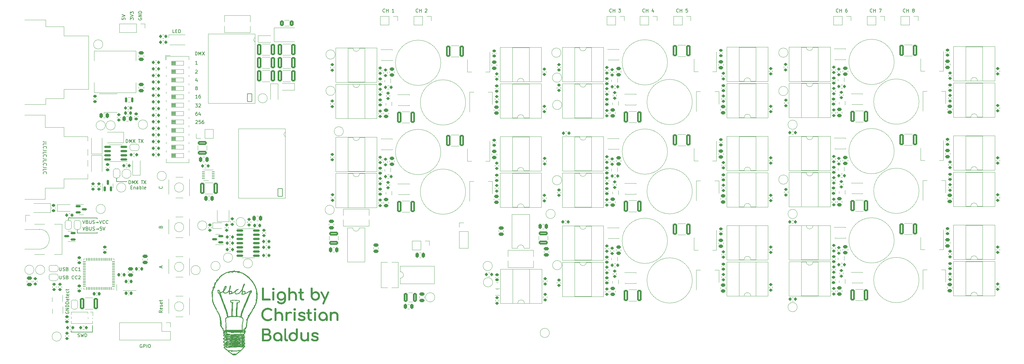
<source format=gto>
G04 #@! TF.GenerationSoftware,KiCad,Pcbnew,6.0.5*
G04 #@! TF.CreationDate,2022-06-11T02:34:19+02:00*
G04 #@! TF.ProjectId,ELController,454c436f-6e74-4726-9f6c-6c65722e6b69,rev?*
G04 #@! TF.SameCoordinates,Original*
G04 #@! TF.FileFunction,Legend,Top*
G04 #@! TF.FilePolarity,Positive*
%FSLAX46Y46*%
G04 Gerber Fmt 4.6, Leading zero omitted, Abs format (unit mm)*
G04 Created by KiCad (PCBNEW 6.0.5) date 2022-06-11 02:34:19*
%MOMM*%
%LPD*%
G01*
G04 APERTURE LIST*
G04 Aperture macros list*
%AMRoundRect*
0 Rectangle with rounded corners*
0 $1 Rounding radius*
0 $2 $3 $4 $5 $6 $7 $8 $9 X,Y pos of 4 corners*
0 Add a 4 corners polygon primitive as box body*
4,1,4,$2,$3,$4,$5,$6,$7,$8,$9,$2,$3,0*
0 Add four circle primitives for the rounded corners*
1,1,$1+$1,$2,$3*
1,1,$1+$1,$4,$5*
1,1,$1+$1,$6,$7*
1,1,$1+$1,$8,$9*
0 Add four rect primitives between the rounded corners*
20,1,$1+$1,$2,$3,$4,$5,0*
20,1,$1+$1,$4,$5,$6,$7,0*
20,1,$1+$1,$6,$7,$8,$9,0*
20,1,$1+$1,$8,$9,$2,$3,0*%
%AMFreePoly0*
4,1,22,0.500000,-0.750000,0.000000,-0.750000,0.000000,-0.745033,-0.079941,-0.743568,-0.215256,-0.701293,-0.333266,-0.622738,-0.424486,-0.514219,-0.481581,-0.384460,-0.499164,-0.250000,-0.500000,-0.250000,-0.500000,0.250000,-0.499164,0.250000,-0.499963,0.256109,-0.478152,0.396186,-0.417904,0.524511,-0.324060,0.630769,-0.204165,0.706417,-0.067858,0.745374,0.000000,0.744959,0.000000,0.750000,
0.500000,0.750000,0.500000,-0.750000,0.500000,-0.750000,$1*%
%AMFreePoly1*
4,1,20,0.000000,0.744959,0.073905,0.744508,0.209726,0.703889,0.328688,0.626782,0.421226,0.519385,0.479903,0.390333,0.500000,0.250000,0.500000,-0.250000,0.499851,-0.262216,0.476331,-0.402017,0.414519,-0.529596,0.319384,-0.634700,0.198574,-0.708877,0.061801,-0.746166,0.000000,-0.745033,0.000000,-0.750000,-0.500000,-0.750000,-0.500000,0.750000,0.000000,0.750000,0.000000,0.744959,
0.000000,0.744959,$1*%
G04 Aperture macros list end*
%ADD10C,0.100000*%
%ADD11C,0.150000*%
%ADD12C,0.120000*%
%ADD13RoundRect,0.200000X-0.275000X0.200000X-0.275000X-0.200000X0.275000X-0.200000X0.275000X0.200000X0*%
%ADD14R,2.200000X2.300000*%
%ADD15RoundRect,0.250000X-0.450000X0.262500X-0.450000X-0.262500X0.450000X-0.262500X0.450000X0.262500X0*%
%ADD16RoundRect,0.200000X0.275000X-0.200000X0.275000X0.200000X-0.275000X0.200000X-0.275000X-0.200000X0*%
%ADD17RoundRect,0.249999X-0.450001X-1.450001X0.450001X-1.450001X0.450001X1.450001X-0.450001X1.450001X0*%
%ADD18RoundRect,0.200000X0.200000X0.275000X-0.200000X0.275000X-0.200000X-0.275000X0.200000X-0.275000X0*%
%ADD19RoundRect,0.250000X-0.475000X0.250000X-0.475000X-0.250000X0.475000X-0.250000X0.475000X0.250000X0*%
%ADD20RoundRect,0.200000X-0.200000X-0.275000X0.200000X-0.275000X0.200000X0.275000X-0.200000X0.275000X0*%
%ADD21C,2.400000*%
%ADD22R,1.520000X1.780000*%
%ADD23R,1.700000X1.700000*%
%ADD24O,1.700000X1.700000*%
%ADD25R,0.400000X0.550000*%
%ADD26R,0.500000X0.550000*%
%ADD27C,2.000000*%
%ADD28R,1.200000X1.200000*%
%ADD29R,1.300000X1.400000*%
%ADD30RoundRect,0.225000X-0.250000X0.225000X-0.250000X-0.225000X0.250000X-0.225000X0.250000X0.225000X0*%
%ADD31R,1.600000X1.600000*%
%ADD32O,1.600000X1.600000*%
%ADD33RoundRect,0.225000X0.250000X-0.225000X0.250000X0.225000X-0.250000X0.225000X-0.250000X-0.225000X0*%
%ADD34R,0.990000X0.405000*%
%ADD35R,1.725000X2.235000*%
%ADD36R,0.760000X0.405000*%
%ADD37RoundRect,0.050000X0.387500X0.050000X-0.387500X0.050000X-0.387500X-0.050000X0.387500X-0.050000X0*%
%ADD38RoundRect,0.050000X0.050000X0.387500X-0.050000X0.387500X-0.050000X-0.387500X0.050000X-0.387500X0*%
%ADD39R,4.700000X4.700000*%
%ADD40RoundRect,0.250000X0.450000X-0.262500X0.450000X0.262500X-0.450000X0.262500X-0.450000X-0.262500X0*%
%ADD41C,1.700000*%
%ADD42RoundRect,0.250000X0.475000X-0.250000X0.475000X0.250000X-0.475000X0.250000X-0.475000X-0.250000X0*%
%ADD43RoundRect,0.249999X0.450001X1.450001X-0.450001X1.450001X-0.450001X-1.450001X0.450001X-1.450001X0*%
%ADD44R,1.500000X2.000000*%
%ADD45R,3.800000X2.000000*%
%ADD46FreePoly0,0.000000*%
%ADD47FreePoly1,0.000000*%
%ADD48R,2.900000X5.400000*%
%ADD49RoundRect,0.218750X-0.218750X-0.256250X0.218750X-0.256250X0.218750X0.256250X-0.218750X0.256250X0*%
%ADD50RoundRect,0.250000X0.250000X0.475000X-0.250000X0.475000X-0.250000X-0.475000X0.250000X-0.475000X0*%
%ADD51R,1.550000X2.540000*%
%ADD52RoundRect,0.077500X-0.697500X1.192500X-0.697500X-1.192500X0.697500X-1.192500X0.697500X1.192500X0*%
%ADD53RoundRect,0.250000X-0.250000X-0.475000X0.250000X-0.475000X0.250000X0.475000X-0.250000X0.475000X0*%
%ADD54RoundRect,0.250000X-0.375000X-1.075000X0.375000X-1.075000X0.375000X1.075000X-0.375000X1.075000X0*%
%ADD55FreePoly0,90.000000*%
%ADD56FreePoly1,90.000000*%
%ADD57RoundRect,0.062500X0.350000X0.062500X-0.350000X0.062500X-0.350000X-0.062500X0.350000X-0.062500X0*%
%ADD58R,1.700000X2.500000*%
%ADD59R,1.350000X0.750000*%
%ADD60R,3.200000X4.900000*%
%ADD61RoundRect,0.150000X-0.587500X-0.150000X0.587500X-0.150000X0.587500X0.150000X-0.587500X0.150000X0*%
%ADD62RoundRect,0.250000X1.075000X-0.375000X1.075000X0.375000X-1.075000X0.375000X-1.075000X-0.375000X0*%
%ADD63R,0.600000X0.450000*%
%ADD64R,0.500000X1.100000*%
%ADD65R,2.850000X2.000000*%
%ADD66R,1.200000X0.600000*%
%ADD67R,1.700000X1.300000*%
%ADD68R,1.000000X0.700000*%
%ADD69R,0.600000X0.700000*%
%ADD70C,0.800000*%
%ADD71C,6.400000*%
%ADD72RoundRect,0.225000X-0.225000X-0.250000X0.225000X-0.250000X0.225000X0.250000X-0.225000X0.250000X0*%
%ADD73RoundRect,0.225000X0.225000X0.250000X-0.225000X0.250000X-0.225000X-0.250000X0.225000X-0.250000X0*%
%ADD74R,1.000000X1.000000*%
%ADD75O,1.000000X1.000000*%
%ADD76RoundRect,0.150000X-0.825000X-0.150000X0.825000X-0.150000X0.825000X0.150000X-0.825000X0.150000X0*%
%ADD77RoundRect,0.250000X1.100000X-0.325000X1.100000X0.325000X-1.100000X0.325000X-1.100000X-0.325000X0*%
%ADD78R,0.550000X0.400000*%
%ADD79R,0.550000X0.500000*%
%ADD80O,1.500000X2.000000*%
%ADD81R,2.000000X2.500000*%
%ADD82RoundRect,0.218750X-0.256250X0.218750X-0.256250X-0.218750X0.256250X-0.218750X0.256250X0.218750X0*%
%ADD83R,1.400000X2.100000*%
%ADD84RoundRect,0.175000X-0.175000X-0.625000X0.175000X-0.625000X0.175000X0.625000X-0.175000X0.625000X0*%
%ADD85C,1.600000*%
%ADD86C,3.400000*%
%ADD87C,2.900000*%
%ADD88RoundRect,0.150000X0.587500X0.150000X-0.587500X0.150000X-0.587500X-0.150000X0.587500X-0.150000X0*%
%ADD89RoundRect,0.250000X0.312500X0.625000X-0.312500X0.625000X-0.312500X-0.625000X0.312500X-0.625000X0*%
%ADD90RoundRect,0.150000X0.840000X0.150000X-0.840000X0.150000X-0.840000X-0.150000X0.840000X-0.150000X0*%
%ADD91RoundRect,0.150000X0.150000X-0.587500X0.150000X0.587500X-0.150000X0.587500X-0.150000X-0.587500X0*%
%ADD92C,0.650000*%
%ADD93R,1.100000X0.600000*%
%ADD94R,1.100000X0.300000*%
%ADD95O,2.100000X1.000000*%
%ADD96O,1.800000X1.000000*%
%ADD97R,1.500000X0.900000*%
%ADD98FreePoly0,270.000000*%
%ADD99FreePoly1,270.000000*%
%ADD100FreePoly0,180.000000*%
%ADD101FreePoly1,180.000000*%
%ADD102RoundRect,0.250000X-1.075000X0.375000X-1.075000X-0.375000X1.075000X-0.375000X1.075000X0.375000X0*%
G04 APERTURE END LIST*
D10*
G36*
X81433683Y-106336750D02*
G01*
X81438302Y-106332713D01*
X81442592Y-106329089D01*
X81444657Y-106327419D01*
X81446727Y-106325832D01*
X81447778Y-106325066D01*
X81448847Y-106324318D01*
X81449940Y-106323587D01*
X81451062Y-106322870D01*
X81452219Y-106322168D01*
X81453416Y-106321479D01*
X81454659Y-106320802D01*
X81455953Y-106320136D01*
X81458739Y-106318636D01*
X81459527Y-106318243D01*
X81460372Y-106317860D01*
X81461287Y-106317497D01*
X81462281Y-106317163D01*
X81463366Y-106316867D01*
X81464552Y-106316618D01*
X81465851Y-106316426D01*
X81467273Y-106316300D01*
X81468829Y-106316248D01*
X81470530Y-106316280D01*
X81472387Y-106316404D01*
X81474410Y-106316631D01*
X81474686Y-106316459D01*
X81474931Y-106316312D01*
X81475351Y-106316072D01*
X81476053Y-106315699D01*
X81476414Y-106315500D01*
X81476615Y-106315383D01*
X81476837Y-106315248D01*
X81477083Y-106315092D01*
X81477360Y-106314910D01*
X81477672Y-106314698D01*
X81478025Y-106314452D01*
X81482477Y-106311213D01*
X81487429Y-106307434D01*
X81492828Y-106303152D01*
X81498625Y-106298401D01*
X81504768Y-106293216D01*
X81511208Y-106287634D01*
X81517893Y-106281689D01*
X81524773Y-106275416D01*
X81529680Y-106270835D01*
X81534291Y-106266425D01*
X81538615Y-106262177D01*
X81542660Y-106258084D01*
X81546434Y-106254138D01*
X81549944Y-106250330D01*
X81553200Y-106246653D01*
X81556208Y-106243097D01*
X81558976Y-106239656D01*
X81561513Y-106236321D01*
X81563827Y-106233085D01*
X81565925Y-106229938D01*
X81567816Y-106226872D01*
X81569507Y-106223881D01*
X81571007Y-106220955D01*
X81572323Y-106218087D01*
X81573485Y-106215242D01*
X81574521Y-106212380D01*
X81575429Y-106209484D01*
X81576211Y-106206536D01*
X81576867Y-106203521D01*
X81577397Y-106200420D01*
X81577803Y-106197216D01*
X81578085Y-106193894D01*
X81578244Y-106190434D01*
X81578279Y-106186821D01*
X81578192Y-106183036D01*
X81577982Y-106179064D01*
X81577652Y-106174887D01*
X81577201Y-106170487D01*
X81576629Y-106165848D01*
X81575938Y-106160953D01*
X81574830Y-106153072D01*
X81573946Y-106145488D01*
X81573293Y-106138198D01*
X81572877Y-106131205D01*
X81572705Y-106124507D01*
X81572784Y-106118104D01*
X81572919Y-106115013D01*
X81573120Y-106111997D01*
X81573387Y-106109054D01*
X81573720Y-106106184D01*
X81574083Y-106103384D01*
X81574481Y-106100627D01*
X81574716Y-106099253D01*
X81574987Y-106097877D01*
X81575301Y-106096495D01*
X81575668Y-106095101D01*
X81576096Y-106093692D01*
X81576594Y-106092263D01*
X81577171Y-106090811D01*
X81577836Y-106089330D01*
X81578596Y-106087817D01*
X81579461Y-106086267D01*
X81580440Y-106084675D01*
X81581541Y-106083038D01*
X81581612Y-106082942D01*
X81581693Y-106082846D01*
X81581877Y-106082658D01*
X81582090Y-106082475D01*
X81582326Y-106082294D01*
X81582583Y-106082115D01*
X81582856Y-106081938D01*
X81583433Y-106081585D01*
X81584024Y-106081228D01*
X81584316Y-106081046D01*
X81584599Y-106080861D01*
X81584870Y-106080672D01*
X81585124Y-106080477D01*
X81585357Y-106080278D01*
X81585566Y-106080071D01*
X81584911Y-106079370D01*
X81584326Y-106078706D01*
X81583802Y-106078073D01*
X81583324Y-106077469D01*
X81581650Y-106075249D01*
X81581231Y-106074721D01*
X81580788Y-106074195D01*
X81580309Y-106073668D01*
X81579782Y-106073134D01*
X81579195Y-106072590D01*
X81578536Y-106072032D01*
X81577793Y-106071454D01*
X81576955Y-106070853D01*
X81573690Y-106068491D01*
X81570492Y-106065958D01*
X81567378Y-106063259D01*
X81564364Y-106060400D01*
X81561469Y-106057384D01*
X81558707Y-106054219D01*
X81556098Y-106050909D01*
X81553657Y-106047460D01*
X81551401Y-106043877D01*
X81549347Y-106040165D01*
X81547513Y-106036330D01*
X81545914Y-106032377D01*
X81544569Y-106028311D01*
X81543493Y-106024138D01*
X81542704Y-106019863D01*
X81542219Y-106015491D01*
X81541986Y-106011054D01*
X81541945Y-106006565D01*
X81542090Y-106002006D01*
X81542417Y-105997356D01*
X81542919Y-105992597D01*
X81543591Y-105987709D01*
X81545426Y-105977473D01*
X81547876Y-105966493D01*
X81550901Y-105954617D01*
X81554456Y-105941692D01*
X81558498Y-105927564D01*
X81567335Y-105898140D01*
X81576346Y-105870471D01*
X81585550Y-105844547D01*
X81594965Y-105820356D01*
X81599758Y-105808907D01*
X81604610Y-105797887D01*
X81609524Y-105787296D01*
X81614503Y-105777130D01*
X81619548Y-105767390D01*
X81624662Y-105758073D01*
X81629848Y-105749179D01*
X81635107Y-105740706D01*
X81640469Y-105732622D01*
X81645964Y-105724911D01*
X81651593Y-105717590D01*
X81657359Y-105710679D01*
X81663263Y-105704197D01*
X81669309Y-105698161D01*
X81675498Y-105692591D01*
X81681833Y-105687505D01*
X81688316Y-105682923D01*
X81694950Y-105678862D01*
X81701735Y-105675341D01*
X81708676Y-105672380D01*
X81712205Y-105671115D01*
X81715773Y-105669996D01*
X81719381Y-105669027D01*
X81723030Y-105668209D01*
X81726719Y-105667544D01*
X81730448Y-105667036D01*
X81734219Y-105666687D01*
X81738030Y-105666498D01*
X81744632Y-105666174D01*
X81751116Y-105665578D01*
X81757479Y-105664713D01*
X81763715Y-105663581D01*
X81769822Y-105662184D01*
X81775795Y-105660527D01*
X81781631Y-105658611D01*
X81787326Y-105656439D01*
X81792876Y-105654013D01*
X81798277Y-105651337D01*
X81803525Y-105648412D01*
X81808617Y-105645242D01*
X81813549Y-105641830D01*
X81818316Y-105638177D01*
X81822915Y-105634287D01*
X81827342Y-105630162D01*
X81831594Y-105625805D01*
X81835666Y-105621218D01*
X81839554Y-105616405D01*
X81843256Y-105611368D01*
X81846766Y-105606109D01*
X81850081Y-105600631D01*
X81853197Y-105594938D01*
X81856111Y-105589030D01*
X81858818Y-105582912D01*
X81861315Y-105576586D01*
X81863597Y-105570055D01*
X81865662Y-105563320D01*
X81867504Y-105556385D01*
X81869121Y-105549253D01*
X81870508Y-105541926D01*
X81871662Y-105534407D01*
X81873192Y-105524615D01*
X81875112Y-105514731D01*
X81877397Y-105504800D01*
X81880020Y-105494866D01*
X81882953Y-105484974D01*
X81886170Y-105475168D01*
X81889644Y-105465493D01*
X81893348Y-105455994D01*
X81897256Y-105446715D01*
X81901339Y-105437700D01*
X81905572Y-105428995D01*
X81909928Y-105420644D01*
X81914379Y-105412692D01*
X81918899Y-105405182D01*
X81923461Y-105398160D01*
X81928039Y-105391671D01*
X81929267Y-105389979D01*
X81930387Y-105388384D01*
X81931403Y-105386884D01*
X81932320Y-105385476D01*
X81933144Y-105384159D01*
X81933879Y-105382930D01*
X81934530Y-105381787D01*
X81935103Y-105380728D01*
X81935603Y-105379750D01*
X81936035Y-105378851D01*
X81936403Y-105378029D01*
X81936714Y-105377282D01*
X81936971Y-105376606D01*
X81937181Y-105376001D01*
X81937348Y-105375464D01*
X81937478Y-105374992D01*
X81937674Y-105374197D01*
X81937814Y-105373533D01*
X81937863Y-105373226D01*
X81937898Y-105372924D01*
X81937919Y-105372618D01*
X81937926Y-105372298D01*
X81937919Y-105371955D01*
X81937898Y-105371579D01*
X81937863Y-105371162D01*
X81937814Y-105370695D01*
X81937674Y-105369569D01*
X81937478Y-105368130D01*
X81937141Y-105364223D01*
X81937047Y-105359092D01*
X81937149Y-105356117D01*
X81937383Y-105352897D01*
X81937771Y-105349451D01*
X81938338Y-105345799D01*
X81939106Y-105341962D01*
X81940100Y-105337959D01*
X81941342Y-105333810D01*
X81942856Y-105329536D01*
X81944666Y-105325157D01*
X81946795Y-105320692D01*
X81949267Y-105316162D01*
X81952105Y-105311587D01*
X81965073Y-105290726D01*
X81978291Y-105267190D01*
X81991575Y-105241427D01*
X82004744Y-105213884D01*
X82017615Y-105185011D01*
X82030004Y-105155254D01*
X82041730Y-105125061D01*
X82052610Y-105094880D01*
X82057684Y-105079927D01*
X82062496Y-105065134D01*
X82067024Y-105050559D01*
X82071250Y-105036261D01*
X82075154Y-105022299D01*
X82078715Y-105008732D01*
X82081913Y-104995618D01*
X82084730Y-104983017D01*
X82085989Y-104976920D01*
X82087133Y-104970964D01*
X82088166Y-104965162D01*
X82089087Y-104959527D01*
X82090600Y-104948816D01*
X82091195Y-104943767D01*
X82091684Y-104938941D01*
X82092069Y-104934351D01*
X82092351Y-104930011D01*
X82092531Y-104925935D01*
X82092610Y-104922137D01*
X82092590Y-104918630D01*
X82092473Y-104915428D01*
X82092259Y-104912545D01*
X82091950Y-104909995D01*
X82090956Y-104902643D01*
X82090192Y-104895474D01*
X82089661Y-104888495D01*
X82089362Y-104881718D01*
X82089299Y-104875151D01*
X82089474Y-104868803D01*
X82089887Y-104862684D01*
X82090184Y-104859713D01*
X82090542Y-104856802D01*
X82090944Y-104853953D01*
X82091401Y-104851152D01*
X82091939Y-104848388D01*
X82092247Y-104847014D01*
X82092584Y-104845644D01*
X82092954Y-104844276D01*
X82093361Y-104842908D01*
X82093808Y-104841539D01*
X82094297Y-104840166D01*
X82094832Y-104838787D01*
X82095416Y-104837402D01*
X82096052Y-104836008D01*
X82096744Y-104834604D01*
X82097370Y-104833447D01*
X82098086Y-104832250D01*
X82098894Y-104831024D01*
X82099791Y-104829778D01*
X82100778Y-104828523D01*
X82101853Y-104827270D01*
X82103015Y-104826028D01*
X82104265Y-104824807D01*
X82105601Y-104823619D01*
X82107022Y-104822472D01*
X82108528Y-104821379D01*
X82110117Y-104820348D01*
X82111790Y-104819390D01*
X82113545Y-104818515D01*
X82115381Y-104817734D01*
X82117298Y-104817057D01*
X82117952Y-104816307D01*
X82118360Y-104815811D01*
X82118823Y-104815224D01*
X82119340Y-104814539D01*
X82119912Y-104813745D01*
X82120540Y-104812836D01*
X82121224Y-104811803D01*
X82122929Y-104809049D01*
X82124708Y-104805928D01*
X82126538Y-104802480D01*
X82128398Y-104798748D01*
X82130266Y-104794772D01*
X82132118Y-104790594D01*
X82133934Y-104786255D01*
X82135689Y-104781797D01*
X82137369Y-104777254D01*
X82138966Y-104772658D01*
X82140469Y-104768046D01*
X82141865Y-104763456D01*
X82143141Y-104758926D01*
X82144286Y-104754494D01*
X82145285Y-104750198D01*
X82146128Y-104746075D01*
X82146473Y-104744081D01*
X82146757Y-104742134D01*
X82146987Y-104740245D01*
X82147167Y-104738428D01*
X82147304Y-104736695D01*
X82147403Y-104735059D01*
X82147470Y-104733533D01*
X82147510Y-104732129D01*
X82147532Y-104729739D01*
X82147514Y-104727992D01*
X82147501Y-104726989D01*
X82147510Y-104726798D01*
X82147520Y-104726786D01*
X82147536Y-104726832D01*
X82147211Y-104725642D01*
X82146932Y-104724439D01*
X82146511Y-104721997D01*
X82146267Y-104719520D01*
X82146197Y-104717021D01*
X82146294Y-104714513D01*
X82146554Y-104712009D01*
X82146972Y-104709523D01*
X82147542Y-104707068D01*
X82148260Y-104704656D01*
X82149119Y-104702302D01*
X82150116Y-104700019D01*
X82151244Y-104697819D01*
X82152500Y-104695716D01*
X82153877Y-104693724D01*
X82155370Y-104691855D01*
X82156975Y-104690123D01*
X82157407Y-104689709D01*
X82157849Y-104689321D01*
X82158759Y-104688615D01*
X82159701Y-104687997D01*
X82160673Y-104687457D01*
X82161671Y-104686984D01*
X82162692Y-104686569D01*
X82163732Y-104686202D01*
X82164789Y-104685874D01*
X82166936Y-104685294D01*
X82169108Y-104684750D01*
X82171277Y-104684165D01*
X82172352Y-104683832D01*
X82173417Y-104683460D01*
X82173105Y-104681399D01*
X82172648Y-104678956D01*
X82172008Y-104676110D01*
X82171226Y-104673133D01*
X82329874Y-104673133D01*
X82329879Y-104673145D01*
X82330328Y-104673145D01*
X82330821Y-104673157D01*
X82331828Y-104673253D01*
X82332884Y-104673416D01*
X82333979Y-104673644D01*
X82334252Y-104673714D01*
X82334505Y-104673785D01*
X82335127Y-104673988D01*
X82335739Y-104674215D01*
X82336343Y-104674464D01*
X82336938Y-104674736D01*
X82337525Y-104675027D01*
X82338675Y-104675666D01*
X82339795Y-104676370D01*
X82340888Y-104677130D01*
X82341955Y-104677936D01*
X82342998Y-104678777D01*
X82344020Y-104679644D01*
X82346007Y-104681412D01*
X82347935Y-104683161D01*
X82347829Y-104682951D01*
X82347742Y-104682759D01*
X82347671Y-104682580D01*
X82347611Y-104682412D01*
X82347508Y-104682099D01*
X82347457Y-104681947D01*
X82347402Y-104681794D01*
X82347338Y-104681638D01*
X82347261Y-104681475D01*
X82347168Y-104681302D01*
X82347054Y-104681117D01*
X82346916Y-104680917D01*
X82346750Y-104680699D01*
X82346551Y-104680459D01*
X82346316Y-104680195D01*
X82345574Y-104679453D01*
X82344746Y-104678736D01*
X82343841Y-104678046D01*
X82342870Y-104677388D01*
X82341843Y-104676764D01*
X82340771Y-104676178D01*
X82339665Y-104675633D01*
X82338534Y-104675133D01*
X82337389Y-104674681D01*
X82336242Y-104674279D01*
X82335101Y-104673932D01*
X82334252Y-104673714D01*
X82333874Y-104673608D01*
X82333234Y-104673457D01*
X82332584Y-104673334D01*
X82331923Y-104673240D01*
X82331253Y-104673176D01*
X82330571Y-104673144D01*
X82330328Y-104673145D01*
X82329874Y-104673133D01*
X82171226Y-104673133D01*
X82171150Y-104672844D01*
X82170037Y-104669138D01*
X82168633Y-104664973D01*
X82166902Y-104660329D01*
X82164808Y-104655189D01*
X82157829Y-104638800D01*
X82156319Y-104635042D01*
X82154936Y-104631374D01*
X82153697Y-104627775D01*
X82152619Y-104624220D01*
X82151717Y-104620689D01*
X82151008Y-104617157D01*
X82150510Y-104613603D01*
X82150238Y-104610003D01*
X82150210Y-104606336D01*
X82150442Y-104602579D01*
X82150950Y-104598709D01*
X82151751Y-104594703D01*
X82152011Y-104593682D01*
X82152312Y-104592662D01*
X82153034Y-104590626D01*
X82153906Y-104588605D01*
X82154916Y-104586611D01*
X82156054Y-104584652D01*
X82157308Y-104582739D01*
X82158668Y-104580883D01*
X82160122Y-104579094D01*
X82161660Y-104577381D01*
X82163270Y-104575755D01*
X82164942Y-104574227D01*
X82166664Y-104572806D01*
X82168425Y-104571503D01*
X82170215Y-104570328D01*
X82172022Y-104569291D01*
X82173835Y-104568403D01*
X82174687Y-104568051D01*
X82175531Y-104567753D01*
X82176367Y-104567504D01*
X82177196Y-104567296D01*
X82178019Y-104567126D01*
X82178837Y-104566986D01*
X82179649Y-104566873D01*
X82180457Y-104566779D01*
X82183661Y-104566492D01*
X82185256Y-104566322D01*
X82186053Y-104566212D01*
X82186852Y-104566076D01*
X82183110Y-104561039D01*
X82181346Y-104558497D01*
X82179674Y-104555935D01*
X82178110Y-104553347D01*
X82176670Y-104550729D01*
X82175371Y-104548077D01*
X82174228Y-104545385D01*
X82173257Y-104542650D01*
X82172474Y-104539868D01*
X82171896Y-104537032D01*
X82171537Y-104534140D01*
X82171446Y-104532672D01*
X82171415Y-104531187D01*
X82171447Y-104529686D01*
X82171545Y-104528168D01*
X82171709Y-104526632D01*
X82171943Y-104525079D01*
X82172247Y-104523506D01*
X82172625Y-104521915D01*
X82173087Y-104520267D01*
X82173602Y-104518686D01*
X82174167Y-104517168D01*
X82174779Y-104515712D01*
X82175435Y-104514316D01*
X82176132Y-104512980D01*
X82176867Y-104511700D01*
X82177639Y-104510475D01*
X82178443Y-104509305D01*
X82179277Y-104508186D01*
X82180138Y-104507117D01*
X82181024Y-104506097D01*
X82181931Y-104505123D01*
X82182857Y-104504195D01*
X82184754Y-104502466D01*
X82186691Y-104500898D01*
X82188647Y-104499475D01*
X82190599Y-104498186D01*
X82192525Y-104497015D01*
X82194400Y-104495950D01*
X82196204Y-104494976D01*
X82199506Y-104493250D01*
X82202465Y-104491723D01*
X82205232Y-104490334D01*
X82210219Y-104487844D01*
X82212452Y-104486679D01*
X82214521Y-104485524D01*
X82216431Y-104484348D01*
X82217329Y-104483742D01*
X82218190Y-104483118D01*
X82219014Y-104482474D01*
X82219803Y-104481804D01*
X82220558Y-104481105D01*
X82221278Y-104480372D01*
X82221966Y-104479603D01*
X82222622Y-104478792D01*
X82223246Y-104477936D01*
X82223840Y-104477031D01*
X82224404Y-104476072D01*
X82224939Y-104475057D01*
X82225446Y-104473980D01*
X82225927Y-104472839D01*
X82226380Y-104471628D01*
X82226809Y-104470344D01*
X82227212Y-104468983D01*
X82227592Y-104467541D01*
X82228608Y-104463598D01*
X82229696Y-104459731D01*
X82230859Y-104455942D01*
X82232100Y-104452233D01*
X82233425Y-104448605D01*
X82234837Y-104445062D01*
X82236341Y-104441605D01*
X82237940Y-104438236D01*
X82239640Y-104434957D01*
X82241443Y-104431771D01*
X82243354Y-104428678D01*
X82245377Y-104425683D01*
X82247517Y-104422785D01*
X82249777Y-104419988D01*
X82252162Y-104417294D01*
X82254676Y-104414704D01*
X82257337Y-104412246D01*
X82260154Y-104409946D01*
X82263114Y-104407811D01*
X82266205Y-104405844D01*
X82269414Y-104404050D01*
X82272730Y-104402433D01*
X82276140Y-104400998D01*
X82279632Y-104399751D01*
X82283193Y-104398694D01*
X82286811Y-104397834D01*
X82290475Y-104397173D01*
X82294172Y-104396718D01*
X82297889Y-104396473D01*
X82301614Y-104396442D01*
X82305335Y-104396630D01*
X82309040Y-104397041D01*
X82309040Y-104396841D01*
X82309498Y-104396910D01*
X82309892Y-104396966D01*
X82310228Y-104397011D01*
X82310512Y-104397046D01*
X82310751Y-104397072D01*
X82310952Y-104397090D01*
X82311121Y-104397101D01*
X82311264Y-104397106D01*
X82311388Y-104397105D01*
X82311499Y-104397100D01*
X82311605Y-104397092D01*
X82311710Y-104397082D01*
X82311948Y-104397060D01*
X82312094Y-104397049D01*
X82312266Y-104397041D01*
X82313137Y-104394159D01*
X82313786Y-104391594D01*
X82314513Y-104388249D01*
X82315272Y-104384103D01*
X82316015Y-104379134D01*
X82316697Y-104373321D01*
X82317269Y-104366641D01*
X82317548Y-104362292D01*
X82317759Y-104358140D01*
X82317906Y-104354189D01*
X82317994Y-104350442D01*
X82318027Y-104346901D01*
X82318009Y-104343570D01*
X82317947Y-104340452D01*
X82317843Y-104337550D01*
X82317702Y-104334867D01*
X82317529Y-104332406D01*
X82317329Y-104330170D01*
X82317105Y-104328163D01*
X82316863Y-104326387D01*
X82316607Y-104324845D01*
X82316342Y-104323541D01*
X82316071Y-104322478D01*
X82309415Y-104323141D01*
X82306195Y-104323416D01*
X82303014Y-104323632D01*
X82299849Y-104323776D01*
X82296674Y-104323833D01*
X82293466Y-104323787D01*
X82290200Y-104323626D01*
X82288436Y-104323469D01*
X82286606Y-104323243D01*
X82284721Y-104322945D01*
X82282793Y-104322569D01*
X82280831Y-104322111D01*
X82278846Y-104321566D01*
X82276849Y-104320929D01*
X82274851Y-104320196D01*
X82272862Y-104319362D01*
X82270893Y-104318422D01*
X82268955Y-104317372D01*
X82267058Y-104316206D01*
X82265214Y-104314921D01*
X82263432Y-104313511D01*
X82261723Y-104311971D01*
X82260099Y-104310298D01*
X82258592Y-104308541D01*
X82257225Y-104306754D01*
X82255989Y-104304943D01*
X82254878Y-104303109D01*
X82253884Y-104301258D01*
X82253002Y-104299391D01*
X82252222Y-104297512D01*
X82251539Y-104295626D01*
X82250945Y-104293734D01*
X82250434Y-104291841D01*
X82249998Y-104289951D01*
X82249629Y-104288065D01*
X82249322Y-104286189D01*
X82249068Y-104284325D01*
X82248695Y-104280647D01*
X82248454Y-104276983D01*
X82248333Y-104273245D01*
X82248320Y-104269408D01*
X82248404Y-104265449D01*
X82248574Y-104261341D01*
X82248820Y-104257060D01*
X82249493Y-104247881D01*
X82249641Y-104245799D01*
X82249760Y-104243797D01*
X82249853Y-104241874D01*
X82249920Y-104240029D01*
X82249963Y-104238261D01*
X82249984Y-104236570D01*
X82249984Y-104234954D01*
X82249965Y-104233412D01*
X82249929Y-104231944D01*
X82249876Y-104230549D01*
X82249730Y-104227973D01*
X82249539Y-104225677D01*
X82249315Y-104223655D01*
X82249072Y-104221899D01*
X82248822Y-104220401D01*
X82248578Y-104219156D01*
X82248352Y-104218155D01*
X82248005Y-104216859D01*
X82247884Y-104216456D01*
X82247194Y-104216077D01*
X82246044Y-104215622D01*
X82244150Y-104215071D01*
X82242875Y-104214779D01*
X82241357Y-104214487D01*
X82239576Y-104214201D01*
X82237512Y-104213929D01*
X82235146Y-104213680D01*
X82232458Y-104213460D01*
X82229430Y-104213277D01*
X82226041Y-104213140D01*
X82218885Y-104212885D01*
X82215486Y-104212701D01*
X82212196Y-104212463D01*
X82209010Y-104212157D01*
X82205920Y-104211770D01*
X82202921Y-104211289D01*
X82200006Y-104210701D01*
X82197167Y-104209993D01*
X82194399Y-104209151D01*
X82191694Y-104208162D01*
X82189046Y-104207014D01*
X82186449Y-104205693D01*
X82183895Y-104204186D01*
X82181379Y-104202480D01*
X82178893Y-104200562D01*
X82177680Y-104199511D01*
X82176519Y-104198392D01*
X82175410Y-104197210D01*
X82174356Y-104195975D01*
X82173357Y-104194693D01*
X82172414Y-104193371D01*
X82172170Y-104192996D01*
X82445452Y-104192996D01*
X82445542Y-104193047D01*
X82446714Y-104193049D01*
X82447923Y-104193144D01*
X82449163Y-104193325D01*
X82450425Y-104193588D01*
X82451704Y-104193928D01*
X82452992Y-104194339D01*
X82454281Y-104194817D01*
X82455565Y-104195357D01*
X82456837Y-104195953D01*
X82458090Y-104196601D01*
X82459317Y-104197295D01*
X82460509Y-104198031D01*
X82461662Y-104198803D01*
X82462766Y-104199606D01*
X82463817Y-104200436D01*
X82464805Y-104201286D01*
X82464769Y-104201250D01*
X82464738Y-104201215D01*
X82464710Y-104201181D01*
X82464685Y-104201149D01*
X82464663Y-104201118D01*
X82464644Y-104201088D01*
X82464627Y-104201059D01*
X82464613Y-104201031D01*
X82464600Y-104201004D01*
X82464589Y-104200978D01*
X82464571Y-104200926D01*
X82464543Y-104200824D01*
X82464528Y-104200771D01*
X82464509Y-104200717D01*
X82464485Y-104200659D01*
X82464471Y-104200629D01*
X82464454Y-104200597D01*
X82464434Y-104200564D01*
X82464412Y-104200530D01*
X82464387Y-104200494D01*
X82464358Y-104200457D01*
X82464326Y-104200417D01*
X82464290Y-104200376D01*
X82464250Y-104200333D01*
X82464205Y-104200287D01*
X82463515Y-104199628D01*
X82462734Y-104198965D01*
X82461868Y-104198303D01*
X82460925Y-104197649D01*
X82459909Y-104197011D01*
X82458830Y-104196396D01*
X82457692Y-104195810D01*
X82456503Y-104195260D01*
X82455270Y-104194753D01*
X82453998Y-104194296D01*
X82452696Y-104193897D01*
X82451369Y-104193561D01*
X82450025Y-104193296D01*
X82448670Y-104193109D01*
X82447310Y-104193007D01*
X82445953Y-104192996D01*
X82445452Y-104192996D01*
X82172170Y-104192996D01*
X82171531Y-104192016D01*
X82170707Y-104190636D01*
X82169944Y-104189238D01*
X82169244Y-104187828D01*
X82168608Y-104186415D01*
X82168038Y-104185006D01*
X82167534Y-104183607D01*
X82167099Y-104182226D01*
X82166733Y-104180869D01*
X82166439Y-104179546D01*
X82166203Y-104178263D01*
X82166010Y-104177025D01*
X82165858Y-104175830D01*
X82165742Y-104174679D01*
X82165662Y-104173569D01*
X82165613Y-104172500D01*
X82165592Y-104171472D01*
X82165598Y-104170482D01*
X82165627Y-104169530D01*
X82165676Y-104168616D01*
X82165743Y-104167737D01*
X82165824Y-104166894D01*
X82166019Y-104165309D01*
X82166239Y-104163853D01*
X82166503Y-104161925D01*
X82166611Y-104161142D01*
X82166704Y-104160471D01*
X82166785Y-104159902D01*
X82166821Y-104159654D01*
X82166854Y-104159429D01*
X82166885Y-104159226D01*
X82166913Y-104159043D01*
X82166939Y-104158881D01*
X82166964Y-104158737D01*
X82166986Y-104158612D01*
X82167007Y-104158503D01*
X82167027Y-104158411D01*
X82167045Y-104158333D01*
X82167054Y-104158300D01*
X82167062Y-104158270D01*
X82167079Y-104158219D01*
X82167087Y-104158199D01*
X82167095Y-104158181D01*
X82167096Y-104158178D01*
X82167237Y-104158221D01*
X82167219Y-104158194D01*
X82167202Y-104158170D01*
X82167194Y-104158160D01*
X82167186Y-104158151D01*
X82167170Y-104158137D01*
X82167162Y-104158133D01*
X82167155Y-104158130D01*
X82167147Y-104158129D01*
X82167140Y-104158129D01*
X82167132Y-104158132D01*
X82167125Y-104158137D01*
X82167117Y-104158144D01*
X82167110Y-104158154D01*
X82167102Y-104158166D01*
X82167096Y-104158178D01*
X82167043Y-104158162D01*
X82166892Y-104158124D01*
X82166749Y-104158090D01*
X82166577Y-104158045D01*
X82166342Y-104157973D01*
X82166006Y-104157855D01*
X82165534Y-104157677D01*
X82164890Y-104157421D01*
X82161512Y-104156080D01*
X82158225Y-104154711D01*
X82155030Y-104153311D01*
X82151924Y-104151879D01*
X82148908Y-104150411D01*
X82145980Y-104148906D01*
X82143139Y-104147361D01*
X82140385Y-104145775D01*
X82137717Y-104144145D01*
X82135133Y-104142469D01*
X82132634Y-104140744D01*
X82130218Y-104138969D01*
X82127884Y-104137141D01*
X82125632Y-104135259D01*
X82123461Y-104133319D01*
X82121369Y-104131319D01*
X82119366Y-104129250D01*
X82117462Y-104127106D01*
X82115658Y-104124893D01*
X82113958Y-104122615D01*
X82112364Y-104120278D01*
X82110878Y-104117888D01*
X82109502Y-104115450D01*
X82108240Y-104112969D01*
X82107094Y-104110452D01*
X82106065Y-104107902D01*
X82105157Y-104105327D01*
X82104371Y-104102730D01*
X82103711Y-104100119D01*
X82103179Y-104097497D01*
X82102777Y-104094871D01*
X82102508Y-104092245D01*
X82102356Y-104089641D01*
X82102301Y-104087074D01*
X82102340Y-104084543D01*
X82102470Y-104082047D01*
X82102687Y-104079585D01*
X82102989Y-104077156D01*
X82103833Y-104072394D01*
X82104979Y-104067754D01*
X82106401Y-104063228D01*
X82108074Y-104058808D01*
X82109975Y-104054487D01*
X82112078Y-104050257D01*
X82114359Y-104046112D01*
X82116793Y-104042042D01*
X82119356Y-104038041D01*
X82122022Y-104034101D01*
X82124767Y-104030214D01*
X82130396Y-104022572D01*
X82136172Y-104015039D01*
X82142095Y-104007589D01*
X82154010Y-103992984D01*
X82159817Y-103985852D01*
X82165402Y-103978849D01*
X82170670Y-103971988D01*
X82175530Y-103965279D01*
X82177761Y-103962002D01*
X82179830Y-103958803D01*
X82181739Y-103955685D01*
X82183487Y-103952651D01*
X82185076Y-103949706D01*
X82186506Y-103946853D01*
X82187777Y-103944097D01*
X82188890Y-103941440D01*
X82189846Y-103938886D01*
X82190644Y-103936441D01*
X82191287Y-103934106D01*
X82191773Y-103931886D01*
X82192105Y-103929785D01*
X82192282Y-103927807D01*
X82192304Y-103925955D01*
X82192173Y-103924233D01*
X82192173Y-103924033D01*
X82191934Y-103921705D01*
X82191788Y-103919428D01*
X82191730Y-103917198D01*
X82191758Y-103915009D01*
X82191867Y-103912853D01*
X82192055Y-103910726D01*
X82192316Y-103908621D01*
X82192649Y-103906532D01*
X82193048Y-103904454D01*
X82193511Y-103902380D01*
X82194033Y-103900304D01*
X82194612Y-103898221D01*
X82195924Y-103894007D01*
X82197416Y-103889690D01*
X82199092Y-103885283D01*
X82200974Y-103880840D01*
X82201994Y-103878609D01*
X82203070Y-103876377D01*
X82204201Y-103874143D01*
X82205388Y-103871911D01*
X82206633Y-103869683D01*
X82207936Y-103867461D01*
X82209299Y-103865246D01*
X82210723Y-103863041D01*
X82212208Y-103860848D01*
X82213755Y-103858669D01*
X82215366Y-103856507D01*
X82217042Y-103854362D01*
X82217224Y-103854094D01*
X82217424Y-103853724D01*
X82217861Y-103852671D01*
X82218321Y-103851190D01*
X82218772Y-103849267D01*
X82218984Y-103848136D01*
X82219183Y-103846889D01*
X82219363Y-103845526D01*
X82219522Y-103844044D01*
X82219655Y-103842441D01*
X82219758Y-103840716D01*
X82219827Y-103838868D01*
X82219858Y-103836893D01*
X82219809Y-103832659D01*
X82219677Y-103828110D01*
X82219580Y-103823254D01*
X82219634Y-103818100D01*
X82219754Y-103815413D01*
X82219956Y-103812656D01*
X82220254Y-103809827D01*
X82220662Y-103806929D01*
X82221196Y-103803963D01*
X82221870Y-103800929D01*
X82222698Y-103797829D01*
X82223695Y-103794664D01*
X82226473Y-103787171D01*
X82229653Y-103779809D01*
X82233205Y-103772565D01*
X82237101Y-103765427D01*
X82241309Y-103758385D01*
X82245799Y-103751425D01*
X82250543Y-103744537D01*
X82255510Y-103737707D01*
X82260671Y-103730926D01*
X82265994Y-103724179D01*
X82277013Y-103710747D01*
X82299697Y-103683788D01*
X82310897Y-103670133D01*
X82321731Y-103656397D01*
X82332012Y-103642605D01*
X82336885Y-103635695D01*
X82341550Y-103628781D01*
X82345983Y-103621865D01*
X82350159Y-103614950D01*
X82354056Y-103608039D01*
X82357650Y-103601136D01*
X82360918Y-103594244D01*
X82363835Y-103587365D01*
X82366379Y-103580503D01*
X82368526Y-103573661D01*
X82371794Y-103561722D01*
X82374577Y-103550540D01*
X82376873Y-103540007D01*
X82378679Y-103530016D01*
X82379992Y-103520458D01*
X82380809Y-103511225D01*
X82381128Y-103502211D01*
X82380946Y-103493307D01*
X82380260Y-103484404D01*
X82379067Y-103475397D01*
X82377365Y-103466176D01*
X82375151Y-103456634D01*
X82372421Y-103446663D01*
X82369174Y-103436156D01*
X82365406Y-103425004D01*
X82361115Y-103413100D01*
X82357700Y-103403551D01*
X82354526Y-103394030D01*
X82351603Y-103384582D01*
X82348940Y-103375254D01*
X82346544Y-103366093D01*
X82344423Y-103357146D01*
X82342588Y-103348458D01*
X82341045Y-103340076D01*
X82340387Y-103336019D01*
X82339798Y-103332056D01*
X82339286Y-103328184D01*
X82338853Y-103324397D01*
X82338507Y-103320693D01*
X82338251Y-103317067D01*
X82338090Y-103313514D01*
X82338030Y-103310031D01*
X82338023Y-103306620D01*
X82338072Y-103303262D01*
X82338143Y-103301587D01*
X82338261Y-103299908D01*
X82338435Y-103298219D01*
X82338675Y-103296513D01*
X82338993Y-103294785D01*
X82339399Y-103293028D01*
X82339904Y-103291237D01*
X82340517Y-103289406D01*
X82341250Y-103287529D01*
X82342114Y-103285600D01*
X82343117Y-103283613D01*
X82343138Y-103283576D01*
X82343149Y-103283653D01*
X82343171Y-103283721D01*
X82343186Y-103283719D01*
X82343205Y-103283694D01*
X82343353Y-103283361D01*
X82343488Y-103283053D01*
X82343679Y-103282651D01*
X82343908Y-103282209D01*
X82344273Y-103281562D01*
X82343937Y-103282154D01*
X82343908Y-103282209D01*
X82343138Y-103283576D01*
X82343094Y-103283240D01*
X82343039Y-103282895D01*
X82342952Y-103282458D01*
X82342821Y-103281928D01*
X82342636Y-103281307D01*
X82342384Y-103280595D01*
X82342230Y-103280205D01*
X82342055Y-103279792D01*
X82341653Y-103278923D01*
X82341183Y-103278014D01*
X82340650Y-103277069D01*
X82340054Y-103276095D01*
X82339398Y-103275095D01*
X82338684Y-103274075D01*
X82337913Y-103273041D01*
X82337089Y-103271997D01*
X82336213Y-103270948D01*
X82335287Y-103269899D01*
X82334313Y-103268856D01*
X82333293Y-103267824D01*
X82332229Y-103266807D01*
X82331124Y-103265811D01*
X82329979Y-103264841D01*
X82328797Y-103263902D01*
X82324078Y-103260107D01*
X82319607Y-103256159D01*
X82315388Y-103252069D01*
X82311421Y-103247846D01*
X82307708Y-103243503D01*
X82304251Y-103239051D01*
X82301050Y-103234499D01*
X82298108Y-103229859D01*
X82295427Y-103225142D01*
X82293007Y-103220359D01*
X82290850Y-103215520D01*
X82288958Y-103210636D01*
X82287332Y-103205720D01*
X82285974Y-103200780D01*
X82284885Y-103195828D01*
X82284067Y-103190876D01*
X82283760Y-103188395D01*
X82283523Y-103185902D01*
X82283364Y-103183399D01*
X82283287Y-103180890D01*
X82283299Y-103178375D01*
X82283407Y-103175858D01*
X82283616Y-103173341D01*
X82283933Y-103170826D01*
X82284363Y-103168315D01*
X82284914Y-103165810D01*
X82285590Y-103163315D01*
X82286399Y-103160830D01*
X82287346Y-103158360D01*
X82288438Y-103155905D01*
X82289680Y-103153468D01*
X82291079Y-103151051D01*
X82291625Y-103150212D01*
X82292209Y-103149406D01*
X82293481Y-103147890D01*
X82294885Y-103146494D01*
X82296409Y-103145209D01*
X82298042Y-103144025D01*
X82299772Y-103142934D01*
X82301589Y-103141926D01*
X82303481Y-103140993D01*
X82305437Y-103140126D01*
X82307446Y-103139314D01*
X82311576Y-103137825D01*
X82319974Y-103135123D01*
X82320024Y-103134420D01*
X82321252Y-103134420D01*
X82321627Y-103134298D01*
X82321992Y-103134158D01*
X82322347Y-103134000D01*
X82322694Y-103133826D01*
X82323033Y-103133638D01*
X82323365Y-103133437D01*
X82324009Y-103133002D01*
X82324633Y-103132533D01*
X82325241Y-103132042D01*
X82326434Y-103131040D01*
X82327029Y-103130553D01*
X82327631Y-103130091D01*
X82328245Y-103129666D01*
X82328558Y-103129471D01*
X82328877Y-103129289D01*
X82329201Y-103129123D01*
X82329531Y-103128973D01*
X82329869Y-103128842D01*
X82330215Y-103128729D01*
X82330569Y-103128638D01*
X82330933Y-103128569D01*
X82331306Y-103128524D01*
X82331690Y-103128505D01*
X82331699Y-103128493D01*
X82331219Y-103128527D01*
X82330689Y-103128599D01*
X82330117Y-103128708D01*
X82329511Y-103128852D01*
X82328878Y-103129029D01*
X82328225Y-103129238D01*
X82327560Y-103129476D01*
X82326891Y-103129742D01*
X82326224Y-103130034D01*
X82325567Y-103130349D01*
X82324928Y-103130687D01*
X82324314Y-103131044D01*
X82323733Y-103131420D01*
X82323192Y-103131813D01*
X82322699Y-103132220D01*
X82322260Y-103132639D01*
X82322143Y-103132748D01*
X82322035Y-103132849D01*
X82321938Y-103132945D01*
X82321849Y-103133034D01*
X82321769Y-103133117D01*
X82321698Y-103133196D01*
X82321635Y-103133269D01*
X82321578Y-103133337D01*
X82321529Y-103133402D01*
X82321486Y-103133462D01*
X82321450Y-103133518D01*
X82321418Y-103133571D01*
X82321392Y-103133621D01*
X82321371Y-103133668D01*
X82321354Y-103133713D01*
X82321340Y-103133756D01*
X82321330Y-103133797D01*
X82321322Y-103133836D01*
X82321317Y-103133874D01*
X82321313Y-103133912D01*
X82321310Y-103133986D01*
X82321309Y-103134061D01*
X82321307Y-103134139D01*
X82321304Y-103134180D01*
X82321299Y-103134223D01*
X82321291Y-103134268D01*
X82321281Y-103134316D01*
X82321268Y-103134366D01*
X82321252Y-103134420D01*
X82320024Y-103134420D01*
X82320042Y-103134177D01*
X82320052Y-103132752D01*
X82319969Y-103130886D01*
X82319752Y-103128617D01*
X82319582Y-103127343D01*
X82319364Y-103125983D01*
X82319094Y-103124541D01*
X82318766Y-103123022D01*
X82318377Y-103121431D01*
X82317920Y-103119773D01*
X82317393Y-103118053D01*
X82316788Y-103116274D01*
X82314672Y-103110131D01*
X82313733Y-103107108D01*
X82312881Y-103104112D01*
X82312123Y-103101139D01*
X82311464Y-103098185D01*
X82310913Y-103095246D01*
X82310473Y-103092318D01*
X82310152Y-103089397D01*
X82309957Y-103086478D01*
X82309892Y-103083559D01*
X82309965Y-103080634D01*
X82310181Y-103077700D01*
X82310548Y-103074753D01*
X82311070Y-103071788D01*
X82311755Y-103068802D01*
X82312169Y-103067297D01*
X82312645Y-103065783D01*
X82313182Y-103064266D01*
X82313781Y-103062749D01*
X82314443Y-103061237D01*
X82315168Y-103059735D01*
X82315957Y-103058246D01*
X82316810Y-103056776D01*
X82317728Y-103055328D01*
X82318711Y-103053908D01*
X82319761Y-103052520D01*
X82320877Y-103051167D01*
X82322060Y-103049855D01*
X82323312Y-103048589D01*
X82324631Y-103047371D01*
X82326020Y-103046208D01*
X82326999Y-103045483D01*
X82328005Y-103044831D01*
X82329037Y-103044248D01*
X82330091Y-103043726D01*
X82331167Y-103043261D01*
X82332260Y-103042846D01*
X82333370Y-103042476D01*
X82334493Y-103042143D01*
X82335626Y-103041843D01*
X82336769Y-103041569D01*
X82339070Y-103041077D01*
X82343671Y-103040146D01*
X82343803Y-103039746D01*
X82343923Y-103039381D01*
X82344072Y-103038850D01*
X82344245Y-103038111D01*
X82344439Y-103037123D01*
X82344649Y-103035844D01*
X82344869Y-103034232D01*
X82345326Y-103029116D01*
X82345525Y-103022889D01*
X82345450Y-103015577D01*
X82345087Y-103007211D01*
X82344419Y-102997819D01*
X82343431Y-102987429D01*
X82342108Y-102976070D01*
X82340435Y-102963771D01*
X82340258Y-102962466D01*
X82425344Y-102962466D01*
X82425366Y-102962466D01*
X82426000Y-102965044D01*
X82426553Y-102967623D01*
X82427602Y-102972729D01*
X82428192Y-102975235D01*
X82428525Y-102976472D01*
X82428890Y-102977697D01*
X82429294Y-102978909D01*
X82429743Y-102980105D01*
X82430242Y-102981286D01*
X82430797Y-102982450D01*
X82431994Y-102984718D01*
X82433239Y-102986908D01*
X82434523Y-102989015D01*
X82435837Y-102991035D01*
X82437171Y-102992962D01*
X82438516Y-102994791D01*
X82439862Y-102996518D01*
X82441199Y-102998137D01*
X82442519Y-102999644D01*
X82443812Y-103001033D01*
X82445068Y-103002299D01*
X82446277Y-103003439D01*
X82447431Y-103004445D01*
X82448519Y-103005315D01*
X82449532Y-103006041D01*
X82450462Y-103006621D01*
X82451045Y-103006939D01*
X82451509Y-103007188D01*
X82451890Y-103007388D01*
X82452225Y-103007559D01*
X82453838Y-103008360D01*
X82453951Y-103007052D01*
X82454086Y-103005852D01*
X82454391Y-103003539D01*
X82454543Y-103002307D01*
X82454684Y-103000945D01*
X82454805Y-102999394D01*
X82454897Y-102997595D01*
X82454949Y-102995144D01*
X82454932Y-102992800D01*
X82454852Y-102990567D01*
X82454716Y-102988445D01*
X82454529Y-102986437D01*
X82454298Y-102984544D01*
X82454028Y-102982770D01*
X82453726Y-102981116D01*
X82453397Y-102979583D01*
X82453048Y-102978175D01*
X82452684Y-102976892D01*
X82452312Y-102975738D01*
X82451938Y-102974713D01*
X82451567Y-102973821D01*
X82451206Y-102973063D01*
X82450861Y-102972440D01*
X82450694Y-102972176D01*
X82450551Y-102971936D01*
X82450429Y-102971721D01*
X82450329Y-102971530D01*
X82450248Y-102971360D01*
X82450184Y-102971212D01*
X82450136Y-102971083D01*
X82450103Y-102970973D01*
X82450101Y-102970964D01*
X82450064Y-102970986D01*
X82449981Y-102971020D01*
X82449879Y-102971049D01*
X82449756Y-102971073D01*
X82449611Y-102971091D01*
X82449442Y-102971101D01*
X82448646Y-102971110D01*
X82447856Y-102971087D01*
X82446290Y-102970949D01*
X82445405Y-102970805D01*
X82450073Y-102970805D01*
X82450082Y-102970881D01*
X82450101Y-102970964D01*
X82450128Y-102970948D01*
X82450177Y-102970909D01*
X82450212Y-102970868D01*
X82450233Y-102970828D01*
X82450244Y-102970788D01*
X82450244Y-102970751D01*
X82450237Y-102970717D01*
X82450223Y-102970688D01*
X82450205Y-102970664D01*
X82450183Y-102970647D01*
X82450159Y-102970637D01*
X82450136Y-102970637D01*
X82450114Y-102970646D01*
X82450095Y-102970666D01*
X82450080Y-102970699D01*
X82450073Y-102970745D01*
X82450073Y-102970805D01*
X82445405Y-102970805D01*
X82445036Y-102970745D01*
X82444744Y-102970697D01*
X82443214Y-102970345D01*
X82441700Y-102969903D01*
X82440197Y-102969383D01*
X82438705Y-102968797D01*
X82437221Y-102968157D01*
X82434269Y-102966758D01*
X82431324Y-102965282D01*
X82428368Y-102963820D01*
X82426880Y-102963124D01*
X82425384Y-102962466D01*
X82425366Y-102962466D01*
X82425364Y-102962460D01*
X82425344Y-102962466D01*
X82340258Y-102962466D01*
X82338980Y-102953044D01*
X82337765Y-102942716D01*
X82336797Y-102932807D01*
X82336081Y-102923341D01*
X82335621Y-102914339D01*
X82335424Y-102905826D01*
X82335495Y-102897822D01*
X82335839Y-102890351D01*
X82336092Y-102886831D01*
X82336391Y-102883443D01*
X82336776Y-102880147D01*
X82337014Y-102878521D01*
X82337289Y-102876903D01*
X82337607Y-102875288D01*
X82337971Y-102873671D01*
X82338389Y-102872048D01*
X82338864Y-102870413D01*
X82339402Y-102868761D01*
X82340008Y-102867088D01*
X82340686Y-102865389D01*
X82341444Y-102863657D01*
X82342302Y-102861846D01*
X82342786Y-102860898D01*
X82343315Y-102859930D01*
X82343897Y-102858943D01*
X82344538Y-102857944D01*
X82345245Y-102856935D01*
X82346024Y-102855922D01*
X82346884Y-102854908D01*
X82347830Y-102853899D01*
X82348870Y-102852897D01*
X82350010Y-102851908D01*
X82351257Y-102850935D01*
X82352619Y-102849984D01*
X82354101Y-102849057D01*
X82355711Y-102848161D01*
X82356561Y-102847738D01*
X82357435Y-102847351D01*
X82359249Y-102846680D01*
X82361137Y-102846142D01*
X82363081Y-102845733D01*
X82365064Y-102845446D01*
X82367071Y-102845275D01*
X82369084Y-102845215D01*
X82371088Y-102845261D01*
X82373065Y-102845406D01*
X82374999Y-102845645D01*
X82376873Y-102845973D01*
X82378670Y-102846384D01*
X82380375Y-102846871D01*
X82381970Y-102847430D01*
X82383439Y-102848055D01*
X82384765Y-102848740D01*
X82385205Y-102849006D01*
X82385611Y-102849281D01*
X82385987Y-102849564D01*
X82386333Y-102849856D01*
X82386652Y-102850155D01*
X82386945Y-102850462D01*
X82387214Y-102850775D01*
X82387462Y-102851094D01*
X82387689Y-102851418D01*
X82387898Y-102851748D01*
X82388269Y-102852419D01*
X82388589Y-102853104D01*
X82388872Y-102853798D01*
X82389391Y-102855195D01*
X82389655Y-102855889D01*
X82389942Y-102856576D01*
X82390267Y-102857249D01*
X82390448Y-102857579D01*
X82390644Y-102857905D01*
X82390857Y-102858226D01*
X82391089Y-102858540D01*
X82391341Y-102858848D01*
X82391616Y-102859149D01*
X82391150Y-102855841D01*
X82390816Y-102852594D01*
X82390603Y-102849412D01*
X82390498Y-102846300D01*
X82390489Y-102843264D01*
X82390566Y-102840307D01*
X82390716Y-102837435D01*
X82390928Y-102834653D01*
X82391488Y-102829373D01*
X82392154Y-102824508D01*
X82393424Y-102816170D01*
X82393527Y-102815498D01*
X82393613Y-102814884D01*
X82393683Y-102814325D01*
X82393739Y-102813814D01*
X82393782Y-102813348D01*
X82393813Y-102812922D01*
X82393835Y-102812531D01*
X82393848Y-102812171D01*
X82393854Y-102811836D01*
X82393855Y-102811523D01*
X82393845Y-102810941D01*
X82393830Y-102810387D01*
X82393822Y-102809825D01*
X82385830Y-102805253D01*
X82378373Y-102800187D01*
X82371437Y-102794660D01*
X82365006Y-102788702D01*
X82359067Y-102782346D01*
X82353603Y-102775624D01*
X82348599Y-102768568D01*
X82344041Y-102761208D01*
X82339913Y-102753578D01*
X82336201Y-102745708D01*
X82332889Y-102737631D01*
X82329962Y-102729377D01*
X82327406Y-102720980D01*
X82325205Y-102712471D01*
X82323344Y-102703881D01*
X82321809Y-102695242D01*
X82320510Y-102686188D01*
X82319478Y-102677063D01*
X82318697Y-102667885D01*
X82318152Y-102658671D01*
X82317828Y-102649439D01*
X82317711Y-102640205D01*
X82318035Y-102621801D01*
X82319004Y-102603597D01*
X82320499Y-102585731D01*
X82322399Y-102568340D01*
X82324584Y-102551561D01*
X82324784Y-102550902D01*
X82324784Y-102550243D01*
X82327023Y-102536712D01*
X82329080Y-102520895D01*
X82330903Y-102503448D01*
X82332437Y-102485030D01*
X82333628Y-102466298D01*
X82334424Y-102447910D01*
X82334770Y-102430525D01*
X82334612Y-102414799D01*
X82334442Y-102405467D01*
X82334507Y-102396631D01*
X82334637Y-102392389D01*
X82334839Y-102388258D01*
X82335116Y-102384235D01*
X82335472Y-102380315D01*
X82335911Y-102376495D01*
X82336438Y-102372769D01*
X82337057Y-102369135D01*
X82337771Y-102365588D01*
X82338584Y-102362123D01*
X82339502Y-102358737D01*
X82340527Y-102355425D01*
X82341665Y-102352184D01*
X82342278Y-102350581D01*
X82342926Y-102348979D01*
X82343616Y-102347382D01*
X82344352Y-102345793D01*
X82345141Y-102344215D01*
X82345988Y-102342651D01*
X82346899Y-102341103D01*
X82347879Y-102339574D01*
X82348935Y-102338069D01*
X82350072Y-102336589D01*
X82351295Y-102335137D01*
X82352611Y-102333717D01*
X82354025Y-102332331D01*
X82355543Y-102330982D01*
X82357170Y-102329674D01*
X82358912Y-102328409D01*
X82360539Y-102327371D01*
X82362241Y-102326443D01*
X82364009Y-102325622D01*
X82365836Y-102324904D01*
X82367712Y-102324289D01*
X82369630Y-102323773D01*
X82371581Y-102323355D01*
X82373556Y-102323031D01*
X82375547Y-102322799D01*
X82377545Y-102322657D01*
X82379542Y-102322603D01*
X82381530Y-102322634D01*
X82383500Y-102322747D01*
X82385443Y-102322941D01*
X82387352Y-102323213D01*
X82389217Y-102323560D01*
X82389426Y-102323430D01*
X82389784Y-102323191D01*
X82390284Y-102322826D01*
X82390916Y-102322321D01*
X82391279Y-102322011D01*
X82391672Y-102321661D01*
X82392095Y-102321267D01*
X82392544Y-102320829D01*
X82393021Y-102320344D01*
X82393523Y-102319811D01*
X82394050Y-102319227D01*
X82394601Y-102318591D01*
X82395827Y-102317071D01*
X82397099Y-102315366D01*
X82399765Y-102311419D01*
X82402559Y-102306789D01*
X82405440Y-102301518D01*
X82408369Y-102295645D01*
X82411306Y-102289211D01*
X82414212Y-102282257D01*
X82417048Y-102274823D01*
X82422427Y-102258657D01*
X82427379Y-102240946D01*
X82431829Y-102221903D01*
X82435703Y-102201746D01*
X82438928Y-102180688D01*
X82441430Y-102158945D01*
X82443136Y-102136732D01*
X82443970Y-102114265D01*
X82443970Y-102114075D01*
X82444314Y-102101922D01*
X82444937Y-102090114D01*
X82445832Y-102078680D01*
X82446994Y-102067646D01*
X82448415Y-102057041D01*
X82450088Y-102046893D01*
X82452007Y-102037229D01*
X82454163Y-102028078D01*
X82455328Y-102023700D01*
X82456553Y-102019447D01*
X82457848Y-102015320D01*
X82459227Y-102011316D01*
X82460701Y-102007434D01*
X82462281Y-102003670D01*
X82463115Y-102001833D01*
X82463980Y-102000025D01*
X82464878Y-101998246D01*
X82465810Y-101996495D01*
X82465959Y-101996240D01*
X82466124Y-101995991D01*
X82466302Y-101995748D01*
X82466493Y-101995511D01*
X82466911Y-101995051D01*
X82467370Y-101994607D01*
X82467864Y-101994178D01*
X82468384Y-101993759D01*
X82469475Y-101992939D01*
X82470583Y-101992122D01*
X82471126Y-101991707D01*
X82471652Y-101991283D01*
X82472152Y-101990846D01*
X82472620Y-101990395D01*
X82473049Y-101989924D01*
X82473246Y-101989681D01*
X82473431Y-101989432D01*
X82469436Y-101985494D01*
X82477467Y-101985494D01*
X82478082Y-101984778D01*
X82478679Y-101984056D01*
X82479844Y-101982603D01*
X82481013Y-101981158D01*
X82481614Y-101980446D01*
X82482235Y-101979745D01*
X82482882Y-101979058D01*
X82483561Y-101978388D01*
X82484279Y-101977738D01*
X82485042Y-101977111D01*
X82485856Y-101976509D01*
X82486728Y-101975936D01*
X82487664Y-101975395D01*
X82488157Y-101975137D01*
X82488670Y-101974888D01*
X82487727Y-101974646D01*
X82486761Y-101974452D01*
X82485777Y-101974298D01*
X82484780Y-101974175D01*
X82482770Y-101973991D01*
X82480776Y-101973835D01*
X82479799Y-101973746D01*
X82478842Y-101973640D01*
X82477911Y-101973507D01*
X82477011Y-101973340D01*
X82476149Y-101973130D01*
X82475329Y-101972869D01*
X82474557Y-101972549D01*
X82474191Y-101972364D01*
X82473839Y-101972161D01*
X82472152Y-101971101D01*
X82470528Y-101970041D01*
X82467461Y-101967925D01*
X82464619Y-101965822D01*
X82461980Y-101963743D01*
X82459525Y-101961697D01*
X82457232Y-101959693D01*
X82455082Y-101957742D01*
X82453053Y-101955851D01*
X82449278Y-101952293D01*
X82447491Y-101950645D01*
X82445743Y-101949096D01*
X82444015Y-101947656D01*
X82442285Y-101946335D01*
X82440534Y-101945143D01*
X82439643Y-101944597D01*
X82438740Y-101944088D01*
X82437506Y-101943449D01*
X82436211Y-101942825D01*
X82433461Y-101941623D01*
X82430535Y-101940478D01*
X82427478Y-101939386D01*
X82424335Y-101938341D01*
X82421152Y-101937340D01*
X82414843Y-101935452D01*
X82416571Y-101962278D01*
X82417419Y-101988277D01*
X82417498Y-102000920D01*
X82417338Y-102013300D01*
X82416933Y-102025399D01*
X82416276Y-102037198D01*
X82415362Y-102048678D01*
X82414185Y-102059822D01*
X82412736Y-102070610D01*
X82411012Y-102081024D01*
X82409005Y-102091045D01*
X82406709Y-102100654D01*
X82404117Y-102109834D01*
X82401224Y-102118565D01*
X82397632Y-102128112D01*
X82393842Y-102137254D01*
X82389855Y-102145980D01*
X82385670Y-102154282D01*
X82381288Y-102162151D01*
X82376707Y-102169580D01*
X82371929Y-102176558D01*
X82366952Y-102183078D01*
X82361777Y-102189131D01*
X82356404Y-102194708D01*
X82350831Y-102199800D01*
X82347970Y-102202162D01*
X82345060Y-102204399D01*
X82342099Y-102206511D01*
X82339089Y-102208496D01*
X82336029Y-102210354D01*
X82332919Y-102212083D01*
X82329759Y-102213682D01*
X82326550Y-102215151D01*
X82323290Y-102216487D01*
X82319981Y-102217690D01*
X82316603Y-102218731D01*
X82313150Y-102219579D01*
X82309635Y-102220232D01*
X82306074Y-102220687D01*
X82302480Y-102220942D01*
X82298870Y-102220994D01*
X82295256Y-102220842D01*
X82291654Y-102220482D01*
X82288078Y-102219912D01*
X82284543Y-102219130D01*
X82281064Y-102218133D01*
X82277655Y-102216919D01*
X82274330Y-102215486D01*
X82271105Y-102213831D01*
X82267995Y-102211951D01*
X82265012Y-102209845D01*
X82262178Y-102207550D01*
X82259502Y-102205109D01*
X82256980Y-102202526D01*
X82254609Y-102199807D01*
X82252387Y-102196957D01*
X82250311Y-102193978D01*
X82248377Y-102190878D01*
X82246583Y-102187659D01*
X82244927Y-102184328D01*
X82243404Y-102180887D01*
X82242013Y-102177343D01*
X82240750Y-102173700D01*
X82239612Y-102169963D01*
X82238598Y-102166136D01*
X82237702Y-102162223D01*
X82236924Y-102158231D01*
X82235682Y-102149967D01*
X82234854Y-102141293D01*
X82234450Y-102132201D01*
X82234480Y-102122681D01*
X82234956Y-102112724D01*
X82235886Y-102102322D01*
X82237280Y-102091464D01*
X82239150Y-102080142D01*
X82241505Y-102068347D01*
X82244355Y-102056070D01*
X82247711Y-102043301D01*
X82251583Y-102030032D01*
X82255980Y-102016253D01*
X82260912Y-102001955D01*
X82266391Y-101987129D01*
X82272427Y-101971767D01*
X82274350Y-101966878D01*
X82276073Y-101962240D01*
X82277605Y-101957846D01*
X82278955Y-101953688D01*
X82280134Y-101949759D01*
X82281149Y-101946053D01*
X82282012Y-101942563D01*
X82282732Y-101939282D01*
X82283318Y-101936202D01*
X82283779Y-101933318D01*
X82284126Y-101930622D01*
X82284368Y-101928106D01*
X82284515Y-101925765D01*
X82284576Y-101923592D01*
X82284560Y-101921579D01*
X82284478Y-101919719D01*
X82284353Y-101917994D01*
X82284184Y-101916381D01*
X82283972Y-101914861D01*
X82283718Y-101913421D01*
X82283422Y-101912044D01*
X82283085Y-101910715D01*
X82282709Y-101909418D01*
X82282292Y-101908136D01*
X82281837Y-101906855D01*
X82281344Y-101905559D01*
X82280247Y-101902856D01*
X82277627Y-101896574D01*
X82276901Y-101894693D01*
X82276192Y-101892620D01*
X82275515Y-101890372D01*
X82274885Y-101887963D01*
X82274320Y-101885410D01*
X82273834Y-101882727D01*
X82273443Y-101879931D01*
X82273164Y-101877037D01*
X82273011Y-101874060D01*
X82273001Y-101871016D01*
X82273150Y-101867920D01*
X82273474Y-101864789D01*
X82273987Y-101861637D01*
X82274707Y-101858480D01*
X82275648Y-101855334D01*
X82276827Y-101852215D01*
X82278201Y-101849130D01*
X82279722Y-101846067D01*
X82281395Y-101843014D01*
X82283226Y-101839957D01*
X82285221Y-101836884D01*
X82287387Y-101833781D01*
X82289729Y-101830635D01*
X82292254Y-101827433D01*
X82294967Y-101824163D01*
X82297875Y-101820810D01*
X82300983Y-101817362D01*
X82304298Y-101813805D01*
X82311572Y-101806316D01*
X82319746Y-101798236D01*
X82322987Y-101795144D01*
X82326081Y-101792314D01*
X82329040Y-101789725D01*
X82331877Y-101787355D01*
X82334603Y-101785184D01*
X82337231Y-101783191D01*
X82339771Y-101781353D01*
X82342236Y-101779652D01*
X82344638Y-101778064D01*
X82346989Y-101776570D01*
X82351586Y-101773778D01*
X82360689Y-101768388D01*
X82349646Y-101753291D01*
X82348256Y-101751194D01*
X82346861Y-101748972D01*
X82345463Y-101746600D01*
X82344061Y-101744056D01*
X82342654Y-101741315D01*
X82341243Y-101738354D01*
X82339826Y-101735150D01*
X82338404Y-101731678D01*
X82327913Y-101703551D01*
X82318754Y-101675904D01*
X82310845Y-101648786D01*
X82304103Y-101622245D01*
X82298447Y-101596329D01*
X82293793Y-101571085D01*
X82290058Y-101546562D01*
X82287162Y-101522807D01*
X82285020Y-101499869D01*
X82283552Y-101477796D01*
X82282673Y-101456635D01*
X82282301Y-101436435D01*
X82282751Y-101399109D01*
X82284241Y-101366202D01*
X82284684Y-101356925D01*
X82284938Y-101347628D01*
X82285008Y-101338380D01*
X82284902Y-101329251D01*
X82284625Y-101320309D01*
X82284184Y-101311625D01*
X82283585Y-101303268D01*
X82282835Y-101295308D01*
X82282373Y-101291475D01*
X82281824Y-101287732D01*
X82281207Y-101284105D01*
X82280541Y-101280618D01*
X82279843Y-101277298D01*
X82279133Y-101274169D01*
X82277750Y-101268587D01*
X82275648Y-101260837D01*
X82275369Y-101259759D01*
X82275226Y-101259075D01*
X82275211Y-101258889D01*
X82275238Y-101258811D01*
X82275307Y-101258844D01*
X82275422Y-101258992D01*
X82273524Y-101255988D01*
X82271848Y-101252969D01*
X82270383Y-101249932D01*
X82269117Y-101246878D01*
X82268036Y-101243805D01*
X82267130Y-101240713D01*
X82266385Y-101237601D01*
X82265791Y-101234469D01*
X82265335Y-101231314D01*
X82265004Y-101228138D01*
X82264787Y-101224938D01*
X82264672Y-101221714D01*
X82264646Y-101218465D01*
X82264698Y-101215190D01*
X82264985Y-101208562D01*
X82265510Y-101201829D01*
X82265885Y-101198431D01*
X82266337Y-101195016D01*
X82266865Y-101191588D01*
X82267471Y-101188151D01*
X82268153Y-101184707D01*
X82268914Y-101181260D01*
X82269752Y-101177814D01*
X82270669Y-101174371D01*
X82271665Y-101170936D01*
X82272740Y-101167512D01*
X82273895Y-101164102D01*
X82275129Y-101160709D01*
X82276444Y-101157337D01*
X82277840Y-101153990D01*
X82279959Y-101147860D01*
X82281514Y-101140688D01*
X82282521Y-101132553D01*
X82282996Y-101123537D01*
X82282955Y-101113719D01*
X82282414Y-101103180D01*
X82281387Y-101091999D01*
X82279892Y-101080258D01*
X82277944Y-101068036D01*
X82275558Y-101055414D01*
X82272750Y-101042472D01*
X82269536Y-101029289D01*
X82265931Y-101015947D01*
X82261952Y-101002526D01*
X82257615Y-100989106D01*
X82252933Y-100975767D01*
X82247975Y-100962561D01*
X82242819Y-100949532D01*
X82237508Y-100936747D01*
X82232080Y-100924272D01*
X82226577Y-100912174D01*
X82221039Y-100900520D01*
X82215505Y-100889376D01*
X82210017Y-100878809D01*
X82207288Y-100873755D01*
X82204566Y-100868856D01*
X82201862Y-100864127D01*
X82199191Y-100859582D01*
X82196567Y-100855234D01*
X82194003Y-100851098D01*
X82191513Y-100847188D01*
X82189112Y-100843517D01*
X82186812Y-100840099D01*
X82184627Y-100836948D01*
X82182572Y-100834079D01*
X82180659Y-100831504D01*
X82178903Y-100829239D01*
X82177318Y-100827296D01*
X82175917Y-100825690D01*
X82174714Y-100824435D01*
X82172069Y-100822018D01*
X82170247Y-100820301D01*
X82168197Y-100818216D01*
X82167111Y-100817030D01*
X82165997Y-100815743D01*
X82164865Y-100814355D01*
X82163725Y-100812861D01*
X82162587Y-100811260D01*
X82161460Y-100809549D01*
X82160354Y-100807725D01*
X82159280Y-100805785D01*
X82158263Y-100803761D01*
X82157326Y-100801683D01*
X82156468Y-100799550D01*
X82155689Y-100797360D01*
X82154987Y-100795111D01*
X82154362Y-100792800D01*
X82153814Y-100790427D01*
X82153341Y-100787989D01*
X82152944Y-100785484D01*
X82152622Y-100782911D01*
X82152374Y-100780267D01*
X82152200Y-100777550D01*
X82152099Y-100774759D01*
X82152070Y-100771892D01*
X82152113Y-100768947D01*
X82152227Y-100765921D01*
X82152354Y-100760034D01*
X82152251Y-100753732D01*
X82151927Y-100747051D01*
X82151388Y-100740025D01*
X82149694Y-100725082D01*
X82147226Y-100709184D01*
X82144040Y-100692613D01*
X82140194Y-100675651D01*
X82135744Y-100658578D01*
X82130747Y-100641677D01*
X82128044Y-100633359D01*
X82125202Y-100625153D01*
X82122242Y-100617094D01*
X82119189Y-100609221D01*
X82116063Y-100601571D01*
X82112888Y-100594180D01*
X82109688Y-100587087D01*
X82106483Y-100580328D01*
X82103298Y-100573940D01*
X82100154Y-100567960D01*
X82097075Y-100562426D01*
X82094082Y-100557376D01*
X82091200Y-100552845D01*
X82088450Y-100548872D01*
X82085856Y-100545494D01*
X82083439Y-100542747D01*
X82080648Y-100539693D01*
X82078018Y-100536522D01*
X82075538Y-100533231D01*
X82073198Y-100529821D01*
X82070985Y-100526292D01*
X82068890Y-100522644D01*
X82066900Y-100518876D01*
X82065006Y-100514988D01*
X82063194Y-100510980D01*
X82061456Y-100506851D01*
X82058152Y-100498233D01*
X82055004Y-100489130D01*
X82051925Y-100479541D01*
X82048939Y-100469518D01*
X82046138Y-100459151D01*
X82043542Y-100448499D01*
X82041168Y-100437617D01*
X82039036Y-100426564D01*
X82037163Y-100415397D01*
X82035569Y-100404175D01*
X82034272Y-100392953D01*
X82033478Y-100385809D01*
X82032633Y-100379354D01*
X82031746Y-100373564D01*
X82030829Y-100368413D01*
X82029892Y-100363877D01*
X82028946Y-100359933D01*
X82028002Y-100356555D01*
X82027071Y-100353720D01*
X82026626Y-100352501D01*
X82026204Y-100351409D01*
X82025804Y-100350435D01*
X82025422Y-100349567D01*
X82025054Y-100348795D01*
X82024697Y-100348109D01*
X82024522Y-100347795D01*
X82024349Y-100347499D01*
X82024176Y-100347219D01*
X82024005Y-100346954D01*
X82023662Y-100346464D01*
X82023318Y-100346019D01*
X82022968Y-100345608D01*
X82022610Y-100345221D01*
X82022241Y-100344847D01*
X82021856Y-100344477D01*
X82021029Y-100343706D01*
X82019997Y-100342827D01*
X82018664Y-100341805D01*
X82015182Y-100339267D01*
X82010768Y-100335952D01*
X82008269Y-100333960D01*
X82005605Y-100331721D01*
X82002799Y-100329218D01*
X81999876Y-100326435D01*
X81996857Y-100323353D01*
X81993765Y-100319955D01*
X81990624Y-100316224D01*
X81987456Y-100312142D01*
X81984284Y-100307692D01*
X81981132Y-100302856D01*
X81978955Y-100299519D01*
X81976752Y-100296435D01*
X81974522Y-100293570D01*
X81972261Y-100290888D01*
X81969965Y-100288355D01*
X81967632Y-100285936D01*
X81965259Y-100283596D01*
X81962843Y-100281298D01*
X81952687Y-100271841D01*
X81950010Y-100269234D01*
X81947271Y-100266461D01*
X81944469Y-100263485D01*
X81941599Y-100260271D01*
X81938752Y-100256811D01*
X81936029Y-100253111D01*
X81933440Y-100249160D01*
X81930996Y-100244948D01*
X81928706Y-100240464D01*
X81926580Y-100235697D01*
X81924628Y-100230637D01*
X81922859Y-100225274D01*
X81921285Y-100219597D01*
X81919915Y-100213595D01*
X81918759Y-100207258D01*
X81917826Y-100200575D01*
X81917127Y-100193535D01*
X81916672Y-100186129D01*
X81916470Y-100178346D01*
X81916532Y-100170174D01*
X81916890Y-100141814D01*
X81916584Y-100116376D01*
X81915649Y-100093571D01*
X81914124Y-100073107D01*
X81912044Y-100054695D01*
X81909447Y-100038045D01*
X81906370Y-100022866D01*
X81902850Y-100008868D01*
X81898924Y-99995761D01*
X81894629Y-99983254D01*
X81890002Y-99971058D01*
X81885079Y-99958881D01*
X81874496Y-99933429D01*
X81868910Y-99919572D01*
X81863177Y-99904574D01*
X81859827Y-99895774D01*
X81856396Y-99887228D01*
X81852919Y-99878995D01*
X81849431Y-99871131D01*
X81845965Y-99863694D01*
X81842558Y-99856742D01*
X81839243Y-99850332D01*
X81836056Y-99844523D01*
X81834549Y-99841921D01*
X81833087Y-99839499D01*
X81831682Y-99837266D01*
X81830352Y-99835236D01*
X81829109Y-99833417D01*
X81827970Y-99831821D01*
X81826948Y-99830459D01*
X81826060Y-99829342D01*
X81825237Y-99829031D01*
X81824438Y-99828708D01*
X81823663Y-99828377D01*
X81822911Y-99828036D01*
X81822184Y-99827688D01*
X81821481Y-99827334D01*
X81820802Y-99826975D01*
X81820147Y-99826612D01*
X81819517Y-99826246D01*
X81818910Y-99825879D01*
X81818328Y-99825510D01*
X81817771Y-99825143D01*
X81817237Y-99824777D01*
X81816728Y-99824414D01*
X81815784Y-99823701D01*
X81814334Y-99822528D01*
X81812969Y-99821361D01*
X81811680Y-99820193D01*
X81810454Y-99819017D01*
X81809279Y-99817825D01*
X81808144Y-99816610D01*
X81807036Y-99815364D01*
X81805946Y-99814080D01*
X81803795Y-99811403D01*
X81801663Y-99808582D01*
X81799539Y-99805616D01*
X81797414Y-99802505D01*
X81795278Y-99799246D01*
X81793120Y-99795838D01*
X81790931Y-99792279D01*
X81788700Y-99788569D01*
X81784134Y-99780696D01*
X81779467Y-99772251D01*
X81774727Y-99763278D01*
X81769936Y-99753821D01*
X81765121Y-99743925D01*
X81760306Y-99733633D01*
X81755517Y-99722988D01*
X81750777Y-99712036D01*
X81746220Y-99701744D01*
X81741173Y-99691156D01*
X81735702Y-99680366D01*
X81729876Y-99669470D01*
X81723762Y-99658562D01*
X81717428Y-99647738D01*
X81710941Y-99637092D01*
X81704371Y-99626720D01*
X81697783Y-99616717D01*
X81691246Y-99607178D01*
X81684827Y-99598197D01*
X81678595Y-99589870D01*
X81672617Y-99582292D01*
X81666960Y-99575558D01*
X81661693Y-99569763D01*
X81656882Y-99565002D01*
X81651058Y-99559565D01*
X81645442Y-99554213D01*
X81640055Y-99548969D01*
X81634913Y-99543854D01*
X81630037Y-99538891D01*
X81625445Y-99534103D01*
X81621155Y-99529511D01*
X81617187Y-99525138D01*
X81615325Y-99523043D01*
X81613545Y-99521009D01*
X81611846Y-99519028D01*
X81610227Y-99517091D01*
X81608687Y-99515192D01*
X81607225Y-99513323D01*
X81605841Y-99511476D01*
X81604533Y-99509643D01*
X81603903Y-99508732D01*
X81603291Y-99507818D01*
X81602692Y-99506880D01*
X81602102Y-99505901D01*
X81601515Y-99504862D01*
X81600927Y-99503745D01*
X81600333Y-99502531D01*
X81599729Y-99501202D01*
X81599426Y-99500489D01*
X81599126Y-99499730D01*
X81598830Y-99498910D01*
X81598542Y-99498012D01*
X81598264Y-99497024D01*
X81597998Y-99495928D01*
X81597746Y-99494711D01*
X81597512Y-99493357D01*
X81597405Y-99492621D01*
X81597315Y-99491842D01*
X81597248Y-99491017D01*
X81597212Y-99490143D01*
X81597213Y-99489217D01*
X81597230Y-99488734D01*
X81597259Y-99488236D01*
X81597300Y-99487725D01*
X81597356Y-99487198D01*
X81597426Y-99486656D01*
X81597512Y-99486098D01*
X81598097Y-99483466D01*
X81598367Y-99482245D01*
X81598460Y-99481803D01*
X81598510Y-99481529D01*
X81598493Y-99481679D01*
X81598491Y-99481792D01*
X81598500Y-99481870D01*
X81598509Y-99481895D01*
X81598520Y-99481911D01*
X81598532Y-99481918D01*
X81598546Y-99481917D01*
X81598561Y-99481906D01*
X81598577Y-99481886D01*
X81598610Y-99481819D01*
X81598642Y-99481717D01*
X81598671Y-99481578D01*
X81598695Y-99481403D01*
X81598710Y-99481192D01*
X81598715Y-99480944D01*
X81598706Y-99480661D01*
X81598682Y-99480341D01*
X81598639Y-99479985D01*
X81598576Y-99479593D01*
X81598305Y-99478013D01*
X81597934Y-99476183D01*
X81597467Y-99474124D01*
X81596905Y-99471857D01*
X81596252Y-99469404D01*
X81595511Y-99466786D01*
X81594683Y-99464025D01*
X81593772Y-99461140D01*
X81591711Y-99455054D01*
X81589358Y-99448583D01*
X81586740Y-99441793D01*
X81583887Y-99434744D01*
X81580826Y-99427501D01*
X81577585Y-99420125D01*
X81574194Y-99412680D01*
X81570679Y-99405229D01*
X81567059Y-99397830D01*
X81563359Y-99390544D01*
X81559615Y-99383434D01*
X81555866Y-99376565D01*
X81552151Y-99370002D01*
X81548506Y-99363808D01*
X81544970Y-99358048D01*
X81541581Y-99352787D01*
X81540045Y-99350485D01*
X81538573Y-99348337D01*
X81537171Y-99346353D01*
X81535848Y-99344538D01*
X81534612Y-99342902D01*
X81533471Y-99341453D01*
X81532433Y-99340197D01*
X81531506Y-99339145D01*
X81530099Y-99338485D01*
X81530394Y-99338497D01*
X81530537Y-99338504D01*
X81530672Y-99338514D01*
X81530798Y-99338526D01*
X81530912Y-99338540D01*
X81530964Y-99338548D01*
X81531013Y-99338557D01*
X81531057Y-99338567D01*
X81531096Y-99338578D01*
X81531093Y-99338575D01*
X81531090Y-99338571D01*
X81531086Y-99338566D01*
X81531068Y-99338539D01*
X81531058Y-99338523D01*
X81531048Y-99338508D01*
X81531039Y-99338495D01*
X81531031Y-99338485D01*
X81530958Y-99338408D01*
X81530889Y-99338339D01*
X81530823Y-99338277D01*
X81530761Y-99338223D01*
X81530703Y-99338177D01*
X81530648Y-99338136D01*
X81530596Y-99338103D01*
X81530547Y-99338075D01*
X81530501Y-99338054D01*
X81530458Y-99338037D01*
X81530418Y-99338027D01*
X81530381Y-99338021D01*
X81530346Y-99338019D01*
X81530314Y-99338022D01*
X81530284Y-99338029D01*
X81530257Y-99338039D01*
X81530231Y-99338053D01*
X81530208Y-99338070D01*
X81530186Y-99338089D01*
X81530167Y-99338111D01*
X81530149Y-99338135D01*
X81530133Y-99338161D01*
X81530118Y-99338188D01*
X81530104Y-99338217D01*
X81530081Y-99338276D01*
X81530062Y-99338335D01*
X81530033Y-99338446D01*
X81526927Y-99338156D01*
X81525369Y-99337951D01*
X81523809Y-99337692D01*
X81522250Y-99337367D01*
X81520692Y-99336968D01*
X81519137Y-99336482D01*
X81517586Y-99335900D01*
X81516041Y-99335211D01*
X81514502Y-99334404D01*
X81512972Y-99333469D01*
X81511451Y-99332395D01*
X81509941Y-99331172D01*
X81509191Y-99330501D01*
X81508443Y-99329788D01*
X81507700Y-99329033D01*
X81506960Y-99328234D01*
X81506223Y-99327390D01*
X81505491Y-99326499D01*
X81504495Y-99325159D01*
X81503584Y-99323735D01*
X81502757Y-99322237D01*
X81502016Y-99320675D01*
X81501361Y-99319060D01*
X81500792Y-99317402D01*
X81500308Y-99315712D01*
X81499912Y-99314000D01*
X81499602Y-99312277D01*
X81499379Y-99310554D01*
X81499244Y-99308840D01*
X81499196Y-99307147D01*
X81499236Y-99305485D01*
X81499365Y-99303865D01*
X81499582Y-99302297D01*
X81499888Y-99300791D01*
X81500095Y-99299966D01*
X81500317Y-99299166D01*
X81500555Y-99298388D01*
X81500808Y-99297632D01*
X81501075Y-99296897D01*
X81501355Y-99296181D01*
X81501648Y-99295485D01*
X81501954Y-99294807D01*
X81502271Y-99294145D01*
X81502599Y-99293500D01*
X81502937Y-99292869D01*
X81503285Y-99292253D01*
X81503642Y-99291649D01*
X81504008Y-99291058D01*
X81504761Y-99289907D01*
X81504643Y-99288596D01*
X81504463Y-99287065D01*
X81504218Y-99285327D01*
X81503904Y-99283392D01*
X81503515Y-99281270D01*
X81503046Y-99278974D01*
X81502495Y-99276513D01*
X81501855Y-99273899D01*
X81500273Y-99268051D01*
X81498406Y-99261752D01*
X81496274Y-99255067D01*
X81493900Y-99248062D01*
X81491306Y-99240802D01*
X81488515Y-99233352D01*
X81485549Y-99225778D01*
X81482430Y-99218145D01*
X81479179Y-99210505D01*
X81475813Y-99202905D01*
X81472359Y-99195401D01*
X81468845Y-99188047D01*
X81465299Y-99180899D01*
X81461748Y-99174013D01*
X81458220Y-99167444D01*
X81454743Y-99161248D01*
X81453002Y-99158301D01*
X81451230Y-99155462D01*
X81449451Y-99152743D01*
X81447688Y-99150159D01*
X81445964Y-99147722D01*
X81444301Y-99145447D01*
X81442722Y-99143346D01*
X81441251Y-99141434D01*
X81436895Y-99135943D01*
X81436303Y-99135178D01*
X81435956Y-99134682D01*
X81435881Y-99134539D01*
X81435876Y-99134469D01*
X81435943Y-99134473D01*
X81436086Y-99134554D01*
X81434841Y-99133719D01*
X81433717Y-99132925D01*
X81432702Y-99132169D01*
X81431787Y-99131445D01*
X81430962Y-99130749D01*
X81430216Y-99130077D01*
X81429538Y-99129425D01*
X81428919Y-99128789D01*
X81428349Y-99128164D01*
X81427816Y-99127546D01*
X81427311Y-99126931D01*
X81426824Y-99126315D01*
X81424844Y-99123750D01*
X81423768Y-99122377D01*
X81422686Y-99120953D01*
X81421594Y-99119475D01*
X81420487Y-99117941D01*
X81418209Y-99114689D01*
X81415815Y-99111172D01*
X81410653Y-99103312D01*
X81405038Y-99094400D01*
X81398988Y-99084499D01*
X81392522Y-99073674D01*
X81378499Y-99049509D01*
X81363330Y-99022494D01*
X81347414Y-98993251D01*
X81331147Y-98962402D01*
X81323186Y-98947288D01*
X81315214Y-98932604D01*
X81307289Y-98918435D01*
X81299469Y-98904868D01*
X81291810Y-98891990D01*
X81284370Y-98879886D01*
X81277206Y-98868643D01*
X81270376Y-98858347D01*
X81267101Y-98853578D01*
X81263933Y-98849077D01*
X81260888Y-98844862D01*
X81257982Y-98840951D01*
X81255233Y-98837365D01*
X81252658Y-98834121D01*
X81250271Y-98831238D01*
X81248092Y-98828735D01*
X81247321Y-98827884D01*
X81246641Y-98827143D01*
X81246041Y-98826502D01*
X81245508Y-98825947D01*
X81245031Y-98825468D01*
X81244598Y-98825052D01*
X81244197Y-98824687D01*
X81243816Y-98824361D01*
X81244383Y-98824606D01*
X81245081Y-98824843D01*
X81245922Y-98825061D01*
X81246400Y-98825161D01*
X81246919Y-98825253D01*
X81247480Y-98825336D01*
X81248085Y-98825409D01*
X81248736Y-98825471D01*
X81249433Y-98825522D01*
X81250179Y-98825559D01*
X81250976Y-98825581D01*
X81251824Y-98825589D01*
X81252726Y-98825580D01*
X81252099Y-98825584D01*
X81251482Y-98825558D01*
X81250876Y-98825506D01*
X81250277Y-98825431D01*
X81249686Y-98825336D01*
X81249101Y-98825225D01*
X81247944Y-98824962D01*
X81245652Y-98824370D01*
X81244498Y-98824088D01*
X81243915Y-98823962D01*
X81243326Y-98823849D01*
X81241142Y-98823415D01*
X81238996Y-98822890D01*
X81236892Y-98822275D01*
X81234830Y-98821574D01*
X81232813Y-98820789D01*
X81230842Y-98819922D01*
X81228920Y-98818975D01*
X81227048Y-98817950D01*
X81225228Y-98816851D01*
X81223462Y-98815679D01*
X81221752Y-98814437D01*
X81220099Y-98813127D01*
X81218506Y-98811752D01*
X81216974Y-98810313D01*
X81215506Y-98808814D01*
X81214102Y-98807256D01*
X81212765Y-98805642D01*
X81211496Y-98803974D01*
X81210299Y-98802255D01*
X81209173Y-98800487D01*
X81208122Y-98798672D01*
X81207146Y-98796812D01*
X81206249Y-98794911D01*
X81205431Y-98792970D01*
X81204695Y-98790992D01*
X81204043Y-98788978D01*
X81203475Y-98786932D01*
X81202995Y-98784856D01*
X81202603Y-98782752D01*
X81202303Y-98780622D01*
X81202095Y-98778470D01*
X81201981Y-98776296D01*
X81201984Y-98777253D01*
X81201907Y-98777796D01*
X81201837Y-98777921D01*
X81201745Y-98777954D01*
X81201631Y-98777897D01*
X81201496Y-98777756D01*
X81201156Y-98777232D01*
X81200722Y-98776412D01*
X81199562Y-98774002D01*
X81197988Y-98770762D01*
X81195976Y-98766930D01*
X81194798Y-98764865D01*
X81193501Y-98762742D01*
X81192081Y-98760588D01*
X81190536Y-98758435D01*
X81187144Y-98754058D01*
X81183430Y-98749533D01*
X81179427Y-98744908D01*
X81175168Y-98740229D01*
X81170686Y-98735543D01*
X81166016Y-98730899D01*
X81161190Y-98726343D01*
X81156243Y-98721922D01*
X81149769Y-98716067D01*
X81143447Y-98709874D01*
X81137304Y-98703373D01*
X81131363Y-98696593D01*
X81125651Y-98689563D01*
X81120192Y-98682312D01*
X81115011Y-98674871D01*
X81110133Y-98667268D01*
X81105583Y-98659533D01*
X81101387Y-98651694D01*
X81097569Y-98643782D01*
X81094155Y-98635826D01*
X81091169Y-98627855D01*
X81088982Y-98620985D01*
X81297863Y-98620985D01*
X81299630Y-98621689D01*
X81300279Y-98621968D01*
X81299748Y-98621736D01*
X81299630Y-98621689D01*
X81299595Y-98621674D01*
X81298824Y-98621359D01*
X81297863Y-98620985D01*
X81088982Y-98620985D01*
X81088636Y-98619898D01*
X81086582Y-98611985D01*
X81085032Y-98604145D01*
X81083867Y-98597881D01*
X81082436Y-98591522D01*
X81080754Y-98585092D01*
X81078837Y-98578617D01*
X81076700Y-98572122D01*
X81074359Y-98565633D01*
X81071828Y-98559174D01*
X81069124Y-98552771D01*
X81066261Y-98546450D01*
X81063255Y-98540235D01*
X81060122Y-98534152D01*
X81056877Y-98528226D01*
X81053535Y-98522482D01*
X81050111Y-98516945D01*
X81046621Y-98511642D01*
X81043081Y-98506596D01*
X81041295Y-98504179D01*
X81039503Y-98501837D01*
X81037709Y-98499573D01*
X81035918Y-98497391D01*
X81034134Y-98495292D01*
X81032363Y-98493279D01*
X81030609Y-98491356D01*
X81028878Y-98489525D01*
X81027173Y-98487789D01*
X81025500Y-98486150D01*
X81023864Y-98484612D01*
X81022269Y-98483176D01*
X81020721Y-98481847D01*
X81019224Y-98480626D01*
X81017783Y-98479517D01*
X81016402Y-98478522D01*
X81015749Y-98478075D01*
X81015128Y-98477666D01*
X81014541Y-98477292D01*
X81013987Y-98476951D01*
X81013466Y-98476643D01*
X81012978Y-98476364D01*
X81012521Y-98476114D01*
X81012097Y-98475890D01*
X81011705Y-98475691D01*
X81011345Y-98475516D01*
X81010719Y-98475227D01*
X81009837Y-98474853D01*
X81009579Y-98474739D01*
X81009495Y-98474694D01*
X81009441Y-98474656D01*
X81009415Y-98474621D01*
X81009414Y-98474605D01*
X81009419Y-98474589D01*
X81009427Y-98474582D01*
X81011019Y-98474027D01*
X81009514Y-98474526D01*
X81009452Y-98474558D01*
X81009427Y-98474582D01*
X81008892Y-98474769D01*
X81006805Y-98475408D01*
X81004758Y-98475950D01*
X81002747Y-98476397D01*
X81000772Y-98476753D01*
X80998832Y-98477020D01*
X80996925Y-98477203D01*
X80995050Y-98477305D01*
X80993205Y-98477328D01*
X80991388Y-98477277D01*
X80989600Y-98477154D01*
X80987837Y-98476963D01*
X80984383Y-98476391D01*
X80981017Y-98475587D01*
X80977726Y-98474578D01*
X80974499Y-98473390D01*
X80971325Y-98472051D01*
X80968192Y-98470586D01*
X80965090Y-98469023D01*
X80962006Y-98467389D01*
X80955849Y-98464012D01*
X80952758Y-98462273D01*
X80949658Y-98460452D01*
X80943435Y-98456575D01*
X80937197Y-98452404D01*
X80930958Y-98447959D01*
X80924733Y-98443264D01*
X80918535Y-98438340D01*
X80912379Y-98433209D01*
X80906281Y-98427894D01*
X80900257Y-98422423D01*
X80894334Y-98416820D01*
X80888542Y-98411102D01*
X80882910Y-98405285D01*
X80877466Y-98399386D01*
X80872240Y-98393422D01*
X80867261Y-98387410D01*
X80862557Y-98381367D01*
X80858124Y-98375338D01*
X80853975Y-98369324D01*
X80852026Y-98366306D01*
X80850169Y-98363271D01*
X80848412Y-98360213D01*
X80846763Y-98357125D01*
X80845228Y-98354001D01*
X80843815Y-98350833D01*
X80842530Y-98347615D01*
X80841382Y-98344341D01*
X80840378Y-98341003D01*
X80839524Y-98337595D01*
X80838828Y-98334110D01*
X80838297Y-98330542D01*
X80837547Y-98322924D01*
X80836985Y-98314275D01*
X80836603Y-98304813D01*
X80836570Y-98303270D01*
X81094068Y-98303270D01*
X81094070Y-98303271D01*
X81094095Y-98303362D01*
X81094127Y-98303457D01*
X81094164Y-98303546D01*
X81094205Y-98303632D01*
X81094252Y-98303713D01*
X81094302Y-98303791D01*
X81094356Y-98303865D01*
X81094415Y-98303936D01*
X81094477Y-98304003D01*
X81094543Y-98304068D01*
X81094684Y-98304188D01*
X81094837Y-98304298D01*
X81095000Y-98304400D01*
X81095171Y-98304494D01*
X81095350Y-98304583D01*
X81095723Y-98304750D01*
X81096105Y-98304911D01*
X81096485Y-98305080D01*
X81096344Y-98304957D01*
X81096227Y-98304846D01*
X81096130Y-98304745D01*
X81096048Y-98304652D01*
X81095978Y-98304565D01*
X81095916Y-98304482D01*
X81095799Y-98304322D01*
X81095737Y-98304240D01*
X81095667Y-98304155D01*
X81095586Y-98304064D01*
X81095489Y-98303966D01*
X81095372Y-98303858D01*
X81095232Y-98303739D01*
X81095065Y-98303607D01*
X81094866Y-98303460D01*
X81094847Y-98303446D01*
X81094826Y-98303433D01*
X81094805Y-98303422D01*
X81094783Y-98303411D01*
X81094735Y-98303393D01*
X81094685Y-98303378D01*
X81094633Y-98303366D01*
X81094578Y-98303356D01*
X81094523Y-98303349D01*
X81094467Y-98303342D01*
X81094356Y-98303330D01*
X81094249Y-98303317D01*
X81094199Y-98303309D01*
X81094152Y-98303299D01*
X81094108Y-98303286D01*
X81094070Y-98303271D01*
X81094068Y-98303264D01*
X81094068Y-98303270D01*
X80836570Y-98303270D01*
X80836570Y-98303264D01*
X80836560Y-98302769D01*
X81072958Y-98302769D01*
X81072962Y-98302784D01*
X81072970Y-98302816D01*
X81072973Y-98302833D01*
X81072985Y-98302904D01*
X81072991Y-98302939D01*
X81072995Y-98302957D01*
X81072999Y-98302974D01*
X81073004Y-98302991D01*
X81073016Y-98303023D01*
X81073023Y-98303038D01*
X81073497Y-98302778D01*
X81073974Y-98302560D01*
X81074455Y-98302378D01*
X81074940Y-98302227D01*
X81075430Y-98302101D01*
X81075924Y-98301996D01*
X81076929Y-98301825D01*
X81077957Y-98301670D01*
X81079010Y-98301488D01*
X81079546Y-98301373D01*
X81080091Y-98301235D01*
X81080642Y-98301070D01*
X81081202Y-98300870D01*
X81081095Y-98300877D01*
X81080987Y-98300877D01*
X81080879Y-98300873D01*
X81080771Y-98300864D01*
X81080553Y-98300833D01*
X81080335Y-98300787D01*
X81080116Y-98300730D01*
X81079897Y-98300666D01*
X81079462Y-98300527D01*
X81079033Y-98300396D01*
X81078822Y-98300341D01*
X81078615Y-98300299D01*
X81078411Y-98300271D01*
X81078311Y-98300264D01*
X81078211Y-98300262D01*
X81078113Y-98300265D01*
X81078016Y-98300274D01*
X81077921Y-98300289D01*
X81077827Y-98300311D01*
X81077831Y-98300284D01*
X81077499Y-98300375D01*
X81077184Y-98300467D01*
X81076885Y-98300558D01*
X81076603Y-98300648D01*
X81076335Y-98300738D01*
X81076083Y-98300828D01*
X81075845Y-98300917D01*
X81075620Y-98301006D01*
X81075409Y-98301093D01*
X81075211Y-98301180D01*
X81075024Y-98301267D01*
X81074850Y-98301352D01*
X81074686Y-98301436D01*
X81074533Y-98301520D01*
X81074389Y-98301602D01*
X81074256Y-98301683D01*
X81074131Y-98301763D01*
X81074014Y-98301841D01*
X81073906Y-98301919D01*
X81073804Y-98301994D01*
X81073621Y-98302141D01*
X81073460Y-98302282D01*
X81073318Y-98302415D01*
X81073190Y-98302541D01*
X81072958Y-98302769D01*
X80836560Y-98302769D01*
X80836391Y-98294757D01*
X80836344Y-98284326D01*
X80836451Y-98273741D01*
X80836706Y-98263220D01*
X80837099Y-98252983D01*
X80836786Y-98251746D01*
X80835764Y-98248819D01*
X80833960Y-98244386D01*
X80831301Y-98238631D01*
X80829627Y-98235314D01*
X80827711Y-98231736D01*
X80825545Y-98227920D01*
X80823118Y-98223888D01*
X80820422Y-98219663D01*
X80817447Y-98215268D01*
X80814184Y-98210727D01*
X80810624Y-98206062D01*
X80802704Y-98196343D01*
X80793809Y-98186089D01*
X80783966Y-98175337D01*
X80773204Y-98164125D01*
X80761551Y-98152489D01*
X80749034Y-98140467D01*
X80735683Y-98128095D01*
X80721525Y-98115411D01*
X80694949Y-98091628D01*
X80668344Y-98067127D01*
X80642352Y-98042519D01*
X80617612Y-98018417D01*
X80594767Y-97995433D01*
X80574458Y-97974181D01*
X80557324Y-97955272D01*
X80551721Y-97948724D01*
X80763229Y-97948724D01*
X80764629Y-97948700D01*
X80765213Y-97948704D01*
X80766018Y-97948713D01*
X80767014Y-97948756D01*
X80767769Y-97948814D01*
X80768623Y-97948918D01*
X80768758Y-97948938D01*
X80768723Y-97948919D01*
X80768455Y-97948810D01*
X80767238Y-97948745D01*
X80765951Y-97948708D01*
X80765213Y-97948704D01*
X80764762Y-97948698D01*
X80764629Y-97948700D01*
X80764615Y-97948700D01*
X80763229Y-97948724D01*
X80551721Y-97948724D01*
X80550149Y-97946887D01*
X80544009Y-97939318D01*
X80538693Y-97932998D01*
X80530506Y-97923910D01*
X80519674Y-97912305D01*
X80506419Y-97898434D01*
X80473541Y-97864892D01*
X80433668Y-97825287D01*
X80388265Y-97781111D01*
X80338480Y-97733373D01*
X80285624Y-97683349D01*
X80231007Y-97632317D01*
X80177321Y-97581946D01*
X80127751Y-97534374D01*
X80083325Y-97490626D01*
X80063361Y-97470506D01*
X80045068Y-97451727D01*
X80036591Y-97442883D01*
X80028582Y-97434422D01*
X80021051Y-97426354D01*
X80014005Y-97418690D01*
X80007455Y-97411439D01*
X80001409Y-97404611D01*
X79995876Y-97398217D01*
X79990864Y-97392268D01*
X79988557Y-97389466D01*
X79986381Y-97386775D01*
X79984332Y-97384183D01*
X79982406Y-97381676D01*
X79980597Y-97379241D01*
X79978902Y-97376865D01*
X79977315Y-97374534D01*
X79975834Y-97372237D01*
X79975821Y-97372216D01*
X80264092Y-97372216D01*
X80265109Y-97372208D01*
X80266115Y-97372232D01*
X80267110Y-97372286D01*
X80268094Y-97372369D01*
X80270028Y-97372618D01*
X80271043Y-97372809D01*
X80271165Y-97372898D01*
X80271559Y-97373115D01*
X80271901Y-97373248D01*
X80272173Y-97373308D01*
X80272359Y-97373304D01*
X80272415Y-97373283D01*
X80272444Y-97373249D01*
X80272443Y-97373206D01*
X80272410Y-97373153D01*
X80272296Y-97373067D01*
X80271912Y-97372973D01*
X80271043Y-97372809D01*
X80270734Y-97372586D01*
X80270708Y-97372563D01*
X80269896Y-97372433D01*
X80268810Y-97372316D01*
X80267492Y-97372234D01*
X80265925Y-97372197D01*
X80264092Y-97372216D01*
X79975821Y-97372216D01*
X79975126Y-97371097D01*
X79974435Y-97369951D01*
X79973760Y-97368775D01*
X79973100Y-97367545D01*
X79972458Y-97366239D01*
X79971832Y-97364833D01*
X79971525Y-97364086D01*
X79971222Y-97363305D01*
X79970924Y-97362487D01*
X79970630Y-97361630D01*
X79970326Y-97360725D01*
X79970029Y-97359758D01*
X79969749Y-97358714D01*
X79969500Y-97357577D01*
X79969389Y-97356970D01*
X79969290Y-97356334D01*
X79969205Y-97355668D01*
X79969133Y-97354969D01*
X79969078Y-97354236D01*
X79969040Y-97353467D01*
X79969021Y-97352660D01*
X79969022Y-97351813D01*
X79969061Y-97350883D01*
X79969151Y-97349891D01*
X79969292Y-97348844D01*
X79969487Y-97347748D01*
X79969737Y-97346611D01*
X79970043Y-97345439D01*
X79970407Y-97344240D01*
X79970830Y-97343020D01*
X79970613Y-97342273D01*
X79970498Y-97341892D01*
X79970358Y-97341472D01*
X79970175Y-97340986D01*
X79969933Y-97340409D01*
X79969618Y-97339715D01*
X79969211Y-97338878D01*
X79968469Y-97337445D01*
X79967628Y-97335928D01*
X79965662Y-97332670D01*
X79963336Y-97329156D01*
X79960674Y-97325441D01*
X79957699Y-97321576D01*
X79954434Y-97317616D01*
X79952700Y-97315616D01*
X79950902Y-97313613D01*
X79949044Y-97311612D01*
X79947127Y-97309620D01*
X79942368Y-97304659D01*
X79937928Y-97299807D01*
X79933808Y-97295046D01*
X79931868Y-97292693D01*
X79930009Y-97290356D01*
X79928230Y-97288032D01*
X79926531Y-97285718D01*
X79924912Y-97283413D01*
X79923375Y-97281113D01*
X79921918Y-97278817D01*
X79920541Y-97276522D01*
X79919246Y-97274226D01*
X79918031Y-97271926D01*
X79916904Y-97269671D01*
X79915826Y-97267357D01*
X79915320Y-97266159D01*
X79914844Y-97264924D01*
X79914404Y-97263645D01*
X79914005Y-97262315D01*
X79913655Y-97260925D01*
X79913358Y-97259470D01*
X79913121Y-97257941D01*
X79912949Y-97256331D01*
X79912849Y-97254633D01*
X79912826Y-97252840D01*
X79912886Y-97250944D01*
X79913036Y-97248938D01*
X79908168Y-97245169D01*
X79902554Y-97241008D01*
X79896239Y-97236493D01*
X79889266Y-97231661D01*
X79881677Y-97226549D01*
X79873516Y-97221194D01*
X79864827Y-97215633D01*
X79855652Y-97209902D01*
X79845683Y-97203636D01*
X79835963Y-97197319D01*
X79826534Y-97191018D01*
X79817439Y-97184795D01*
X79800421Y-97172848D01*
X79785248Y-97161995D01*
X79778464Y-97157163D01*
X79772302Y-97152835D01*
X79766840Y-97149065D01*
X79762156Y-97145907D01*
X79759041Y-97143810D01*
X79758401Y-97143385D01*
X79757812Y-97143001D01*
X79757270Y-97142660D01*
X79756773Y-97142361D01*
X79682946Y-97137280D01*
X79680651Y-97136813D01*
X79678302Y-97136222D01*
X79675913Y-97135508D01*
X79673499Y-97134671D01*
X79671072Y-97133712D01*
X79668648Y-97132631D01*
X79666240Y-97131430D01*
X79663864Y-97130108D01*
X79661531Y-97128667D01*
X79659258Y-97127106D01*
X79657058Y-97125427D01*
X79654945Y-97123631D01*
X79652933Y-97121717D01*
X79651036Y-97119686D01*
X79649269Y-97117540D01*
X79648438Y-97116423D01*
X79647645Y-97115278D01*
X79646329Y-97113194D01*
X79645121Y-97111063D01*
X79644016Y-97108885D01*
X79643007Y-97106660D01*
X79642087Y-97104389D01*
X79641250Y-97102072D01*
X79640489Y-97099709D01*
X79639798Y-97097301D01*
X79639170Y-97094847D01*
X79638599Y-97092349D01*
X79637601Y-97087220D01*
X79636751Y-97081916D01*
X79635998Y-97076439D01*
X79632458Y-97076420D01*
X79628994Y-97076233D01*
X79625599Y-97075885D01*
X79622264Y-97075386D01*
X79618984Y-97074742D01*
X79615750Y-97073961D01*
X79612557Y-97073050D01*
X79609397Y-97072018D01*
X79606263Y-97070873D01*
X79603147Y-97069621D01*
X79600044Y-97068270D01*
X79596945Y-97066829D01*
X79590733Y-97063706D01*
X79584455Y-97060312D01*
X79578056Y-97056619D01*
X79571682Y-97052646D01*
X79565361Y-97048405D01*
X79562229Y-97046189D01*
X79559120Y-97043909D01*
X79556038Y-97041569D01*
X79552985Y-97039169D01*
X79549966Y-97036711D01*
X79546984Y-97034197D01*
X79544042Y-97031627D01*
X79541144Y-97029004D01*
X79538292Y-97026329D01*
X79535491Y-97023603D01*
X79533446Y-97021623D01*
X79531369Y-97019703D01*
X79529267Y-97017847D01*
X79527146Y-97016056D01*
X79525016Y-97014334D01*
X79522883Y-97012683D01*
X79520754Y-97011105D01*
X79518637Y-97009604D01*
X79516539Y-97008182D01*
X79514467Y-97006841D01*
X79512430Y-97005584D01*
X79510434Y-97004414D01*
X79508486Y-97003334D01*
X79506595Y-97002345D01*
X79504767Y-97001452D01*
X79503010Y-97000655D01*
X79502168Y-97000305D01*
X79501357Y-96999996D01*
X79500580Y-96999726D01*
X79499837Y-96999492D01*
X79499129Y-96999292D01*
X79498457Y-96999122D01*
X79497822Y-96998979D01*
X79497224Y-96998862D01*
X79496146Y-96998690D01*
X79495230Y-96998583D01*
X79493913Y-96998474D01*
X79493526Y-96998427D01*
X79493404Y-96998395D01*
X79493330Y-96998355D01*
X79493306Y-96998302D01*
X79493332Y-96998235D01*
X79493410Y-96998149D01*
X79493540Y-96998044D01*
X79493889Y-96997808D01*
X79494060Y-96997709D01*
X79496568Y-96996124D01*
X79494600Y-96997361D01*
X79493960Y-96997760D01*
X79493889Y-96997808D01*
X79491408Y-96999249D01*
X79490012Y-96999978D01*
X79488562Y-97000668D01*
X79487051Y-97001307D01*
X79485472Y-97001887D01*
X79483821Y-97002398D01*
X79482090Y-97002830D01*
X79480274Y-97003173D01*
X79478365Y-97003419D01*
X79476359Y-97003556D01*
X79474249Y-97003576D01*
X79472028Y-97003469D01*
X79469691Y-97003225D01*
X79468499Y-97003034D01*
X79467321Y-97002782D01*
X79466158Y-97002469D01*
X79465011Y-97002100D01*
X79463881Y-97001677D01*
X79462770Y-97001203D01*
X79461678Y-97000682D01*
X79460607Y-97000114D01*
X79459558Y-96999505D01*
X79458532Y-96998856D01*
X79456553Y-96997451D01*
X79454679Y-96995924D01*
X79452919Y-96994296D01*
X79451282Y-96992591D01*
X79449777Y-96990832D01*
X79448413Y-96989041D01*
X79447199Y-96987243D01*
X79446144Y-96985461D01*
X79445257Y-96983716D01*
X79444546Y-96982032D01*
X79444022Y-96980433D01*
X79443270Y-96977410D01*
X79442714Y-96974531D01*
X79442340Y-96971781D01*
X79442136Y-96969148D01*
X79442088Y-96966616D01*
X79442183Y-96964174D01*
X79442407Y-96961806D01*
X79442747Y-96959500D01*
X79443190Y-96957240D01*
X79443722Y-96955015D01*
X79444331Y-96952809D01*
X79445003Y-96950609D01*
X79448056Y-96941595D01*
X79449194Y-96938528D01*
X79450510Y-96935491D01*
X79451991Y-96932481D01*
X79453621Y-96929496D01*
X79455387Y-96926532D01*
X79457272Y-96923588D01*
X79459264Y-96920661D01*
X79461346Y-96917748D01*
X79465726Y-96911957D01*
X79470294Y-96906194D01*
X79479529Y-96894674D01*
X79475819Y-96894011D01*
X79472088Y-96893395D01*
X79468371Y-96892751D01*
X79464704Y-96892010D01*
X79462900Y-96891581D01*
X79461122Y-96891099D01*
X79459374Y-96890558D01*
X79457660Y-96889947D01*
X79455985Y-96889258D01*
X79454354Y-96888482D01*
X79452770Y-96887610D01*
X79451239Y-96886632D01*
X79448920Y-96884955D01*
X79446663Y-96883151D01*
X79444480Y-96881222D01*
X79442380Y-96879173D01*
X79440375Y-96877008D01*
X79438477Y-96874730D01*
X79436696Y-96872342D01*
X79435044Y-96869850D01*
X79433532Y-96867256D01*
X79432170Y-96864564D01*
X79430969Y-96861778D01*
X79429942Y-96858902D01*
X79429099Y-96855940D01*
X79428451Y-96852894D01*
X79428009Y-96849770D01*
X79427907Y-96848326D01*
X79427603Y-96847983D01*
X79427341Y-96847712D01*
X79426995Y-96847384D01*
X79426554Y-96847003D01*
X79426010Y-96846572D01*
X79427784Y-96846572D01*
X79427816Y-96847113D01*
X79427834Y-96847289D01*
X79427907Y-96848326D01*
X79427914Y-96848333D01*
X79427983Y-96848405D01*
X79428000Y-96848413D01*
X79428008Y-96848402D01*
X79427998Y-96848320D01*
X79427964Y-96848154D01*
X79427916Y-96847901D01*
X79427863Y-96847555D01*
X79427834Y-96847289D01*
X79427784Y-96846572D01*
X79426010Y-96846572D01*
X79425351Y-96846097D01*
X79424976Y-96845845D01*
X79424568Y-96845582D01*
X79423675Y-96845045D01*
X79422693Y-96844507D01*
X79421626Y-96843974D01*
X79420481Y-96843449D01*
X79419261Y-96842936D01*
X79417971Y-96842439D01*
X79416617Y-96841963D01*
X79415204Y-96841513D01*
X79413735Y-96841091D01*
X79412216Y-96840703D01*
X79410652Y-96840353D01*
X79409047Y-96840044D01*
X79407407Y-96839781D01*
X79405736Y-96839568D01*
X79404039Y-96839410D01*
X79402322Y-96839310D01*
X79395432Y-96838836D01*
X79388474Y-96838009D01*
X79381470Y-96836844D01*
X79374445Y-96835352D01*
X79367421Y-96833548D01*
X79360422Y-96831445D01*
X79353471Y-96829056D01*
X79346593Y-96826394D01*
X79339810Y-96823473D01*
X79333146Y-96820306D01*
X79326625Y-96816906D01*
X79320270Y-96813287D01*
X79314104Y-96809462D01*
X79308152Y-96805444D01*
X79302436Y-96801246D01*
X79296981Y-96796882D01*
X79293214Y-96793824D01*
X79289347Y-96790849D01*
X79285419Y-96787979D01*
X79281473Y-96785234D01*
X79277549Y-96782634D01*
X79273687Y-96780199D01*
X79269929Y-96777949D01*
X79266315Y-96775906D01*
X79265429Y-96775433D01*
X79264539Y-96774984D01*
X79262762Y-96774151D01*
X79261011Y-96773403D01*
X79259313Y-96772736D01*
X79257695Y-96772146D01*
X79256186Y-96771627D01*
X79253600Y-96770787D01*
X79251775Y-96770179D01*
X79251216Y-96769952D01*
X79251037Y-96769856D01*
X79250929Y-96769770D01*
X79250896Y-96769694D01*
X79250942Y-96769628D01*
X79251070Y-96769571D01*
X79251283Y-96769522D01*
X79251978Y-96769448D01*
X79253055Y-96769400D01*
X79251833Y-96769423D01*
X79250675Y-96769423D01*
X79249579Y-96769401D01*
X79248540Y-96769358D01*
X79247558Y-96769295D01*
X79246629Y-96769213D01*
X79245751Y-96769112D01*
X79244921Y-96768995D01*
X79244137Y-96768861D01*
X79243397Y-96768711D01*
X79242697Y-96768548D01*
X79242036Y-96768371D01*
X79241411Y-96768182D01*
X79240819Y-96767981D01*
X79240257Y-96767770D01*
X79239724Y-96767550D01*
X79239217Y-96767321D01*
X79238733Y-96767085D01*
X79238270Y-96766842D01*
X79237825Y-96766593D01*
X79236979Y-96766083D01*
X79236176Y-96765562D01*
X79234617Y-96764520D01*
X79233821Y-96764014D01*
X79232987Y-96763528D01*
X79231263Y-96762569D01*
X79229526Y-96761573D01*
X79227773Y-96760534D01*
X79225997Y-96759447D01*
X79224194Y-96758306D01*
X79222357Y-96757105D01*
X79220481Y-96755838D01*
X79218561Y-96754501D01*
X79214572Y-96751621D01*
X79210380Y-96748491D01*
X79205986Y-96745117D01*
X79201391Y-96741507D01*
X79191608Y-96733607D01*
X79181039Y-96724850D01*
X79169734Y-96715276D01*
X79157776Y-96704931D01*
X79145244Y-96693878D01*
X79132216Y-96682182D01*
X79116048Y-96667301D01*
X79482899Y-96667301D01*
X79483814Y-96667292D01*
X79484581Y-96667297D01*
X79485209Y-96667313D01*
X79485414Y-96667323D01*
X79485442Y-96667331D01*
X79485765Y-96667399D01*
X79486045Y-96667444D01*
X79486274Y-96667468D01*
X79486443Y-96667476D01*
X79486544Y-96667469D01*
X79486565Y-96667462D01*
X79486567Y-96667452D01*
X79486503Y-96667427D01*
X79486345Y-96667397D01*
X79486082Y-96667366D01*
X79485706Y-96667337D01*
X79485414Y-96667323D01*
X79485235Y-96667275D01*
X79484268Y-96667275D01*
X79482899Y-96667301D01*
X79116048Y-96667301D01*
X79104985Y-96657119D01*
X79090938Y-96643881D01*
X79076708Y-96630258D01*
X79049043Y-96603869D01*
X79022637Y-96579279D01*
X78998140Y-96557063D01*
X78986811Y-96547025D01*
X78976202Y-96537794D01*
X78971191Y-96533510D01*
X78966389Y-96529464D01*
X78961814Y-96525666D01*
X78957482Y-96522124D01*
X78953409Y-96518849D01*
X78949613Y-96515848D01*
X78946109Y-96513130D01*
X78942915Y-96510706D01*
X78941522Y-96509664D01*
X78940222Y-96508706D01*
X78939018Y-96507830D01*
X78937911Y-96507039D01*
X78936906Y-96506335D01*
X78936005Y-96505717D01*
X78935210Y-96505188D01*
X78934525Y-96504749D01*
X78933323Y-96504465D01*
X78932181Y-96504160D01*
X78931095Y-96503837D01*
X78930062Y-96503499D01*
X78929081Y-96503150D01*
X78928148Y-96502793D01*
X78927260Y-96502431D01*
X78926415Y-96502068D01*
X78925066Y-96501468D01*
X78923751Y-96500860D01*
X78922461Y-96500239D01*
X78921191Y-96499600D01*
X78919934Y-96498939D01*
X78918684Y-96498252D01*
X78917433Y-96497535D01*
X78916177Y-96496782D01*
X78913637Y-96495175D01*
X78911048Y-96493447D01*
X78908402Y-96491603D01*
X78905695Y-96489649D01*
X78902921Y-96487592D01*
X78900074Y-96485436D01*
X78894135Y-96480852D01*
X78887883Y-96475909D01*
X78881370Y-96470605D01*
X78874633Y-96464965D01*
X78867711Y-96459013D01*
X78860641Y-96452774D01*
X78853461Y-96446275D01*
X78846210Y-96439538D01*
X78838925Y-96432590D01*
X78832151Y-96426152D01*
X78825343Y-96419898D01*
X78818555Y-96413867D01*
X78811840Y-96408098D01*
X78805252Y-96402631D01*
X78798843Y-96397505D01*
X78792668Y-96392757D01*
X78786778Y-96388428D01*
X78783956Y-96386433D01*
X78781228Y-96384559D01*
X78778611Y-96382813D01*
X78776119Y-96381201D01*
X78773768Y-96379732D01*
X78771574Y-96378411D01*
X78769552Y-96377246D01*
X78767718Y-96376245D01*
X78766856Y-96375822D01*
X78766019Y-96375466D01*
X78765226Y-96375172D01*
X78764493Y-96374933D01*
X78763835Y-96374743D01*
X78763270Y-96374597D01*
X78762481Y-96374414D01*
X78762291Y-96374364D01*
X78762254Y-96374348D01*
X78762258Y-96374338D01*
X78763858Y-96374312D01*
X78764037Y-96374311D01*
X78766300Y-96374272D01*
X78763858Y-96374312D01*
X78762734Y-96374317D01*
X78762401Y-96374322D01*
X78762259Y-96374336D01*
X78762258Y-96374338D01*
X78757771Y-96374411D01*
X78749560Y-96374301D01*
X78745564Y-96374135D01*
X78741638Y-96373886D01*
X78737776Y-96373546D01*
X78733975Y-96373109D01*
X78730232Y-96372567D01*
X78726543Y-96371913D01*
X78722903Y-96371140D01*
X78719310Y-96370241D01*
X78715760Y-96369209D01*
X78712249Y-96368037D01*
X78708773Y-96366718D01*
X78705328Y-96365245D01*
X78703106Y-96364163D01*
X78700929Y-96362960D01*
X78698794Y-96361646D01*
X78696696Y-96360229D01*
X78694634Y-96358721D01*
X78692602Y-96357132D01*
X78690598Y-96355470D01*
X78688618Y-96353747D01*
X78686658Y-96351973D01*
X78684715Y-96350157D01*
X78680865Y-96346439D01*
X78673210Y-96338945D01*
X78662819Y-96349121D01*
X78661508Y-96350236D01*
X78660169Y-96351263D01*
X78658796Y-96352184D01*
X78658094Y-96352600D01*
X78657381Y-96352984D01*
X78656656Y-96353333D01*
X78655919Y-96353645D01*
X78655167Y-96353919D01*
X78654400Y-96354152D01*
X78653617Y-96354343D01*
X78652818Y-96354489D01*
X78652002Y-96354588D01*
X78651166Y-96354638D01*
X78648912Y-96354651D01*
X78646687Y-96354564D01*
X78644494Y-96354379D01*
X78642334Y-96354098D01*
X78640209Y-96353723D01*
X78638120Y-96353257D01*
X78636070Y-96352703D01*
X78634059Y-96352062D01*
X78632089Y-96351336D01*
X78630162Y-96350529D01*
X78628280Y-96349642D01*
X78626444Y-96348677D01*
X78624656Y-96347638D01*
X78622917Y-96346526D01*
X78621229Y-96345344D01*
X78619593Y-96344093D01*
X78618012Y-96342777D01*
X78616486Y-96341397D01*
X78615018Y-96339956D01*
X78613608Y-96338456D01*
X78612260Y-96336900D01*
X78610973Y-96335289D01*
X78609750Y-96333627D01*
X78608593Y-96331914D01*
X78607503Y-96330155D01*
X78606481Y-96328350D01*
X78605530Y-96326503D01*
X78604650Y-96324616D01*
X78603844Y-96322690D01*
X78603113Y-96320728D01*
X78602458Y-96318734D01*
X78601882Y-96316707D01*
X78601732Y-96316739D01*
X78601610Y-96316762D01*
X78601513Y-96316777D01*
X78601434Y-96316786D01*
X78601316Y-96316796D01*
X78601214Y-96316807D01*
X78601158Y-96316818D01*
X78601091Y-96316835D01*
X78601008Y-96316860D01*
X78600906Y-96316896D01*
X78600620Y-96317004D01*
X78600194Y-96317177D01*
X78595763Y-96318907D01*
X78591405Y-96320432D01*
X78589242Y-96321111D01*
X78587085Y-96321731D01*
X78584928Y-96322288D01*
X78582769Y-96322780D01*
X78580603Y-96323204D01*
X78578426Y-96323557D01*
X78576233Y-96323837D01*
X78574021Y-96324040D01*
X78571784Y-96324165D01*
X78569520Y-96324207D01*
X78567224Y-96324165D01*
X78564892Y-96324035D01*
X78562479Y-96323815D01*
X78561230Y-96323659D01*
X78559955Y-96323465D01*
X78558657Y-96323227D01*
X78557337Y-96322939D01*
X78555997Y-96322595D01*
X78554640Y-96322188D01*
X78553268Y-96321714D01*
X78551883Y-96321166D01*
X78550486Y-96320538D01*
X78549081Y-96319825D01*
X78547669Y-96319019D01*
X78546252Y-96318116D01*
X78544833Y-96317110D01*
X78543413Y-96315994D01*
X78542032Y-96314753D01*
X78540730Y-96313386D01*
X78539511Y-96311906D01*
X78538378Y-96310327D01*
X78537334Y-96308663D01*
X78536382Y-96306928D01*
X78535525Y-96305136D01*
X78534766Y-96303301D01*
X78534109Y-96301435D01*
X78533556Y-96299554D01*
X78533111Y-96297671D01*
X78532778Y-96295800D01*
X78532558Y-96293954D01*
X78532455Y-96292148D01*
X78532473Y-96290395D01*
X78532615Y-96288710D01*
X78533165Y-96283740D01*
X78533558Y-96279056D01*
X78533791Y-96274639D01*
X78533861Y-96270469D01*
X78533764Y-96266528D01*
X78533499Y-96262796D01*
X78533063Y-96259254D01*
X78532453Y-96255883D01*
X78531665Y-96252664D01*
X78530698Y-96249577D01*
X78529549Y-96246603D01*
X78528214Y-96243723D01*
X78526691Y-96240918D01*
X78524977Y-96238168D01*
X78523070Y-96235455D01*
X78520966Y-96232759D01*
X78518616Y-96230051D01*
X78515964Y-96227314D01*
X78513002Y-96224549D01*
X78509724Y-96221754D01*
X78506122Y-96218931D01*
X78502187Y-96216077D01*
X78497913Y-96213194D01*
X78493291Y-96210280D01*
X78488315Y-96207336D01*
X78482977Y-96204360D01*
X78477268Y-96201353D01*
X78471182Y-96198314D01*
X78464711Y-96195244D01*
X78457846Y-96192141D01*
X78442909Y-96185837D01*
X78424444Y-96178163D01*
X78406624Y-96170316D01*
X78389353Y-96162231D01*
X78372530Y-96153843D01*
X78356057Y-96145089D01*
X78339835Y-96135904D01*
X78323765Y-96126224D01*
X78307749Y-96115985D01*
X78291687Y-96105122D01*
X78275481Y-96093572D01*
X78259032Y-96081270D01*
X78242241Y-96068152D01*
X78225009Y-96054153D01*
X78207238Y-96039210D01*
X78169682Y-96006233D01*
X78155613Y-95993906D01*
X78142010Y-95982687D01*
X78128775Y-95972536D01*
X78115808Y-95963415D01*
X78103010Y-95955286D01*
X78090284Y-95948110D01*
X78077530Y-95941848D01*
X78064648Y-95936462D01*
X78051542Y-95931914D01*
X78038110Y-95928164D01*
X78024256Y-95925174D01*
X78009880Y-95922906D01*
X77994882Y-95921321D01*
X77979165Y-95920380D01*
X77962630Y-95920044D01*
X77945177Y-95920276D01*
X77922506Y-95920016D01*
X77898274Y-95918054D01*
X77872623Y-95914457D01*
X77845694Y-95909291D01*
X77817629Y-95902622D01*
X77788568Y-95894516D01*
X77758654Y-95885039D01*
X77728027Y-95874256D01*
X77696829Y-95862234D01*
X77665201Y-95849038D01*
X77633285Y-95834735D01*
X77601222Y-95819390D01*
X77569153Y-95803069D01*
X77537220Y-95785839D01*
X77505563Y-95767765D01*
X77474326Y-95748913D01*
X77457064Y-95738338D01*
X77441493Y-95729112D01*
X77427406Y-95721164D01*
X77420854Y-95717646D01*
X77414596Y-95714420D01*
X77408605Y-95711477D01*
X77402857Y-95708809D01*
X77397325Y-95706406D01*
X77391983Y-95704258D01*
X77386807Y-95702358D01*
X77381769Y-95700696D01*
X77376845Y-95699263D01*
X77372008Y-95698049D01*
X77367189Y-95697033D01*
X77362317Y-95696195D01*
X77357360Y-95695533D01*
X77352289Y-95695043D01*
X77347072Y-95694723D01*
X77341678Y-95694570D01*
X77336078Y-95694582D01*
X77330240Y-95694755D01*
X77317729Y-95695572D01*
X77303898Y-95697000D01*
X77288504Y-95699016D01*
X77271300Y-95701596D01*
X77256633Y-95703698D01*
X77242046Y-95705388D01*
X77227534Y-95706665D01*
X77213091Y-95707527D01*
X77198712Y-95707975D01*
X77184391Y-95708008D01*
X77170124Y-95707624D01*
X77155904Y-95706823D01*
X77141726Y-95705604D01*
X77127585Y-95703966D01*
X77113476Y-95701910D01*
X77099392Y-95699433D01*
X77085329Y-95696536D01*
X77071280Y-95693216D01*
X77057242Y-95689475D01*
X77043207Y-95685310D01*
X77024156Y-95679567D01*
X77005758Y-95674405D01*
X76988124Y-95669832D01*
X76971362Y-95665855D01*
X76955582Y-95662481D01*
X76940892Y-95659718D01*
X76927401Y-95657573D01*
X76915219Y-95656054D01*
X76913829Y-95655912D01*
X76912546Y-95655802D01*
X76911358Y-95655720D01*
X76910254Y-95655665D01*
X76909223Y-95655632D01*
X76908252Y-95655619D01*
X76906448Y-95655638D01*
X76903069Y-95655771D01*
X76901309Y-95655835D01*
X76899381Y-95655864D01*
X76903012Y-95662210D01*
X76906936Y-95668845D01*
X76909021Y-95672254D01*
X76911194Y-95675713D01*
X76913460Y-95679216D01*
X76915823Y-95682756D01*
X76918014Y-95686037D01*
X76920101Y-95689280D01*
X76922081Y-95692488D01*
X76923954Y-95695665D01*
X76925718Y-95698815D01*
X76927370Y-95701940D01*
X76928911Y-95705044D01*
X76930338Y-95708130D01*
X76931649Y-95711202D01*
X76932843Y-95714264D01*
X76933919Y-95717318D01*
X76934874Y-95720368D01*
X76935708Y-95723417D01*
X76936419Y-95726469D01*
X76937004Y-95729528D01*
X76937463Y-95732595D01*
X76937758Y-95735711D01*
X76937847Y-95738895D01*
X76937731Y-95742126D01*
X76937410Y-95745384D01*
X76936882Y-95748646D01*
X76936149Y-95751892D01*
X76935209Y-95755100D01*
X76934063Y-95758248D01*
X76932710Y-95761316D01*
X76931151Y-95764281D01*
X76930293Y-95765719D01*
X76929384Y-95767123D01*
X76928423Y-95768490D01*
X76927410Y-95769819D01*
X76926345Y-95771107D01*
X76925228Y-95772350D01*
X76924059Y-95773546D01*
X76922838Y-95774692D01*
X76921565Y-95775786D01*
X76920240Y-95776825D01*
X76918863Y-95777807D01*
X76917434Y-95778728D01*
X76914506Y-95780391D01*
X76911544Y-95781824D01*
X76908551Y-95783037D01*
X76905528Y-95784041D01*
X76902479Y-95784846D01*
X76899406Y-95785464D01*
X76896310Y-95785904D01*
X76893195Y-95786178D01*
X76890063Y-95786297D01*
X76886917Y-95786270D01*
X76883758Y-95786109D01*
X76880590Y-95785825D01*
X76877414Y-95785427D01*
X76874233Y-95784926D01*
X76871050Y-95784334D01*
X76867867Y-95783661D01*
X76864670Y-95782906D01*
X76861443Y-95782060D01*
X76858185Y-95781123D01*
X76854894Y-95780094D01*
X76848212Y-95777761D01*
X76841387Y-95775056D01*
X76834412Y-95771978D01*
X76827278Y-95768524D01*
X76819975Y-95764691D01*
X76812497Y-95760476D01*
X76798332Y-95752507D01*
X76781039Y-95743237D01*
X76761331Y-95733029D01*
X76739923Y-95722245D01*
X76694865Y-95700397D01*
X76672645Y-95690058D01*
X76651583Y-95680592D01*
X76642312Y-95676451D01*
X76633413Y-95672351D01*
X76624886Y-95668281D01*
X76616728Y-95664235D01*
X76608939Y-95660201D01*
X76601519Y-95656173D01*
X76594465Y-95652140D01*
X76587776Y-95648096D01*
X76581452Y-95644029D01*
X76575491Y-95639933D01*
X76569892Y-95635797D01*
X76564654Y-95631614D01*
X76559776Y-95627375D01*
X76555256Y-95623070D01*
X76551094Y-95618692D01*
X76547288Y-95614231D01*
X76545510Y-95611952D01*
X76543812Y-95609607D01*
X76542999Y-95608403D01*
X76542213Y-95607176D01*
X76541454Y-95605923D01*
X76540727Y-95604641D01*
X76540032Y-95603328D01*
X76539371Y-95601981D01*
X76538747Y-95600598D01*
X76538162Y-95599177D01*
X76537617Y-95597714D01*
X76537115Y-95596209D01*
X76536658Y-95594657D01*
X76536247Y-95593058D01*
X76535902Y-95591402D01*
X76535638Y-95589688D01*
X76535457Y-95587924D01*
X76535360Y-95586119D01*
X76535348Y-95584282D01*
X76535423Y-95582422D01*
X76535587Y-95580546D01*
X76535839Y-95578663D01*
X76536183Y-95576782D01*
X76536618Y-95574912D01*
X76537147Y-95573061D01*
X76537771Y-95571238D01*
X76538491Y-95569450D01*
X76539309Y-95567708D01*
X76540225Y-95566019D01*
X76541241Y-95564392D01*
X76542320Y-95562846D01*
X76543430Y-95561380D01*
X76544569Y-95559992D01*
X76545738Y-95558679D01*
X76546935Y-95557439D01*
X76548160Y-95556269D01*
X76550689Y-95554133D01*
X76553320Y-95552251D01*
X76556046Y-95550604D01*
X76558861Y-95549175D01*
X76561758Y-95547944D01*
X76564732Y-95546892D01*
X76567777Y-95546001D01*
X76570886Y-95545252D01*
X76574054Y-95544626D01*
X76577273Y-95544105D01*
X76580538Y-95543670D01*
X76587181Y-95542982D01*
X76593159Y-95542305D01*
X76600375Y-95541345D01*
X76617231Y-95538771D01*
X76635161Y-95535650D01*
X76643721Y-95534007D01*
X76651579Y-95532374D01*
X76655036Y-95531702D01*
X76658497Y-95531182D01*
X76661965Y-95530807D01*
X76665444Y-95530569D01*
X76668938Y-95530460D01*
X76672449Y-95530474D01*
X76675983Y-95530603D01*
X76679542Y-95530839D01*
X76683130Y-95531176D01*
X76686751Y-95531606D01*
X76694105Y-95532715D01*
X76701635Y-95534108D01*
X76709368Y-95535725D01*
X76717267Y-95537561D01*
X76725248Y-95539647D01*
X76733273Y-95541977D01*
X76741306Y-95544547D01*
X76749308Y-95547353D01*
X76757243Y-95550389D01*
X76765072Y-95553652D01*
X76772758Y-95557135D01*
X76778093Y-95559616D01*
X76783098Y-95561866D01*
X76787774Y-95563894D01*
X76792121Y-95565710D01*
X76796140Y-95567323D01*
X76799832Y-95568743D01*
X76803197Y-95569979D01*
X76806237Y-95571041D01*
X76808951Y-95571938D01*
X76811340Y-95572681D01*
X76813406Y-95573277D01*
X76815149Y-95573737D01*
X76816569Y-95574071D01*
X76817667Y-95574287D01*
X76818444Y-95574396D01*
X76818901Y-95574406D01*
X76819034Y-95574398D01*
X76819142Y-95574399D01*
X76819315Y-95574412D01*
X76819392Y-95574412D01*
X76819472Y-95574400D01*
X76819561Y-95574372D01*
X76819667Y-95574320D01*
X76819797Y-95574241D01*
X76819956Y-95574128D01*
X76820152Y-95573975D01*
X76820392Y-95573778D01*
X76821028Y-95573228D01*
X76821920Y-95572434D01*
X76823051Y-95571342D01*
X76824365Y-95569937D01*
X76825856Y-95568224D01*
X76827517Y-95566205D01*
X76829343Y-95563886D01*
X76831327Y-95561269D01*
X76833462Y-95558361D01*
X76835743Y-95555164D01*
X76836793Y-95553656D01*
X76837779Y-95552206D01*
X76838703Y-95550815D01*
X76839567Y-95549482D01*
X76840373Y-95548206D01*
X76841123Y-95546987D01*
X76841819Y-95545826D01*
X76842464Y-95544721D01*
X76843060Y-95543673D01*
X76843608Y-95542681D01*
X76844572Y-95540864D01*
X76845371Y-95539270D01*
X76846024Y-95537895D01*
X76847472Y-95534624D01*
X76847697Y-95534851D01*
X76847905Y-95535017D01*
X76847970Y-95535039D01*
X76848012Y-95535022D01*
X76848035Y-95534864D01*
X76847993Y-95534542D01*
X76847950Y-95534364D01*
X76847905Y-95534237D01*
X76847858Y-95534161D01*
X76847806Y-95534136D01*
X76847747Y-95534161D01*
X76847679Y-95534238D01*
X76847599Y-95534367D01*
X76847506Y-95534548D01*
X76847472Y-95534624D01*
X76845494Y-95532620D01*
X76843316Y-95530590D01*
X76841895Y-95529352D01*
X76840228Y-95527969D01*
X76838298Y-95526442D01*
X76836086Y-95524773D01*
X76833575Y-95522964D01*
X76830746Y-95521017D01*
X76827706Y-95519170D01*
X76824023Y-95517277D01*
X76819772Y-95515361D01*
X76815023Y-95513447D01*
X76809850Y-95511557D01*
X76804325Y-95509716D01*
X76798521Y-95507947D01*
X76792509Y-95506274D01*
X76786364Y-95504722D01*
X76780156Y-95503313D01*
X76773960Y-95502072D01*
X76767846Y-95501022D01*
X76761888Y-95500188D01*
X76756159Y-95499592D01*
X76750730Y-95499259D01*
X76745675Y-95499213D01*
X76728604Y-95498945D01*
X76708296Y-95497464D01*
X76685335Y-95494895D01*
X76660309Y-95491366D01*
X76633804Y-95487001D01*
X76606405Y-95481926D01*
X76578699Y-95476268D01*
X76551273Y-95470152D01*
X76515456Y-95462122D01*
X76482881Y-95455474D01*
X76453414Y-95450198D01*
X76439805Y-95448071D01*
X76426923Y-95446284D01*
X76414752Y-95444835D01*
X76403274Y-95443723D01*
X76392473Y-95442946D01*
X76382333Y-95442504D01*
X76372837Y-95442394D01*
X76363968Y-95442616D01*
X76355710Y-95443168D01*
X76348045Y-95444050D01*
X76340927Y-95445205D01*
X76334293Y-95446592D01*
X76328106Y-95448231D01*
X76322325Y-95450141D01*
X76316913Y-95452344D01*
X76314333Y-95453561D01*
X76311831Y-95454858D01*
X76309401Y-95456239D01*
X76307039Y-95457705D01*
X76304741Y-95459259D01*
X76302500Y-95460904D01*
X76300314Y-95462642D01*
X76298175Y-95464475D01*
X76294025Y-95468438D01*
X76290011Y-95472814D01*
X76286095Y-95477622D01*
X76282237Y-95482882D01*
X76278400Y-95488615D01*
X76274544Y-95494840D01*
X76270631Y-95501578D01*
X76263643Y-95513747D01*
X76260199Y-95519503D01*
X76256757Y-95525034D01*
X76253292Y-95530334D01*
X76249780Y-95535399D01*
X76246195Y-95540225D01*
X76242513Y-95544805D01*
X76238711Y-95549135D01*
X76234762Y-95553211D01*
X76230643Y-95557027D01*
X76226329Y-95560578D01*
X76221797Y-95563860D01*
X76219440Y-95565398D01*
X76217020Y-95566867D01*
X76214532Y-95568266D01*
X76211975Y-95569595D01*
X76209344Y-95570853D01*
X76206637Y-95572039D01*
X76201093Y-95574185D01*
X76195430Y-95576034D01*
X76189617Y-95577604D01*
X76183628Y-95578916D01*
X76177433Y-95579989D01*
X76171004Y-95580841D01*
X76164314Y-95581491D01*
X76157333Y-95581960D01*
X76142387Y-95582428D01*
X76125939Y-95582399D01*
X76087635Y-95581463D01*
X76076654Y-95581044D01*
X76066069Y-95580433D01*
X76055885Y-95579635D01*
X76046111Y-95578655D01*
X76036751Y-95577499D01*
X76027813Y-95576171D01*
X76019303Y-95574677D01*
X76011227Y-95573022D01*
X76003597Y-95571252D01*
X75999945Y-95570330D01*
X75996399Y-95569373D01*
X75992954Y-95568374D01*
X75989608Y-95567325D01*
X75986358Y-95566218D01*
X75983199Y-95565046D01*
X75980129Y-95563801D01*
X75977145Y-95562476D01*
X75974243Y-95561062D01*
X75971420Y-95559552D01*
X75968673Y-95557938D01*
X75965998Y-95556214D01*
X75963393Y-95554370D01*
X75960854Y-95552400D01*
X75959598Y-95551349D01*
X75958341Y-95550233D01*
X75957092Y-95549049D01*
X75955861Y-95547796D01*
X75954658Y-95546472D01*
X75953490Y-95545074D01*
X75952368Y-95543602D01*
X75951301Y-95542053D01*
X75950297Y-95540426D01*
X75949366Y-95538718D01*
X75948517Y-95536929D01*
X75947759Y-95535056D01*
X75947101Y-95533097D01*
X75946553Y-95531051D01*
X75946124Y-95528916D01*
X75945823Y-95526691D01*
X75945728Y-95525557D01*
X75945678Y-95524427D01*
X75945672Y-95523302D01*
X75945709Y-95522183D01*
X75945786Y-95521070D01*
X75945903Y-95519965D01*
X75946058Y-95518869D01*
X75946249Y-95517781D01*
X75946737Y-95515638D01*
X75947355Y-95513541D01*
X75948092Y-95511498D01*
X75948937Y-95509516D01*
X75949879Y-95507600D01*
X75950906Y-95505759D01*
X75952007Y-95503999D01*
X75953171Y-95502326D01*
X75954387Y-95500748D01*
X75955644Y-95499270D01*
X75956931Y-95497901D01*
X75958236Y-95496646D01*
X75960892Y-95494348D01*
X75963619Y-95492231D01*
X75966425Y-95490282D01*
X75969315Y-95488489D01*
X75972298Y-95486839D01*
X75975381Y-95485322D01*
X75978570Y-95483923D01*
X75981873Y-95482632D01*
X75985296Y-95481435D01*
X75988848Y-95480321D01*
X75992535Y-95479277D01*
X75996364Y-95478291D01*
X76004476Y-95476444D01*
X76013243Y-95474683D01*
X76013147Y-95474684D01*
X76013166Y-95474629D01*
X76013536Y-95474351D01*
X76015489Y-95473137D01*
X76018847Y-95471070D01*
X76023353Y-95468179D01*
X76028751Y-95464495D01*
X76031705Y-95462364D01*
X76034786Y-95460046D01*
X76037961Y-95457544D01*
X76041200Y-95454863D01*
X76044470Y-95452005D01*
X76047739Y-95448975D01*
X76054337Y-95442467D01*
X76061063Y-95435446D01*
X76067856Y-95427974D01*
X76074655Y-95420110D01*
X76081398Y-95411917D01*
X76088026Y-95403454D01*
X76094477Y-95394783D01*
X76100691Y-95385966D01*
X76111478Y-95370309D01*
X76121524Y-95356140D01*
X76126353Y-95349594D01*
X76131096Y-95343397D01*
X76135787Y-95337542D01*
X76140458Y-95332022D01*
X76145144Y-95326827D01*
X76149877Y-95321952D01*
X76154690Y-95317389D01*
X76159618Y-95313130D01*
X76164692Y-95309167D01*
X76169946Y-95305493D01*
X76175414Y-95302101D01*
X76181129Y-95298983D01*
X76187022Y-95296176D01*
X76193031Y-95293703D01*
X76199182Y-95291542D01*
X76205503Y-95289670D01*
X76212021Y-95288064D01*
X76218765Y-95286702D01*
X76225761Y-95285561D01*
X76233038Y-95284619D01*
X76248542Y-95283240D01*
X76265498Y-95282384D01*
X76284125Y-95281869D01*
X76304645Y-95281516D01*
X76304711Y-95281476D01*
X76304579Y-95281558D01*
X76313136Y-95281701D01*
X76321900Y-95282361D01*
X76330870Y-95283491D01*
X76340048Y-95285048D01*
X76349434Y-95286986D01*
X76359030Y-95289261D01*
X76378849Y-95294642D01*
X76421026Y-95307478D01*
X76443394Y-95314219D01*
X76466623Y-95320697D01*
X76490395Y-95326569D01*
X76514376Y-95331604D01*
X76526381Y-95333730D01*
X76538359Y-95335554D01*
X76550286Y-95337044D01*
X76562135Y-95338170D01*
X76573880Y-95338900D01*
X76585495Y-95339203D01*
X76596954Y-95339049D01*
X76608230Y-95338405D01*
X76619298Y-95337241D01*
X76630131Y-95335526D01*
X76640705Y-95333229D01*
X76650991Y-95330318D01*
X76651191Y-95330318D01*
X76696904Y-95316609D01*
X76740181Y-95305318D01*
X76781100Y-95296338D01*
X76819740Y-95289559D01*
X76856179Y-95284874D01*
X76890495Y-95282174D01*
X76922766Y-95281351D01*
X76953070Y-95282296D01*
X76981486Y-95284902D01*
X77008092Y-95289060D01*
X77032966Y-95294661D01*
X77056186Y-95301598D01*
X77077831Y-95309761D01*
X77097978Y-95319044D01*
X77116706Y-95329336D01*
X77134093Y-95340531D01*
X77142299Y-95346417D01*
X77150183Y-95352455D01*
X77157757Y-95358628D01*
X77165034Y-95364917D01*
X77172024Y-95371307D01*
X77178742Y-95377778D01*
X77185199Y-95384315D01*
X77191407Y-95390899D01*
X77197379Y-95397514D01*
X77203126Y-95404141D01*
X77213998Y-95417366D01*
X77224120Y-95430434D01*
X77233591Y-95443206D01*
X77251061Y-95467277D01*
X77259183Y-95478318D01*
X77266939Y-95488534D01*
X77270690Y-95493296D01*
X77274362Y-95497807D01*
X77277959Y-95502051D01*
X77281486Y-95506014D01*
X77284946Y-95509681D01*
X77288343Y-95513037D01*
X77291682Y-95516066D01*
X77294967Y-95518754D01*
X77306150Y-95527128D01*
X77317319Y-95534987D01*
X77328498Y-95542341D01*
X77339709Y-95549200D01*
X77350972Y-95555572D01*
X77362311Y-95561466D01*
X77373747Y-95566892D01*
X77385303Y-95571859D01*
X77397000Y-95576376D01*
X77408861Y-95580451D01*
X77420908Y-95584095D01*
X77433162Y-95587316D01*
X77445646Y-95590123D01*
X77458383Y-95592526D01*
X77471393Y-95594534D01*
X77484699Y-95596155D01*
X77497088Y-95597654D01*
X77509582Y-95599536D01*
X77522114Y-95601775D01*
X77534618Y-95604349D01*
X77547024Y-95607235D01*
X77559267Y-95610409D01*
X77571278Y-95613846D01*
X77582989Y-95617525D01*
X77594308Y-95621383D01*
X77605163Y-95625395D01*
X77610406Y-95627470D01*
X77615520Y-95629597D01*
X77620501Y-95631779D01*
X77625344Y-95634021D01*
X77630046Y-95636327D01*
X77634602Y-95638702D01*
X77639007Y-95641149D01*
X77643258Y-95643674D01*
X77647350Y-95646280D01*
X77651279Y-95648972D01*
X77655041Y-95651753D01*
X77658630Y-95654629D01*
X77660848Y-95656389D01*
X77663430Y-95658269D01*
X77669631Y-95662357D01*
X77677127Y-95666822D01*
X77685808Y-95671592D01*
X77695568Y-95676599D01*
X77706299Y-95681770D01*
X77717893Y-95687035D01*
X77730242Y-95692325D01*
X77743268Y-95697616D01*
X77756919Y-95702919D01*
X77771120Y-95708207D01*
X77785798Y-95713455D01*
X77800878Y-95718637D01*
X77816287Y-95723727D01*
X77831950Y-95728699D01*
X77847793Y-95733529D01*
X77879831Y-95742665D01*
X77911872Y-95750981D01*
X77943258Y-95758338D01*
X77973329Y-95764592D01*
X78001428Y-95769602D01*
X78026895Y-95773228D01*
X78038436Y-95774477D01*
X78049072Y-95775327D01*
X78058721Y-95775760D01*
X78067300Y-95775758D01*
X78077128Y-95775679D01*
X78086832Y-95775998D01*
X78096388Y-95776719D01*
X78105770Y-95777847D01*
X78114952Y-95779386D01*
X78123909Y-95781340D01*
X78132616Y-95783712D01*
X78141047Y-95786508D01*
X78149176Y-95789732D01*
X78156978Y-95793386D01*
X78164428Y-95797477D01*
X78171499Y-95802008D01*
X78174885Y-95804439D01*
X78178166Y-95806982D01*
X78181341Y-95809637D01*
X78184404Y-95812405D01*
X78187355Y-95815286D01*
X78190188Y-95818280D01*
X78192901Y-95821389D01*
X78195491Y-95824612D01*
X78198184Y-95827874D01*
X78201461Y-95831442D01*
X78205264Y-95835268D01*
X78209532Y-95839302D01*
X78214205Y-95843493D01*
X78219224Y-95847793D01*
X78224530Y-95852152D01*
X78230063Y-95856520D01*
X78235762Y-95860848D01*
X78241569Y-95865086D01*
X78247424Y-95869184D01*
X78253266Y-95873094D01*
X78259037Y-95876764D01*
X78264677Y-95880146D01*
X78270126Y-95883190D01*
X78275324Y-95885846D01*
X78282000Y-95889172D01*
X78288921Y-95892804D01*
X78303324Y-95900870D01*
X78318179Y-95909806D01*
X78333133Y-95919378D01*
X78347832Y-95929346D01*
X78361924Y-95939475D01*
X78375055Y-95949526D01*
X78381149Y-95954450D01*
X78386871Y-95959265D01*
X78391357Y-95962937D01*
X78396334Y-95966674D01*
X78401730Y-95970442D01*
X78407472Y-95974207D01*
X78413489Y-95977935D01*
X78419707Y-95981591D01*
X78426056Y-95985143D01*
X78432463Y-95988555D01*
X78438855Y-95991795D01*
X78445161Y-95994827D01*
X78451309Y-95997619D01*
X78457225Y-96000137D01*
X78462839Y-96002345D01*
X78468078Y-96004211D01*
X78472870Y-96005700D01*
X78477142Y-96006779D01*
X78480331Y-96007495D01*
X78483478Y-96008261D01*
X78486583Y-96009076D01*
X78489645Y-96009939D01*
X78492661Y-96010849D01*
X78495630Y-96011806D01*
X78498552Y-96012809D01*
X78501425Y-96013859D01*
X78504247Y-96014954D01*
X78507017Y-96016094D01*
X78509735Y-96017279D01*
X78512397Y-96018507D01*
X78515005Y-96019779D01*
X78517554Y-96021094D01*
X78520046Y-96022452D01*
X78522478Y-96023851D01*
X78524853Y-96025290D01*
X78527175Y-96026776D01*
X78529443Y-96028322D01*
X78530556Y-96029122D01*
X78531655Y-96029941D01*
X78532740Y-96030783D01*
X78533811Y-96031647D01*
X78534867Y-96032537D01*
X78535909Y-96033453D01*
X78536936Y-96034397D01*
X78537948Y-96035371D01*
X78538945Y-96036377D01*
X78539926Y-96037416D01*
X78540665Y-96038244D01*
X78541390Y-96039117D01*
X78542099Y-96040031D01*
X78542791Y-96040988D01*
X78543465Y-96041985D01*
X78544118Y-96043023D01*
X78544750Y-96044100D01*
X78545360Y-96045215D01*
X78545945Y-96046369D01*
X78546504Y-96047559D01*
X78547036Y-96048786D01*
X78547539Y-96050048D01*
X78548012Y-96051344D01*
X78548453Y-96052675D01*
X78548861Y-96054038D01*
X78549235Y-96055434D01*
X78549907Y-96055722D01*
X78550748Y-96056034D01*
X78551747Y-96056348D01*
X78552896Y-96056646D01*
X78553523Y-96056781D01*
X78554184Y-96056905D01*
X78554877Y-96057014D01*
X78555601Y-96057106D01*
X78556355Y-96057178D01*
X78557137Y-96057227D01*
X78557947Y-96057252D01*
X78558783Y-96057249D01*
X78561913Y-96057220D01*
X78565005Y-96057308D01*
X78568059Y-96057512D01*
X78571073Y-96057828D01*
X78574047Y-96058256D01*
X78576981Y-96058792D01*
X78579872Y-96059435D01*
X78582722Y-96060181D01*
X78585528Y-96061029D01*
X78588290Y-96061976D01*
X78591008Y-96063021D01*
X78593681Y-96064160D01*
X78596307Y-96065392D01*
X78598886Y-96066714D01*
X78601418Y-96068124D01*
X78603901Y-96069620D01*
X78606336Y-96071199D01*
X78608720Y-96072859D01*
X78613336Y-96076414D01*
X78617743Y-96080266D01*
X78621936Y-96084397D01*
X78625908Y-96088788D01*
X78629653Y-96093422D01*
X78633165Y-96098279D01*
X78636439Y-96103342D01*
X78637635Y-96105210D01*
X78638916Y-96107029D01*
X78640289Y-96108799D01*
X78641763Y-96110524D01*
X78643347Y-96112203D01*
X78645048Y-96113839D01*
X78646875Y-96115433D01*
X78648835Y-96116986D01*
X78650938Y-96118499D01*
X78653191Y-96119974D01*
X78655603Y-96121413D01*
X78658181Y-96122816D01*
X78660935Y-96124186D01*
X78663872Y-96125523D01*
X78667001Y-96126828D01*
X78670329Y-96128104D01*
X78677590Y-96130526D01*
X78685651Y-96132738D01*
X78694513Y-96134730D01*
X78704180Y-96136493D01*
X78714656Y-96138016D01*
X78725944Y-96139288D01*
X78738047Y-96140299D01*
X78750967Y-96141038D01*
X78751266Y-96141038D01*
X78753878Y-96141233D01*
X78756280Y-96141508D01*
X78758494Y-96141859D01*
X78760540Y-96142281D01*
X78762438Y-96142770D01*
X78764210Y-96143321D01*
X78765877Y-96143929D01*
X78767458Y-96144591D01*
X78768974Y-96145301D01*
X78770446Y-96146055D01*
X78771896Y-96146848D01*
X78773342Y-96147676D01*
X78776310Y-96149420D01*
X78779514Y-96151250D01*
X78782957Y-96153185D01*
X78786527Y-96155271D01*
X78790222Y-96157503D01*
X78794037Y-96159876D01*
X78797968Y-96162386D01*
X78802012Y-96165027D01*
X78810425Y-96170689D01*
X78819254Y-96176830D01*
X78828462Y-96183421D01*
X78837992Y-96190429D01*
X78847787Y-96197819D01*
X78857791Y-96205560D01*
X78867946Y-96213616D01*
X78878196Y-96221955D01*
X78888484Y-96230543D01*
X78909169Y-96247786D01*
X78931145Y-96265647D01*
X78953690Y-96283573D01*
X78976085Y-96301011D01*
X78997610Y-96317409D01*
X79017544Y-96332213D01*
X79035167Y-96344869D01*
X79049760Y-96354827D01*
X79064906Y-96365169D01*
X79080832Y-96376790D01*
X79097131Y-96389355D01*
X79113394Y-96402526D01*
X79129214Y-96415967D01*
X79144182Y-96429342D01*
X79157890Y-96442313D01*
X79164144Y-96448543D01*
X79169931Y-96454545D01*
X79174089Y-96458684D01*
X79179618Y-96463746D01*
X79186399Y-96469628D01*
X79194314Y-96476226D01*
X79203243Y-96483440D01*
X79213068Y-96491164D01*
X79223671Y-96499297D01*
X79234933Y-96507736D01*
X79259128Y-96525330D01*
X79285061Y-96543610D01*
X79312064Y-96562159D01*
X79339469Y-96580563D01*
X79366638Y-96598385D01*
X79392912Y-96615160D01*
X79417591Y-96630439D01*
X79429114Y-96637376D01*
X79439975Y-96643770D01*
X79450077Y-96649582D01*
X79459307Y-96654750D01*
X79463557Y-96657063D01*
X79467544Y-96659179D01*
X79471254Y-96661087D01*
X79474671Y-96662775D01*
X79476267Y-96663532D01*
X79477783Y-96664231D01*
X79479211Y-96664872D01*
X79480541Y-96665451D01*
X79481765Y-96665966D01*
X79482874Y-96666416D01*
X79483857Y-96666798D01*
X79484706Y-96667111D01*
X79485086Y-96667236D01*
X79485235Y-96667275D01*
X79485566Y-96667275D01*
X79486795Y-96667301D01*
X79487959Y-96667351D01*
X79489060Y-96667425D01*
X79490101Y-96667520D01*
X79491086Y-96667637D01*
X79492016Y-96667773D01*
X79492896Y-96667929D01*
X79493729Y-96668102D01*
X79494516Y-96668293D01*
X79495262Y-96668499D01*
X79495969Y-96668721D01*
X79496640Y-96668956D01*
X79497278Y-96669204D01*
X79497886Y-96669463D01*
X79498467Y-96669733D01*
X79499025Y-96670013D01*
X79500080Y-96670597D01*
X79501075Y-96671208D01*
X79502035Y-96671835D01*
X79503941Y-96673110D01*
X79504936Y-96673741D01*
X79505990Y-96674355D01*
X79508193Y-96675597D01*
X79510434Y-96676908D01*
X79512715Y-96678290D01*
X79515038Y-96679745D01*
X79517407Y-96681276D01*
X79519824Y-96682884D01*
X79522290Y-96684572D01*
X79524810Y-96686342D01*
X79530008Y-96690107D01*
X79535399Y-96694149D01*
X79540954Y-96698447D01*
X79546644Y-96702980D01*
X79552440Y-96707727D01*
X79558315Y-96712668D01*
X79564240Y-96717783D01*
X79570185Y-96723051D01*
X79581822Y-96733139D01*
X79594979Y-96743935D01*
X79609140Y-96755056D01*
X79623787Y-96766120D01*
X79638404Y-96776744D01*
X79652473Y-96786545D01*
X79665477Y-96795140D01*
X79676898Y-96802147D01*
X79683965Y-96806439D01*
X79691570Y-96811383D01*
X79708167Y-96823032D01*
X79726232Y-96836692D01*
X79745306Y-96851962D01*
X79764931Y-96868439D01*
X79784650Y-96885724D01*
X79804005Y-96903414D01*
X79822537Y-96921107D01*
X79830943Y-96929128D01*
X79839504Y-96936926D01*
X79848146Y-96944451D01*
X79856794Y-96951654D01*
X79865374Y-96958487D01*
X79873811Y-96964900D01*
X79882030Y-96970844D01*
X79889957Y-96976270D01*
X79893789Y-96978774D01*
X79897519Y-96981130D01*
X79901131Y-96983330D01*
X79904608Y-96985369D01*
X79907933Y-96987239D01*
X79911091Y-96988933D01*
X79914064Y-96990444D01*
X79916836Y-96991766D01*
X79918146Y-96992348D01*
X79919407Y-96992866D01*
X79920609Y-96993324D01*
X79921743Y-96993725D01*
X79922800Y-96994074D01*
X79923770Y-96994374D01*
X79924645Y-96994629D01*
X79925414Y-96994842D01*
X79926600Y-96995160D01*
X79926997Y-96995273D01*
X79927253Y-96995359D01*
X79927324Y-96995393D01*
X79927357Y-96995422D01*
X79927349Y-96995447D01*
X79927299Y-96995467D01*
X79927072Y-96995498D01*
X79926665Y-96995517D01*
X79929316Y-96995502D01*
X79931861Y-96995603D01*
X79934309Y-96995815D01*
X79936668Y-96996130D01*
X79938949Y-96996542D01*
X79941161Y-96997043D01*
X79943313Y-96997628D01*
X79945415Y-96998289D01*
X79947477Y-96999021D01*
X79949507Y-96999815D01*
X79951515Y-97000666D01*
X79953512Y-97001566D01*
X79957505Y-97003490D01*
X79961562Y-97005532D01*
X79965708Y-97007692D01*
X79969914Y-97010008D01*
X79974185Y-97012478D01*
X79978526Y-97015101D01*
X79982939Y-97017876D01*
X79987431Y-97020802D01*
X79992004Y-97023877D01*
X79996664Y-97027100D01*
X80006217Y-97033965D01*
X80016018Y-97041326D01*
X80026016Y-97049129D01*
X80036160Y-97057320D01*
X80046396Y-97065844D01*
X80056673Y-97074647D01*
X80066940Y-97083674D01*
X80077143Y-97092870D01*
X80087222Y-97102180D01*
X80097114Y-97111554D01*
X80106767Y-97120950D01*
X80116127Y-97130321D01*
X80125140Y-97139624D01*
X80133751Y-97148815D01*
X80141909Y-97157849D01*
X80149558Y-97166682D01*
X80153179Y-97171004D01*
X80156659Y-97175254D01*
X80159991Y-97179437D01*
X80163170Y-97183555D01*
X80166189Y-97187612D01*
X80169041Y-97191611D01*
X80171721Y-97195555D01*
X80174221Y-97199449D01*
X80176574Y-97203263D01*
X80178790Y-97207020D01*
X80179833Y-97208901D01*
X80180823Y-97210798D01*
X80181758Y-97212721D01*
X80182629Y-97214679D01*
X80183432Y-97216682D01*
X80184162Y-97218740D01*
X80184812Y-97220864D01*
X80185376Y-97223063D01*
X80185850Y-97225346D01*
X80186228Y-97227725D01*
X80186504Y-97230208D01*
X80186672Y-97232807D01*
X80187410Y-97235732D01*
X80188316Y-97238826D01*
X80189576Y-97242795D01*
X80191189Y-97247480D01*
X80193153Y-97252721D01*
X80195463Y-97258358D01*
X80196748Y-97261275D01*
X80198119Y-97264232D01*
X80201074Y-97270291D01*
X80204278Y-97276558D01*
X80207703Y-97282989D01*
X80211321Y-97289539D01*
X80215105Y-97296164D01*
X80219027Y-97302820D01*
X80223059Y-97309461D01*
X80227174Y-97316043D01*
X80231342Y-97322527D01*
X80235531Y-97328868D01*
X80239709Y-97335013D01*
X80243843Y-97340912D01*
X80247901Y-97346511D01*
X80251849Y-97351759D01*
X80255657Y-97356604D01*
X80259290Y-97360994D01*
X80260167Y-97362013D01*
X80261034Y-97362998D01*
X80262727Y-97364861D01*
X80264350Y-97366574D01*
X80265884Y-97368128D01*
X80267308Y-97369516D01*
X80268604Y-97370727D01*
X80269753Y-97371753D01*
X80270708Y-97372563D01*
X80270766Y-97372573D01*
X80271436Y-97372725D01*
X80271922Y-97372880D01*
X80272242Y-97373026D01*
X80272296Y-97373067D01*
X80273743Y-97373423D01*
X80275520Y-97373962D01*
X80277239Y-97374582D01*
X80278896Y-97375274D01*
X80280490Y-97376029D01*
X80282016Y-97376841D01*
X80283473Y-97377700D01*
X80284856Y-97378599D01*
X80286164Y-97379530D01*
X80287393Y-97380484D01*
X80288540Y-97381453D01*
X80289602Y-97382429D01*
X80290597Y-97383411D01*
X80291541Y-97384399D01*
X80292435Y-97385395D01*
X80293284Y-97386397D01*
X80294088Y-97387406D01*
X80294852Y-97388422D01*
X80295577Y-97389444D01*
X80296266Y-97390473D01*
X80296922Y-97391507D01*
X80297547Y-97392548D01*
X80298145Y-97393595D01*
X80298717Y-97394647D01*
X80299796Y-97396768D01*
X80300805Y-97398911D01*
X80301751Y-97401079D01*
X80302634Y-97403279D01*
X80303456Y-97405511D01*
X80304217Y-97407775D01*
X80304919Y-97410070D01*
X80305562Y-97412398D01*
X80306148Y-97414757D01*
X80306678Y-97417147D01*
X80307152Y-97419569D01*
X80307572Y-97422022D01*
X80307940Y-97424506D01*
X80308255Y-97427021D01*
X80308733Y-97432146D01*
X80309016Y-97437394D01*
X80309009Y-97436783D01*
X80309038Y-97436429D01*
X80309067Y-97436343D01*
X80309106Y-97436316D01*
X80309217Y-97436428D01*
X80309587Y-97437272D01*
X80310180Y-97438840D01*
X80311031Y-97441010D01*
X80312172Y-97443663D01*
X80312861Y-97445132D01*
X80313636Y-97446677D01*
X80314500Y-97448282D01*
X80315458Y-97449933D01*
X80317607Y-97453400D01*
X80320025Y-97457116D01*
X80322704Y-97461060D01*
X80325636Y-97465213D01*
X80328811Y-97469556D01*
X80332222Y-97474069D01*
X80335860Y-97478732D01*
X80339716Y-97483526D01*
X80348036Y-97493460D01*
X80357092Y-97503793D01*
X80366813Y-97514442D01*
X80377132Y-97525322D01*
X80387977Y-97536350D01*
X80399279Y-97547443D01*
X80410969Y-97558515D01*
X80422976Y-97569484D01*
X80472136Y-97613836D01*
X80516483Y-97654397D01*
X80535516Y-97672063D01*
X80551745Y-97687349D01*
X80564635Y-97699776D01*
X80573653Y-97708869D01*
X80612375Y-97749188D01*
X80666541Y-97805235D01*
X80673590Y-97812660D01*
X80680566Y-97820302D01*
X80687437Y-97828110D01*
X80694172Y-97836033D01*
X80700737Y-97844020D01*
X80707100Y-97852019D01*
X80713229Y-97859980D01*
X80719091Y-97867851D01*
X80724649Y-97875532D01*
X80729866Y-97882971D01*
X80734713Y-97890191D01*
X80739161Y-97897215D01*
X80741226Y-97900660D01*
X80743180Y-97904065D01*
X80745020Y-97907432D01*
X80746742Y-97910764D01*
X80748342Y-97914065D01*
X80749817Y-97917336D01*
X80751163Y-97920580D01*
X80752376Y-97923801D01*
X80752986Y-97925452D01*
X80753632Y-97927088D01*
X80754310Y-97928704D01*
X80755017Y-97930296D01*
X80755749Y-97931859D01*
X80756502Y-97933387D01*
X80757273Y-97934877D01*
X80758059Y-97936324D01*
X80758855Y-97937722D01*
X80759658Y-97939068D01*
X80760465Y-97940356D01*
X80761272Y-97941581D01*
X80762075Y-97942739D01*
X80762871Y-97943826D01*
X80763656Y-97944836D01*
X80764426Y-97945765D01*
X80764810Y-97946189D01*
X80765188Y-97946575D01*
X80765559Y-97946925D01*
X80765921Y-97947241D01*
X80766607Y-97947773D01*
X80767230Y-97948187D01*
X80767771Y-97948495D01*
X80768211Y-97948711D01*
X80768455Y-97948810D01*
X80768478Y-97948811D01*
X80769673Y-97948906D01*
X80770825Y-97949027D01*
X80771937Y-97949173D01*
X80773011Y-97949345D01*
X80774048Y-97949540D01*
X80775051Y-97949758D01*
X80776963Y-97950257D01*
X80778763Y-97950834D01*
X80780468Y-97951481D01*
X80782096Y-97952188D01*
X80783662Y-97952948D01*
X80785185Y-97953753D01*
X80786680Y-97954594D01*
X80792725Y-97958147D01*
X80795908Y-97960011D01*
X80799147Y-97962006D01*
X80802446Y-97964128D01*
X80805811Y-97966377D01*
X80809246Y-97968751D01*
X80812754Y-97971247D01*
X80816340Y-97973865D01*
X80820010Y-97976601D01*
X80827590Y-97982420D01*
X80835451Y-97988672D01*
X80843556Y-97995319D01*
X80851866Y-98002322D01*
X80860346Y-98009645D01*
X80868956Y-98017248D01*
X80877661Y-98025093D01*
X80886422Y-98033143D01*
X80903907Y-98049604D01*
X80921053Y-98066294D01*
X80937564Y-98083008D01*
X80953142Y-98099540D01*
X80960488Y-98107674D01*
X80967490Y-98115686D01*
X80974110Y-98123550D01*
X80980311Y-98131240D01*
X80986056Y-98138731D01*
X80991309Y-98145997D01*
X80996031Y-98153013D01*
X81000185Y-98159753D01*
X81003916Y-98166104D01*
X81007334Y-98172050D01*
X81008908Y-98174918D01*
X81010379Y-98177740D01*
X81011743Y-98180534D01*
X81012989Y-98183318D01*
X81014111Y-98186112D01*
X81015101Y-98188933D01*
X81015952Y-98191800D01*
X81016655Y-98194731D01*
X81017202Y-98197744D01*
X81017587Y-98200859D01*
X81017801Y-98204093D01*
X81017837Y-98207464D01*
X81017752Y-98209224D01*
X81017547Y-98211049D01*
X81017225Y-98212925D01*
X81016788Y-98214838D01*
X81016238Y-98216773D01*
X81015577Y-98218716D01*
X81014808Y-98220654D01*
X81013932Y-98222571D01*
X81012952Y-98224455D01*
X81011871Y-98226290D01*
X81010690Y-98228063D01*
X81009411Y-98229760D01*
X81008038Y-98231366D01*
X81006571Y-98232867D01*
X81005804Y-98233573D01*
X81005014Y-98234249D01*
X81004202Y-98234891D01*
X81003368Y-98235498D01*
X81003282Y-98235555D01*
X81003197Y-98235606D01*
X81003114Y-98235652D01*
X81003032Y-98235692D01*
X81002951Y-98235727D01*
X81002871Y-98235758D01*
X81002792Y-98235784D01*
X81002714Y-98235807D01*
X81002560Y-98235843D01*
X81002408Y-98235868D01*
X81002256Y-98235886D01*
X81002105Y-98235900D01*
X81001800Y-98235927D01*
X81001644Y-98235948D01*
X81001484Y-98235976D01*
X81001320Y-98236016D01*
X81001236Y-98236041D01*
X81001150Y-98236071D01*
X81001063Y-98236105D01*
X81000974Y-98236143D01*
X81000884Y-98236187D01*
X81000791Y-98236237D01*
X81001888Y-98237370D01*
X81003040Y-98238503D01*
X81004244Y-98239635D01*
X81005494Y-98240760D01*
X81006789Y-98241878D01*
X81008123Y-98242983D01*
X81009494Y-98244074D01*
X81010897Y-98245146D01*
X81012329Y-98246198D01*
X81013785Y-98247226D01*
X81015263Y-98248227D01*
X81016758Y-98249198D01*
X81018266Y-98250135D01*
X81019785Y-98251037D01*
X81021309Y-98251899D01*
X81022835Y-98252718D01*
X81024448Y-98253530D01*
X81026052Y-98254282D01*
X81027635Y-98254973D01*
X81029186Y-98255606D01*
X81030695Y-98256182D01*
X81032149Y-98256701D01*
X81033539Y-98257165D01*
X81034853Y-98257574D01*
X81036079Y-98257931D01*
X81037207Y-98258235D01*
X81038226Y-98258488D01*
X81039125Y-98258692D01*
X81039891Y-98258847D01*
X81040515Y-98258954D01*
X81040986Y-98259014D01*
X81041291Y-98259029D01*
X81043481Y-98259027D01*
X81045622Y-98259141D01*
X81047715Y-98259366D01*
X81049760Y-98259701D01*
X81051756Y-98260140D01*
X81053706Y-98260682D01*
X81055608Y-98261321D01*
X81057463Y-98262055D01*
X81059272Y-98262881D01*
X81061035Y-98263794D01*
X81062752Y-98264792D01*
X81064424Y-98265870D01*
X81066051Y-98267026D01*
X81067633Y-98268255D01*
X81070663Y-98270922D01*
X81073519Y-98273842D01*
X81076203Y-98276988D01*
X81078718Y-98280332D01*
X81081065Y-98283847D01*
X81083249Y-98287504D01*
X81085272Y-98291275D01*
X81087135Y-98295133D01*
X81088843Y-98299050D01*
X81089704Y-98298916D01*
X81090574Y-98298722D01*
X81091451Y-98298480D01*
X81092330Y-98298201D01*
X81093207Y-98297893D01*
X81094077Y-98297569D01*
X81095780Y-98296913D01*
X81097408Y-98296317D01*
X81098183Y-98296068D01*
X81098926Y-98295866D01*
X81099633Y-98295721D01*
X81099972Y-98295673D01*
X81100300Y-98295644D01*
X81100618Y-98295634D01*
X81100923Y-98295645D01*
X81101217Y-98295679D01*
X81101498Y-98295736D01*
X81102769Y-98296084D01*
X81103983Y-98296453D01*
X81105145Y-98296843D01*
X81106257Y-98297251D01*
X81107325Y-98297678D01*
X81108350Y-98298121D01*
X81109338Y-98298579D01*
X81110291Y-98299051D01*
X81111214Y-98299536D01*
X81112110Y-98300033D01*
X81112983Y-98300541D01*
X81113837Y-98301057D01*
X81115501Y-98302113D01*
X81117133Y-98303190D01*
X81118749Y-98304296D01*
X81120357Y-98305443D01*
X81121960Y-98306631D01*
X81123559Y-98307860D01*
X81126758Y-98310448D01*
X81129974Y-98313212D01*
X81133228Y-98316158D01*
X81136538Y-98319291D01*
X81139926Y-98322616D01*
X81143410Y-98326139D01*
X81150649Y-98333767D01*
X81158190Y-98342127D01*
X81165998Y-98351176D01*
X81174037Y-98360873D01*
X81182273Y-98371174D01*
X81190670Y-98382036D01*
X81199194Y-98393417D01*
X81207809Y-98405274D01*
X81234268Y-98442184D01*
X81245074Y-98457631D01*
X81249893Y-98464755D01*
X81254331Y-98471538D01*
X81258393Y-98478022D01*
X81262086Y-98484251D01*
X81265416Y-98490270D01*
X81268390Y-98496120D01*
X81271013Y-98501846D01*
X81273291Y-98507492D01*
X81275231Y-98513100D01*
X81276839Y-98518715D01*
X81277431Y-98521290D01*
X81277895Y-98523878D01*
X81278235Y-98526476D01*
X81278455Y-98529079D01*
X81278561Y-98531683D01*
X81278557Y-98534283D01*
X81278447Y-98536876D01*
X81278235Y-98539457D01*
X81277926Y-98542022D01*
X81277524Y-98544567D01*
X81277033Y-98547087D01*
X81276459Y-98549579D01*
X81275806Y-98552037D01*
X81275077Y-98554457D01*
X81274278Y-98556837D01*
X81273412Y-98559170D01*
X81274063Y-98559462D01*
X81274724Y-98559730D01*
X81275391Y-98559980D01*
X81276063Y-98560216D01*
X81278721Y-98561113D01*
X81279363Y-98561349D01*
X81279989Y-98561600D01*
X81280597Y-98561869D01*
X81281183Y-98562162D01*
X81281743Y-98562484D01*
X81282275Y-98562838D01*
X81282530Y-98563029D01*
X81282776Y-98563230D01*
X81283014Y-98563441D01*
X81283242Y-98563664D01*
X81284132Y-98564603D01*
X81284960Y-98565543D01*
X81285730Y-98566481D01*
X81286444Y-98567416D01*
X81287105Y-98568348D01*
X81287715Y-98569274D01*
X81288279Y-98570194D01*
X81288797Y-98571107D01*
X81289274Y-98572010D01*
X81289711Y-98572904D01*
X81290113Y-98573786D01*
X81290480Y-98574655D01*
X81290817Y-98575510D01*
X81291126Y-98576349D01*
X81291671Y-98577977D01*
X81292134Y-98579539D01*
X81292544Y-98581071D01*
X81292904Y-98582577D01*
X81293218Y-98584061D01*
X81293490Y-98585526D01*
X81293723Y-98586977D01*
X81293920Y-98588418D01*
X81294086Y-98589852D01*
X81294335Y-98592716D01*
X81294500Y-98595601D01*
X81294608Y-98598537D01*
X81294688Y-98601556D01*
X81294688Y-98601746D01*
X81294743Y-98602893D01*
X81294829Y-98604048D01*
X81294946Y-98605207D01*
X81295091Y-98606365D01*
X81295263Y-98607519D01*
X81295459Y-98608663D01*
X81295680Y-98609794D01*
X81295922Y-98610906D01*
X81296185Y-98611996D01*
X81296467Y-98613059D01*
X81296765Y-98614090D01*
X81297080Y-98615086D01*
X81297408Y-98616042D01*
X81297749Y-98616952D01*
X81298101Y-98617814D01*
X81298463Y-98618622D01*
X81298648Y-98619005D01*
X81298839Y-98619366D01*
X81299033Y-98619704D01*
X81299228Y-98620020D01*
X81299616Y-98620586D01*
X81299987Y-98621068D01*
X81300327Y-98621467D01*
X81300622Y-98621785D01*
X81301017Y-98622187D01*
X81301088Y-98622276D01*
X81301085Y-98622293D01*
X81301055Y-98622292D01*
X81300904Y-98622237D01*
X81300620Y-98622115D01*
X81300279Y-98621968D01*
X81301539Y-98622519D01*
X81303244Y-98623335D01*
X81304870Y-98624183D01*
X81306427Y-98625064D01*
X81307923Y-98625977D01*
X81309365Y-98626923D01*
X81310763Y-98627901D01*
X81312124Y-98628911D01*
X81313456Y-98629953D01*
X81314768Y-98631027D01*
X81316069Y-98632133D01*
X81318667Y-98634441D01*
X81321316Y-98636876D01*
X81324025Y-98639451D01*
X81326776Y-98642177D01*
X81329573Y-98645052D01*
X81332421Y-98648075D01*
X81335323Y-98651242D01*
X81338285Y-98654553D01*
X81341312Y-98658006D01*
X81344407Y-98661599D01*
X81350806Y-98669216D01*
X81357473Y-98677407D01*
X81364399Y-98686153D01*
X81371575Y-98695437D01*
X81378992Y-98705240D01*
X81386641Y-98715544D01*
X81402599Y-98737580D01*
X81419358Y-98761385D01*
X81436806Y-98786775D01*
X81473330Y-98841592D01*
X81511302Y-98900590D01*
X81549851Y-98962331D01*
X81588087Y-99025335D01*
X81625084Y-99088109D01*
X81659917Y-99149188D01*
X81691660Y-99207112D01*
X81706082Y-99234352D01*
X81719391Y-99260161D01*
X81731488Y-99284458D01*
X81742274Y-99307163D01*
X81751650Y-99328195D01*
X81759516Y-99347473D01*
X81762852Y-99356429D01*
X81765774Y-99364917D01*
X81768268Y-99372925D01*
X81770324Y-99380445D01*
X81771199Y-99383203D01*
X81772588Y-99386618D01*
X81774453Y-99390617D01*
X81776758Y-99395124D01*
X81779463Y-99400064D01*
X81782532Y-99405362D01*
X81789609Y-99416732D01*
X81793541Y-99422653D01*
X81797685Y-99428632D01*
X81802003Y-99434594D01*
X81806458Y-99440463D01*
X81811012Y-99446165D01*
X81815627Y-99451624D01*
X81820265Y-99456765D01*
X81824888Y-99461513D01*
X81830965Y-99467723D01*
X81837103Y-99474446D01*
X81843272Y-99481631D01*
X81849441Y-99489229D01*
X81855578Y-99497189D01*
X81861653Y-99505463D01*
X81867634Y-99513998D01*
X81873491Y-99522747D01*
X81879192Y-99531658D01*
X81884707Y-99540681D01*
X81890004Y-99549768D01*
X81895052Y-99558867D01*
X81899820Y-99567929D01*
X81904278Y-99576904D01*
X81908393Y-99585741D01*
X81912136Y-99594392D01*
X81912136Y-99594581D01*
X81919495Y-99611636D01*
X81929052Y-99632722D01*
X81953081Y-99683496D01*
X81980868Y-99739917D01*
X82009055Y-99795004D01*
X82016214Y-99809076D01*
X82023308Y-99823799D01*
X82037145Y-99854777D01*
X82050253Y-99887094D01*
X82062319Y-99919904D01*
X82073032Y-99952363D01*
X82082079Y-99983628D01*
X82085880Y-99998548D01*
X82089147Y-100012852D01*
X82091842Y-100026436D01*
X82093925Y-100039193D01*
X82095656Y-100049800D01*
X82097847Y-100060800D01*
X82100450Y-100072088D01*
X82103420Y-100083558D01*
X82106711Y-100095102D01*
X82110276Y-100106615D01*
X82114069Y-100117990D01*
X82118044Y-100129121D01*
X82122156Y-100139900D01*
X82126357Y-100150223D01*
X82130602Y-100159981D01*
X82134845Y-100169070D01*
X82139039Y-100177382D01*
X82143138Y-100184812D01*
X82147096Y-100191252D01*
X82150867Y-100196597D01*
X82156457Y-100204240D01*
X82161832Y-100212339D01*
X82166976Y-100220846D01*
X82171871Y-100229712D01*
X82176499Y-100238888D01*
X82180842Y-100248325D01*
X82184882Y-100257976D01*
X82188601Y-100267791D01*
X82191982Y-100277721D01*
X82195006Y-100287719D01*
X82197656Y-100297735D01*
X82199914Y-100307721D01*
X82201762Y-100317628D01*
X82203182Y-100327408D01*
X82204157Y-100337011D01*
X82204668Y-100346391D01*
X82205065Y-100353181D01*
X82205850Y-100360384D01*
X82206991Y-100367914D01*
X82208457Y-100375686D01*
X82210213Y-100383617D01*
X82212230Y-100391622D01*
X82214473Y-100399615D01*
X82216911Y-100407513D01*
X82219512Y-100415231D01*
X82222244Y-100422684D01*
X82225074Y-100429788D01*
X82227969Y-100436458D01*
X82230898Y-100442610D01*
X82233829Y-100448159D01*
X82236729Y-100453021D01*
X82239565Y-100457111D01*
X82246511Y-100466699D01*
X82253472Y-100477192D01*
X82260438Y-100488541D01*
X82267399Y-100500697D01*
X82281270Y-100527236D01*
X82295008Y-100556422D01*
X82308535Y-100587867D01*
X82321776Y-100621183D01*
X82334652Y-100655982D01*
X82347086Y-100691876D01*
X82358920Y-100728379D01*
X82369941Y-100764988D01*
X82379990Y-100801291D01*
X82388907Y-100836872D01*
X82396533Y-100871317D01*
X82402709Y-100904215D01*
X82407274Y-100935149D01*
X82408903Y-100949750D01*
X82410070Y-100963706D01*
X82411126Y-100977003D01*
X82412486Y-100990683D01*
X82416000Y-101018707D01*
X82420378Y-101046804D01*
X82425384Y-101074001D01*
X82430783Y-101099323D01*
X82436340Y-101121798D01*
X82439104Y-101131663D01*
X82441818Y-101140452D01*
X82444455Y-101148041D01*
X82446984Y-101154310D01*
X82450792Y-101163678D01*
X82454290Y-101173818D01*
X82457482Y-101184671D01*
X82460367Y-101196176D01*
X82462947Y-101208271D01*
X82465225Y-101220897D01*
X82467202Y-101233993D01*
X82468878Y-101247497D01*
X82471339Y-101275490D01*
X82472619Y-101304390D01*
X82472730Y-101333713D01*
X82471686Y-101362972D01*
X82471078Y-101375976D01*
X82470678Y-101389028D01*
X82470481Y-101402032D01*
X82470480Y-101414897D01*
X82470666Y-101427529D01*
X82471034Y-101439833D01*
X82471576Y-101451716D01*
X82472285Y-101463085D01*
X82472723Y-101468575D01*
X82473239Y-101473944D01*
X82473820Y-101479164D01*
X82474454Y-101484207D01*
X82475128Y-101489044D01*
X82475828Y-101493648D01*
X82477259Y-101502041D01*
X82478645Y-101509160D01*
X82479884Y-101514779D01*
X82480875Y-101518673D01*
X82481245Y-101519901D01*
X82481515Y-101520614D01*
X82483747Y-101525429D01*
X82485849Y-101530301D01*
X82487820Y-101535210D01*
X82489654Y-101540137D01*
X82491350Y-101545064D01*
X82492905Y-101549972D01*
X82494315Y-101554840D01*
X82495577Y-101559650D01*
X82496759Y-101564317D01*
X82497810Y-101568824D01*
X82498270Y-101571040D01*
X82498677Y-101573245D01*
X82499025Y-101575447D01*
X82499306Y-101577657D01*
X82499514Y-101579884D01*
X82499642Y-101582138D01*
X82499683Y-101584428D01*
X82499631Y-101586763D01*
X82499479Y-101589154D01*
X82499220Y-101591609D01*
X82498846Y-101594139D01*
X82498353Y-101596752D01*
X82498353Y-101596941D01*
X82498754Y-101595167D01*
X82498980Y-101594306D01*
X82499044Y-101594179D01*
X82499068Y-101594185D01*
X82499086Y-101594235D01*
X82499128Y-101594833D01*
X82499162Y-101595979D01*
X82499243Y-101597550D01*
X82499319Y-101598458D01*
X82499428Y-101599426D01*
X82499577Y-101600439D01*
X82499772Y-101601483D01*
X82500266Y-101603706D01*
X82500860Y-101606143D01*
X82501548Y-101608780D01*
X82502326Y-101611602D01*
X82504126Y-101617739D01*
X82506214Y-101624432D01*
X82508569Y-101631594D01*
X82511180Y-101639172D01*
X82514029Y-101647103D01*
X82517101Y-101655322D01*
X82520378Y-101663767D01*
X82523845Y-101672371D01*
X82527485Y-101681073D01*
X82531281Y-101689807D01*
X82536550Y-101702128D01*
X82541207Y-101713947D01*
X82545262Y-101725291D01*
X82548724Y-101736186D01*
X82551602Y-101746660D01*
X82553905Y-101756739D01*
X82555643Y-101766451D01*
X82556824Y-101775821D01*
X82557457Y-101784878D01*
X82557552Y-101793647D01*
X82557117Y-101802155D01*
X82556162Y-101810430D01*
X82554695Y-101818498D01*
X82552727Y-101826386D01*
X82550265Y-101834121D01*
X82547320Y-101841730D01*
X82546632Y-101843426D01*
X82546052Y-101844998D01*
X82545574Y-101846456D01*
X82545191Y-101847811D01*
X82544898Y-101849072D01*
X82544689Y-101850248D01*
X82544558Y-101851351D01*
X82544499Y-101852390D01*
X82544506Y-101853374D01*
X82544573Y-101854315D01*
X82544693Y-101855221D01*
X82544863Y-101856104D01*
X82545074Y-101856972D01*
X82545322Y-101857836D01*
X82545600Y-101858706D01*
X82545902Y-101859592D01*
X82546245Y-101860502D01*
X82546644Y-101861439D01*
X82547099Y-101862404D01*
X82547607Y-101863398D01*
X82548168Y-101864423D01*
X82548782Y-101865479D01*
X82550160Y-101867692D01*
X82551734Y-101870045D01*
X82553495Y-101872548D01*
X82555436Y-101875212D01*
X82557548Y-101878045D01*
X82562335Y-101884370D01*
X82563593Y-101886133D01*
X82564843Y-101887981D01*
X82566072Y-101889924D01*
X82567263Y-101891966D01*
X82568401Y-101894117D01*
X82569471Y-101896383D01*
X82570457Y-101898770D01*
X82571343Y-101901286D01*
X82572115Y-101903939D01*
X82572757Y-101906734D01*
X82573253Y-101909680D01*
X82573588Y-101912783D01*
X82573680Y-101914375D01*
X82573705Y-101915965D01*
X82573665Y-101917553D01*
X82573562Y-101919138D01*
X82573395Y-101920720D01*
X82573167Y-101922297D01*
X82572879Y-101923868D01*
X82572531Y-101925433D01*
X82571665Y-101928541D01*
X82570577Y-101931613D01*
X82569278Y-101934644D01*
X82567778Y-101937625D01*
X82566086Y-101940551D01*
X82564214Y-101943415D01*
X82562170Y-101946210D01*
X82559965Y-101948929D01*
X82557608Y-101951566D01*
X82555111Y-101954114D01*
X82552481Y-101956566D01*
X82549731Y-101958916D01*
X82547788Y-101960458D01*
X82545849Y-101961907D01*
X82543911Y-101963270D01*
X82541975Y-101964549D01*
X82540040Y-101965752D01*
X82538104Y-101966881D01*
X82536168Y-101967942D01*
X82534232Y-101968941D01*
X82532293Y-101969881D01*
X82530352Y-101970768D01*
X82528407Y-101971606D01*
X82526459Y-101972400D01*
X82522550Y-101973878D01*
X82518618Y-101975239D01*
X82519484Y-101975421D01*
X82520375Y-101975542D01*
X82521285Y-101975612D01*
X82522208Y-101975642D01*
X82523138Y-101975642D01*
X82524071Y-101975622D01*
X82525921Y-101975562D01*
X82526826Y-101975544D01*
X82527711Y-101975547D01*
X82528570Y-101975581D01*
X82529398Y-101975656D01*
X82530188Y-101975783D01*
X82530567Y-101975870D01*
X82530935Y-101975973D01*
X82531291Y-101976094D01*
X82531634Y-101976234D01*
X82531964Y-101976396D01*
X82532279Y-101976579D01*
X82534011Y-101977709D01*
X82535626Y-101978833D01*
X82537130Y-101979948D01*
X82538531Y-101981050D01*
X82539835Y-101982137D01*
X82541049Y-101983204D01*
X82542180Y-101984248D01*
X82543234Y-101985268D01*
X82544219Y-101986258D01*
X82545141Y-101987216D01*
X82546823Y-101989024D01*
X82548335Y-101990665D01*
X82549044Y-101991416D01*
X82549731Y-101992114D01*
X82549732Y-101992133D01*
X82549737Y-101992152D01*
X82549744Y-101992172D01*
X82549754Y-101992193D01*
X82549766Y-101992215D01*
X82549780Y-101992238D01*
X82549815Y-101992285D01*
X82549856Y-101992333D01*
X82549902Y-101992383D01*
X82549952Y-101992433D01*
X82550005Y-101992482D01*
X82550110Y-101992577D01*
X82550207Y-101992660D01*
X82550284Y-101992728D01*
X82550311Y-101992754D01*
X82550329Y-101992773D01*
X82550529Y-101992773D01*
X82550625Y-101992863D01*
X82550693Y-101992928D01*
X82550717Y-101992951D01*
X82550729Y-101992963D01*
X82600295Y-102035981D01*
X82563784Y-102035981D01*
X82563786Y-102036122D01*
X82563792Y-102036266D01*
X82563814Y-102036560D01*
X82563845Y-102036860D01*
X82563881Y-102037164D01*
X82563917Y-102037467D01*
X82563949Y-102037767D01*
X82563973Y-102038061D01*
X82563980Y-102038204D01*
X82563984Y-102038344D01*
X82564085Y-102047897D01*
X82564157Y-102052409D01*
X82564265Y-102056639D01*
X82564426Y-102060507D01*
X82564657Y-102063933D01*
X82564803Y-102065455D01*
X82564973Y-102066837D01*
X82565169Y-102068068D01*
X82565392Y-102069139D01*
X82567095Y-102071340D01*
X82569181Y-102073852D01*
X82572061Y-102077118D01*
X82575712Y-102080996D01*
X82577820Y-102083120D01*
X82580112Y-102085344D01*
X82582585Y-102087651D01*
X82585237Y-102090022D01*
X82588065Y-102092440D01*
X82591065Y-102094887D01*
X82618475Y-102116251D01*
X82625778Y-102122199D01*
X82633071Y-102128423D01*
X82636683Y-102131645D01*
X82640257Y-102134941D01*
X82643780Y-102138316D01*
X82647240Y-102141770D01*
X82650643Y-102145330D01*
X82653985Y-102149020D01*
X82657241Y-102152842D01*
X82660390Y-102156797D01*
X82663406Y-102160884D01*
X82666267Y-102165104D01*
X82668948Y-102169459D01*
X82671427Y-102173948D01*
X82673680Y-102178573D01*
X82675683Y-102183334D01*
X82677413Y-102188231D01*
X82678845Y-102193267D01*
X82679957Y-102198440D01*
X82680725Y-102203752D01*
X82681125Y-102209203D01*
X82681133Y-102214794D01*
X82680739Y-102220448D01*
X82679930Y-102226085D01*
X82678707Y-102231706D01*
X82677071Y-102237311D01*
X82675022Y-102242902D01*
X82672562Y-102248477D01*
X82669692Y-102254039D01*
X82666412Y-102259586D01*
X82662725Y-102265120D01*
X82658630Y-102270641D01*
X82654128Y-102276149D01*
X82649221Y-102281644D01*
X82643910Y-102287128D01*
X82638195Y-102292600D01*
X82632078Y-102298061D01*
X82625559Y-102303511D01*
X82620958Y-102307124D01*
X82616487Y-102310414D01*
X82612152Y-102313398D01*
X82607960Y-102316095D01*
X82603917Y-102318522D01*
X82600029Y-102320698D01*
X82596302Y-102322641D01*
X82592742Y-102324367D01*
X82589355Y-102325896D01*
X82586146Y-102327245D01*
X82583123Y-102328433D01*
X82580291Y-102329476D01*
X82575225Y-102331204D01*
X82570997Y-102332571D01*
X82567441Y-102333718D01*
X82565797Y-102334277D01*
X82564202Y-102334873D01*
X82562625Y-102335540D01*
X82561036Y-102336314D01*
X82559403Y-102337228D01*
X82557696Y-102338317D01*
X82555885Y-102339616D01*
X82553938Y-102341159D01*
X82551826Y-102342981D01*
X82549518Y-102345117D01*
X82546982Y-102347601D01*
X82544190Y-102350469D01*
X82541108Y-102353753D01*
X82537708Y-102357490D01*
X82538437Y-102356723D01*
X82538627Y-102356587D01*
X82538686Y-102356579D01*
X82538722Y-102356613D01*
X82538736Y-102356800D01*
X82538683Y-102357147D01*
X82538435Y-102358315D01*
X82538096Y-102360104D01*
X82537930Y-102361228D01*
X82537784Y-102362502D01*
X82537675Y-102363927D01*
X82537616Y-102365499D01*
X82537622Y-102367218D01*
X82537708Y-102369082D01*
X82538117Y-102373185D01*
X82538807Y-102377737D01*
X82539796Y-102382715D01*
X82541099Y-102388098D01*
X82542731Y-102393864D01*
X82544707Y-102399991D01*
X82547045Y-102406459D01*
X82549758Y-102413244D01*
X82553977Y-102423433D01*
X82557744Y-102432948D01*
X82561013Y-102441898D01*
X82562449Y-102446195D01*
X82563744Y-102450392D01*
X82564894Y-102454501D01*
X82565893Y-102458537D01*
X82566736Y-102462513D01*
X82567417Y-102466443D01*
X82567931Y-102470340D01*
X82568273Y-102474218D01*
X82568437Y-102478090D01*
X82568418Y-102481970D01*
X82568337Y-102483706D01*
X82568186Y-102485423D01*
X82567965Y-102487122D01*
X82567678Y-102488803D01*
X82567326Y-102490464D01*
X82566911Y-102492106D01*
X82566436Y-102493728D01*
X82565903Y-102495330D01*
X82565314Y-102496912D01*
X82564670Y-102498473D01*
X82563975Y-102500014D01*
X82563229Y-102501533D01*
X82561598Y-102504505D01*
X82559792Y-102507388D01*
X82557830Y-102510179D01*
X82555729Y-102512876D01*
X82553504Y-102515475D01*
X82551174Y-102517974D01*
X82548754Y-102520371D01*
X82546263Y-102522663D01*
X82543717Y-102524847D01*
X82541134Y-102526920D01*
X82541927Y-102527380D01*
X82542619Y-102527799D01*
X82543878Y-102528585D01*
X82544535Y-102528986D01*
X82545269Y-102529415D01*
X82546125Y-102529891D01*
X82547147Y-102530429D01*
X82554476Y-102534184D01*
X82557911Y-102535987D01*
X82561215Y-102537785D01*
X82564402Y-102539609D01*
X82567489Y-102541493D01*
X82568999Y-102542468D01*
X82570491Y-102543469D01*
X82571964Y-102544502D01*
X82573423Y-102545570D01*
X82574887Y-102546707D01*
X82576368Y-102547940D01*
X82577853Y-102549270D01*
X82579329Y-102550695D01*
X82580780Y-102552215D01*
X82582195Y-102553830D01*
X82583558Y-102555537D01*
X82584857Y-102557338D01*
X82586077Y-102559230D01*
X82587205Y-102561213D01*
X82588228Y-102563287D01*
X82589131Y-102565450D01*
X82589901Y-102567702D01*
X82590525Y-102570043D01*
X82590987Y-102572470D01*
X82591154Y-102573717D01*
X82591276Y-102574985D01*
X82591352Y-102576252D01*
X82591388Y-102577497D01*
X82591386Y-102578720D01*
X82591346Y-102579922D01*
X82591270Y-102581102D01*
X82591158Y-102582261D01*
X82590837Y-102584517D01*
X82590393Y-102586694D01*
X82589836Y-102588794D01*
X82589177Y-102590821D01*
X82588427Y-102592776D01*
X82587597Y-102594664D01*
X82586697Y-102596486D01*
X82585738Y-102598246D01*
X82584731Y-102599947D01*
X82583686Y-102601591D01*
X82582615Y-102603182D01*
X82580434Y-102606214D01*
X82578187Y-102609136D01*
X82575805Y-102612039D01*
X82573285Y-102614953D01*
X82570619Y-102617909D01*
X82567803Y-102620936D01*
X82564830Y-102624063D01*
X82558392Y-102630740D01*
X82557788Y-102631375D01*
X82557220Y-102631989D01*
X82556685Y-102632581D01*
X82556183Y-102633152D01*
X82555712Y-102633701D01*
X82555272Y-102634230D01*
X82554861Y-102634739D01*
X82554479Y-102635227D01*
X82554124Y-102635696D01*
X82553796Y-102636146D01*
X82553493Y-102636576D01*
X82553214Y-102636987D01*
X82552959Y-102637380D01*
X82552726Y-102637754D01*
X82552514Y-102638111D01*
X82552322Y-102638450D01*
X82552150Y-102638772D01*
X82551996Y-102639077D01*
X82551738Y-102639637D01*
X82551540Y-102640133D01*
X82551395Y-102640568D01*
X82551293Y-102640943D01*
X82551227Y-102641262D01*
X82551189Y-102641527D01*
X82551170Y-102641740D01*
X82551125Y-102642116D01*
X82551108Y-102642553D01*
X82551119Y-102642805D01*
X82551147Y-102643086D01*
X82551195Y-102643399D01*
X82551269Y-102643750D01*
X82551370Y-102644142D01*
X82551503Y-102644579D01*
X82551670Y-102645066D01*
X82551877Y-102645608D01*
X82552125Y-102646208D01*
X82552419Y-102646872D01*
X82552762Y-102647602D01*
X82553158Y-102648404D01*
X82565315Y-102668041D01*
X82567158Y-102671413D01*
X82568964Y-102674999D01*
X82570704Y-102678803D01*
X82572343Y-102682828D01*
X82573850Y-102687077D01*
X82575193Y-102691553D01*
X82576339Y-102696260D01*
X82577256Y-102701201D01*
X82578364Y-102708788D01*
X82579335Y-102716458D01*
X82580892Y-102731885D01*
X82581971Y-102747144D01*
X82582621Y-102761901D01*
X82582888Y-102775820D01*
X82582817Y-102788567D01*
X82582456Y-102799805D01*
X82581850Y-102809200D01*
X82580818Y-102827168D01*
X82579934Y-102854105D01*
X82579351Y-102885865D01*
X82579223Y-102918303D01*
X82579327Y-102937220D01*
X82579215Y-102945389D01*
X82579065Y-102949224D01*
X82578833Y-102952920D01*
X82578504Y-102956498D01*
X82578062Y-102959978D01*
X82577493Y-102963381D01*
X82576782Y-102966729D01*
X82575913Y-102970040D01*
X82574871Y-102973338D01*
X82573643Y-102976641D01*
X82572211Y-102979971D01*
X82571388Y-102981695D01*
X82570928Y-102982590D01*
X82570430Y-102983502D01*
X82569889Y-102984428D01*
X82569301Y-102985366D01*
X82568660Y-102986312D01*
X82567962Y-102987262D01*
X82567203Y-102988215D01*
X82566376Y-102989167D01*
X82565479Y-102990114D01*
X82564506Y-102991054D01*
X82563452Y-102991984D01*
X82562313Y-102992900D01*
X82561084Y-102993799D01*
X82559760Y-102994679D01*
X82558613Y-102995339D01*
X82557416Y-102995906D01*
X82556174Y-102996386D01*
X82554893Y-102996784D01*
X82553579Y-102997105D01*
X82552237Y-102997354D01*
X82550873Y-102997537D01*
X82549492Y-102997659D01*
X82548100Y-102997724D01*
X82546703Y-102997738D01*
X82545306Y-102997707D01*
X82543915Y-102997635D01*
X82542535Y-102997528D01*
X82541172Y-102997390D01*
X82538520Y-102997045D01*
X82538804Y-103002241D01*
X82539214Y-103007292D01*
X82539739Y-103012142D01*
X82540369Y-103016734D01*
X82541093Y-103021012D01*
X82541901Y-103024918D01*
X82542332Y-103026714D01*
X82542781Y-103028396D01*
X82543245Y-103029957D01*
X82543723Y-103031389D01*
X82543877Y-103031840D01*
X82544022Y-103032244D01*
X82544158Y-103032603D01*
X82544286Y-103032923D01*
X82544408Y-103033207D01*
X82544523Y-103033459D01*
X82544634Y-103033684D01*
X82544741Y-103033885D01*
X82544845Y-103034067D01*
X82544947Y-103034233D01*
X82545048Y-103034388D01*
X82545149Y-103034535D01*
X82545571Y-103035133D01*
X82547083Y-103035631D01*
X82548578Y-103036162D01*
X82550055Y-103036727D01*
X82551508Y-103037327D01*
X82552934Y-103037961D01*
X82554330Y-103038630D01*
X82555691Y-103039334D01*
X82557015Y-103040073D01*
X82558297Y-103040847D01*
X82559534Y-103041657D01*
X82560722Y-103042503D01*
X82561857Y-103043385D01*
X82562937Y-103044303D01*
X82563956Y-103045258D01*
X82564912Y-103046250D01*
X82565801Y-103047278D01*
X82567026Y-103048831D01*
X82568161Y-103050392D01*
X82569211Y-103051959D01*
X82570180Y-103053534D01*
X82571074Y-103055115D01*
X82571896Y-103056704D01*
X82572652Y-103058299D01*
X82573347Y-103059902D01*
X82573985Y-103061512D01*
X82574570Y-103063129D01*
X82575108Y-103064754D01*
X82575603Y-103066385D01*
X82576482Y-103069670D01*
X82577247Y-103072985D01*
X82577912Y-103076335D01*
X82578475Y-103079733D01*
X82578939Y-103083176D01*
X82579307Y-103086664D01*
X82579584Y-103090198D01*
X82579770Y-103093776D01*
X82579871Y-103097397D01*
X82579890Y-103101062D01*
X82579691Y-103108517D01*
X82579200Y-103116138D01*
X82578444Y-103123919D01*
X82577447Y-103131855D01*
X82576236Y-103139920D01*
X82574814Y-103148070D01*
X82573176Y-103156275D01*
X82571314Y-103164505D01*
X82569222Y-103172730D01*
X82566893Y-103180918D01*
X82564320Y-103189041D01*
X82561496Y-103197067D01*
X82558416Y-103204966D01*
X82555071Y-103212708D01*
X82551456Y-103220263D01*
X82547563Y-103227600D01*
X82543387Y-103234689D01*
X82538920Y-103241500D01*
X82534156Y-103248003D01*
X82529087Y-103254166D01*
X82527451Y-103256071D01*
X82526004Y-103257817D01*
X82524706Y-103259435D01*
X82523517Y-103260958D01*
X82521306Y-103263847D01*
X82520205Y-103265278D01*
X82519053Y-103266743D01*
X82519922Y-103267056D01*
X82520804Y-103267329D01*
X82521695Y-103267569D01*
X82522594Y-103267785D01*
X82526185Y-103268555D01*
X82527066Y-103268763D01*
X82527934Y-103268992D01*
X82528785Y-103269249D01*
X82529616Y-103269544D01*
X82530424Y-103269882D01*
X82531205Y-103270273D01*
X82531956Y-103270723D01*
X82532320Y-103270973D01*
X82532674Y-103271240D01*
X82534310Y-103272583D01*
X82535875Y-103273972D01*
X82537372Y-103275403D01*
X82538803Y-103276877D01*
X82540171Y-103278392D01*
X82541480Y-103279946D01*
X82542733Y-103281539D01*
X82543931Y-103283167D01*
X82545079Y-103284831D01*
X82546179Y-103286529D01*
X82547234Y-103288258D01*
X82548247Y-103290019D01*
X82549221Y-103291810D01*
X82550159Y-103293628D01*
X82551063Y-103295473D01*
X82551937Y-103297343D01*
X82553601Y-103301170D01*
X82555165Y-103305125D01*
X82556633Y-103309211D01*
X82558010Y-103313435D01*
X82559299Y-103317800D01*
X82560504Y-103322310D01*
X82562679Y-103331787D01*
X82564566Y-103341902D01*
X82566198Y-103352691D01*
X82567606Y-103364191D01*
X82568822Y-103376438D01*
X82572319Y-103413802D01*
X82575635Y-103446348D01*
X82577039Y-103459631D01*
X82577661Y-103465309D01*
X82578263Y-103470284D01*
X82578551Y-103472536D01*
X82578837Y-103474644D01*
X82579339Y-103478140D01*
X82579642Y-103480213D01*
X82579680Y-103480539D01*
X82579621Y-103480299D01*
X82580069Y-103482212D01*
X82580434Y-103483949D01*
X82580721Y-103485527D01*
X82580938Y-103486967D01*
X82581091Y-103488286D01*
X82581186Y-103489505D01*
X82581230Y-103490642D01*
X82581230Y-103491716D01*
X82581192Y-103492746D01*
X82581123Y-103493751D01*
X82580917Y-103495763D01*
X82580665Y-103497905D01*
X82580419Y-103500328D01*
X82579975Y-103505820D01*
X82579375Y-103511833D01*
X82578640Y-103518372D01*
X82577792Y-103525445D01*
X82575778Y-103541040D01*
X82573344Y-103558168D01*
X82570524Y-103576402D01*
X82567355Y-103595314D01*
X82554157Y-103672187D01*
X82548650Y-103705196D01*
X82544907Y-103728588D01*
X82544251Y-103732253D01*
X82543428Y-103735794D01*
X82542452Y-103739218D01*
X82541335Y-103742531D01*
X82540089Y-103745739D01*
X82538727Y-103748849D01*
X82537261Y-103751867D01*
X82535703Y-103754798D01*
X82534065Y-103757650D01*
X82532360Y-103760428D01*
X82530601Y-103763139D01*
X82528799Y-103765789D01*
X82525117Y-103770931D01*
X82521413Y-103775904D01*
X82517736Y-103780743D01*
X82514106Y-103785432D01*
X82507236Y-103794263D01*
X82504117Y-103798358D01*
X82501289Y-103802206D01*
X82498814Y-103805784D01*
X82497728Y-103807464D01*
X82496752Y-103809067D01*
X82494822Y-103812258D01*
X82492856Y-103815328D01*
X82490857Y-103818279D01*
X82488830Y-103821115D01*
X82486780Y-103823838D01*
X82484709Y-103826451D01*
X82480525Y-103831360D01*
X82476312Y-103835865D01*
X82472103Y-103839992D01*
X82467931Y-103843762D01*
X82463830Y-103847201D01*
X82459833Y-103850331D01*
X82455972Y-103853177D01*
X82452282Y-103855762D01*
X82448796Y-103858110D01*
X82442567Y-103862191D01*
X82437553Y-103865609D01*
X82436519Y-103866371D01*
X82435571Y-103867089D01*
X82434700Y-103867770D01*
X82433903Y-103868421D01*
X82433172Y-103869049D01*
X82432503Y-103869661D01*
X82431889Y-103870263D01*
X82431325Y-103870864D01*
X82430806Y-103871469D01*
X82430325Y-103872085D01*
X82429876Y-103872720D01*
X82429454Y-103873380D01*
X82429054Y-103874073D01*
X82428669Y-103874804D01*
X82428294Y-103875582D01*
X82427923Y-103876413D01*
X82427191Y-103878337D01*
X82426503Y-103880710D01*
X82425891Y-103883576D01*
X82425388Y-103886980D01*
X82425189Y-103888897D01*
X82425029Y-103890965D01*
X82424914Y-103893190D01*
X82424847Y-103895576D01*
X82424833Y-103898130D01*
X82424875Y-103900857D01*
X82424979Y-103903762D01*
X82425147Y-103906852D01*
X82425454Y-103913699D01*
X82425511Y-103920441D01*
X82425328Y-103927059D01*
X82424914Y-103933537D01*
X82424277Y-103939855D01*
X82423426Y-103945997D01*
X82422372Y-103951944D01*
X82421122Y-103957678D01*
X82421031Y-103958047D01*
X82420934Y-103958407D01*
X82420725Y-103959109D01*
X82420501Y-103959792D01*
X82420266Y-103960462D01*
X82419783Y-103961796D01*
X82419544Y-103962475D01*
X82419314Y-103963171D01*
X82420588Y-103963568D01*
X82421891Y-103963877D01*
X82423218Y-103964114D01*
X82424560Y-103964294D01*
X82427268Y-103964547D01*
X82429964Y-103964761D01*
X82431291Y-103964892D01*
X82432595Y-103965059D01*
X82433870Y-103965279D01*
X82435110Y-103965566D01*
X82436308Y-103965937D01*
X82436889Y-103966159D01*
X82437457Y-103966407D01*
X82438012Y-103966684D01*
X82438552Y-103966992D01*
X82439077Y-103967332D01*
X82439585Y-103967706D01*
X82442210Y-103969856D01*
X82444729Y-103972103D01*
X82447145Y-103974444D01*
X82449460Y-103976877D01*
X82451678Y-103979397D01*
X82453801Y-103982003D01*
X82455833Y-103984691D01*
X82457776Y-103987457D01*
X82459634Y-103990300D01*
X82461409Y-103993215D01*
X82463105Y-103996201D01*
X82464724Y-103999252D01*
X82466269Y-104002368D01*
X82467744Y-104005543D01*
X82469151Y-104008777D01*
X82470493Y-104012064D01*
X82472995Y-104018809D01*
X82475248Y-104025781D01*
X82477248Y-104032967D01*
X82478991Y-104040356D01*
X82480474Y-104047936D01*
X82481692Y-104055695D01*
X82482643Y-104063619D01*
X82483322Y-104071699D01*
X82483725Y-104079921D01*
X82483849Y-104088273D01*
X82483691Y-104096744D01*
X82483246Y-104105321D01*
X82482510Y-104113991D01*
X82481480Y-104122745D01*
X82480153Y-104131568D01*
X82478524Y-104140449D01*
X82476935Y-104148629D01*
X82475495Y-104156571D01*
X82474206Y-104164222D01*
X82473070Y-104171527D01*
X82472089Y-104178431D01*
X82471265Y-104184882D01*
X82470600Y-104190824D01*
X82470095Y-104196203D01*
X82469908Y-104198393D01*
X82469769Y-104200396D01*
X82469671Y-104202213D01*
X82469608Y-104203845D01*
X82469575Y-104205293D01*
X82469565Y-104206558D01*
X82469574Y-104207642D01*
X82469595Y-104208545D01*
X82469800Y-104209010D01*
X82470025Y-104209484D01*
X82470518Y-104210445D01*
X82471559Y-104212357D01*
X82472044Y-104213270D01*
X82472264Y-104213707D01*
X82472463Y-104214128D01*
X82472637Y-104214531D01*
X82472782Y-104214914D01*
X82472895Y-104215273D01*
X82472971Y-104215607D01*
X82473132Y-104216759D01*
X82473252Y-104217839D01*
X82473336Y-104218852D01*
X82473385Y-104219803D01*
X82473404Y-104220696D01*
X82473396Y-104221538D01*
X82473363Y-104222332D01*
X82473308Y-104223085D01*
X82473235Y-104223800D01*
X82473147Y-104224483D01*
X82473047Y-104225139D01*
X82472937Y-104225772D01*
X82472471Y-104228185D01*
X82472029Y-104230547D01*
X82471527Y-104232885D01*
X82470961Y-104235222D01*
X82470328Y-104237578D01*
X82469626Y-104239974D01*
X82468852Y-104242434D01*
X82468003Y-104244977D01*
X82467077Y-104247625D01*
X82465008Y-104253220D01*
X82462678Y-104259172D01*
X82460096Y-104265456D01*
X82457274Y-104272048D01*
X82454222Y-104278925D01*
X82450949Y-104286060D01*
X82447466Y-104293431D01*
X82443784Y-104301012D01*
X82443584Y-104301012D01*
X82440469Y-104307799D01*
X82437354Y-104315471D01*
X82434263Y-104323924D01*
X82431223Y-104333058D01*
X82425394Y-104352951D01*
X82420070Y-104374327D01*
X82415453Y-104396365D01*
X82411747Y-104418242D01*
X82410299Y-104428863D01*
X82409155Y-104439134D01*
X82408340Y-104448955D01*
X82407879Y-104458221D01*
X82407387Y-104469110D01*
X82406563Y-104480357D01*
X82405423Y-104491894D01*
X82403978Y-104503650D01*
X82402244Y-104515555D01*
X82400233Y-104527541D01*
X82397960Y-104539536D01*
X82395438Y-104551473D01*
X82392681Y-104563281D01*
X82389702Y-104574891D01*
X82386516Y-104586232D01*
X82383135Y-104597236D01*
X82379574Y-104607833D01*
X82375846Y-104617952D01*
X82371965Y-104627526D01*
X82367945Y-104636483D01*
X82364761Y-104643422D01*
X82361871Y-104650147D01*
X82359287Y-104656590D01*
X82357017Y-104662684D01*
X82355074Y-104668361D01*
X82353466Y-104673555D01*
X82352204Y-104678197D01*
X82351299Y-104682222D01*
X82351153Y-104682966D01*
X82351052Y-104683491D01*
X82350988Y-104683852D01*
X82350967Y-104683989D01*
X82350951Y-104684105D01*
X82350940Y-104684208D01*
X82350933Y-104684305D01*
X82350924Y-104684509D01*
X82350916Y-104684771D01*
X82350899Y-104685149D01*
X82350978Y-104685231D01*
X82351064Y-104685309D01*
X82351157Y-104685383D01*
X82351258Y-104685455D01*
X82351476Y-104685587D01*
X82351715Y-104685710D01*
X82351970Y-104685824D01*
X82352236Y-104685932D01*
X82352784Y-104686137D01*
X82353324Y-104686342D01*
X82353579Y-104686450D01*
X82353818Y-104686564D01*
X82354037Y-104686687D01*
X82354137Y-104686752D01*
X82354231Y-104686820D01*
X82354317Y-104686891D01*
X82354396Y-104686966D01*
X82354466Y-104687044D01*
X82354526Y-104687126D01*
X82355125Y-104688195D01*
X82355652Y-104689219D01*
X82356113Y-104690200D01*
X82356513Y-104691141D01*
X82356857Y-104692045D01*
X82357150Y-104692912D01*
X82357399Y-104693746D01*
X82357609Y-104694548D01*
X82357785Y-104695321D01*
X82357932Y-104696068D01*
X82358163Y-104697487D01*
X82358520Y-104700099D01*
X82358762Y-104702542D01*
X82358903Y-104704899D01*
X82358951Y-104707197D01*
X82358916Y-104709463D01*
X82358807Y-104711724D01*
X82358631Y-104714008D01*
X82358400Y-104716341D01*
X82358121Y-104718750D01*
X82357466Y-104723833D01*
X82356642Y-104729260D01*
X82355651Y-104735032D01*
X82354496Y-104741154D01*
X82353180Y-104747626D01*
X82351706Y-104754453D01*
X82348293Y-104769179D01*
X82344278Y-104785295D01*
X82339685Y-104802677D01*
X82328880Y-104840829D01*
X82316095Y-104882802D01*
X82301546Y-104927767D01*
X82286811Y-104972779D01*
X82273109Y-105015975D01*
X82260741Y-105056291D01*
X82250005Y-105092662D01*
X82245352Y-105109045D01*
X82241244Y-105124041D01*
X82237708Y-105137483D01*
X82234771Y-105149204D01*
X82234143Y-105151859D01*
X82233565Y-105154453D01*
X82232555Y-105159368D01*
X82231727Y-105163775D01*
X82231072Y-105167494D01*
X82230576Y-105170348D01*
X82230230Y-105172162D01*
X82230109Y-105172623D01*
X82230061Y-105172732D01*
X82230021Y-105172756D01*
X82229988Y-105172694D01*
X82229964Y-105172541D01*
X82229937Y-105171955D01*
X82229937Y-105172155D01*
X82229951Y-105175544D01*
X82229808Y-105178852D01*
X82229515Y-105182090D01*
X82229081Y-105185270D01*
X82228512Y-105188404D01*
X82227816Y-105191504D01*
X82227001Y-105194581D01*
X82226074Y-105197648D01*
X82225041Y-105200716D01*
X82223912Y-105203797D01*
X82221391Y-105210045D01*
X82218570Y-105216487D01*
X82215510Y-105223216D01*
X82212198Y-105230220D01*
X82208618Y-105237347D01*
X82204790Y-105244558D01*
X82200733Y-105251814D01*
X82196464Y-105259076D01*
X82192004Y-105266305D01*
X82187371Y-105273462D01*
X82182584Y-105280508D01*
X82178551Y-105286548D01*
X82174507Y-105293075D01*
X82170485Y-105300007D01*
X82166516Y-105307262D01*
X82162631Y-105314759D01*
X82158862Y-105322416D01*
X82155240Y-105330151D01*
X82151796Y-105337883D01*
X82148561Y-105345531D01*
X82145568Y-105353013D01*
X82142848Y-105360247D01*
X82140431Y-105367151D01*
X82138349Y-105373645D01*
X82136633Y-105379647D01*
X82135316Y-105385075D01*
X82134428Y-105389847D01*
X82130949Y-105412238D01*
X82127436Y-105433202D01*
X82123866Y-105452778D01*
X82120216Y-105471005D01*
X82116464Y-105487922D01*
X82112586Y-105503567D01*
X82108561Y-105517982D01*
X82104365Y-105531203D01*
X82102205Y-105537413D01*
X82100001Y-105543400D01*
X82097735Y-105549158D01*
X82095389Y-105554679D01*
X82092943Y-105559958D01*
X82090380Y-105564987D01*
X82087680Y-105569760D01*
X82084826Y-105574270D01*
X82081798Y-105578510D01*
X82080214Y-105580528D01*
X82078579Y-105582475D01*
X82076891Y-105584351D01*
X82075149Y-105586156D01*
X82073349Y-105587889D01*
X82071490Y-105589548D01*
X82069568Y-105591133D01*
X82067583Y-105592644D01*
X82065531Y-105594078D01*
X82063410Y-105595436D01*
X82061218Y-105596717D01*
X82058953Y-105597919D01*
X82056612Y-105599043D01*
X82054192Y-105600086D01*
X82055558Y-105599530D01*
X82055985Y-105599363D01*
X82056258Y-105599270D01*
X82056387Y-105599252D01*
X82056402Y-105599271D01*
X82056385Y-105599308D01*
X82056265Y-105599440D01*
X82056036Y-105599647D01*
X82055306Y-105600286D01*
X82054827Y-105600720D01*
X82054289Y-105601229D01*
X82053703Y-105601815D01*
X82053080Y-105602477D01*
X82052434Y-105603216D01*
X82051775Y-105604031D01*
X82050404Y-105605861D01*
X82048944Y-105607929D01*
X82047406Y-105610223D01*
X82045802Y-105612729D01*
X82044144Y-105615433D01*
X82042443Y-105618324D01*
X82040711Y-105621388D01*
X82038959Y-105624612D01*
X82035419Y-105631501D01*
X82031861Y-105638925D01*
X82028319Y-105646817D01*
X82024829Y-105655112D01*
X82021426Y-105663741D01*
X82018144Y-105672640D01*
X82015018Y-105681739D01*
X82012083Y-105690974D01*
X82008741Y-105701466D01*
X82005216Y-105711642D01*
X82001508Y-105721497D01*
X81997619Y-105731024D01*
X81993549Y-105740218D01*
X81989298Y-105749073D01*
X81984868Y-105757581D01*
X81980259Y-105765737D01*
X81975472Y-105773536D01*
X81970508Y-105780970D01*
X81965368Y-105788034D01*
X81960052Y-105794721D01*
X81954560Y-105801025D01*
X81948895Y-105806941D01*
X81943056Y-105812462D01*
X81937044Y-105817582D01*
X81933967Y-105819990D01*
X81930832Y-105822293D01*
X81927643Y-105824487D01*
X81924400Y-105826567D01*
X81921106Y-105828529D01*
X81917761Y-105830367D01*
X81914367Y-105832077D01*
X81910926Y-105833654D01*
X81907439Y-105835094D01*
X81903907Y-105836391D01*
X81900333Y-105837541D01*
X81896718Y-105838540D01*
X81893063Y-105839383D01*
X81889370Y-105840064D01*
X81885640Y-105840580D01*
X81881875Y-105840925D01*
X81878089Y-105841089D01*
X81874298Y-105841064D01*
X81870508Y-105840853D01*
X81866726Y-105840460D01*
X81862957Y-105839887D01*
X81859207Y-105839136D01*
X81855483Y-105838211D01*
X81851790Y-105837115D01*
X81848134Y-105835850D01*
X81844521Y-105834419D01*
X81840957Y-105832825D01*
X81837449Y-105831072D01*
X81834002Y-105829160D01*
X81830622Y-105827095D01*
X81827316Y-105824878D01*
X81824088Y-105822512D01*
X81823745Y-105822240D01*
X81823461Y-105822017D01*
X81823229Y-105821837D01*
X81823043Y-105821695D01*
X81822897Y-105821587D01*
X81822783Y-105821506D01*
X81822697Y-105821449D01*
X81822630Y-105821409D01*
X81822578Y-105821382D01*
X81822534Y-105821363D01*
X81822442Y-105821328D01*
X81822382Y-105821301D01*
X81822305Y-105821261D01*
X81822203Y-105821204D01*
X81822071Y-105821124D01*
X81820348Y-105823098D01*
X81817995Y-105826266D01*
X81815063Y-105830660D01*
X81811597Y-105836312D01*
X81807648Y-105843254D01*
X81803262Y-105851519D01*
X81798489Y-105861139D01*
X81793377Y-105872147D01*
X81790736Y-105878092D01*
X81788281Y-105883769D01*
X81786007Y-105889178D01*
X81783911Y-105894316D01*
X81781991Y-105899184D01*
X81780243Y-105903778D01*
X81778663Y-105908097D01*
X81777250Y-105912141D01*
X81776000Y-105915907D01*
X81774909Y-105919394D01*
X81773974Y-105922600D01*
X81773192Y-105925523D01*
X81772561Y-105928164D01*
X81772076Y-105930518D01*
X81771736Y-105932586D01*
X81771535Y-105934366D01*
X81771501Y-105934760D01*
X81771472Y-105935132D01*
X81771449Y-105935483D01*
X81771432Y-105935813D01*
X81771419Y-105936123D01*
X81771411Y-105936414D01*
X81771407Y-105936685D01*
X81771407Y-105936938D01*
X81771410Y-105937173D01*
X81771417Y-105937392D01*
X81771427Y-105937593D01*
X81771439Y-105937779D01*
X81771454Y-105937949D01*
X81771470Y-105938105D01*
X81771489Y-105938247D01*
X81771508Y-105938375D01*
X81771529Y-105938490D01*
X81771550Y-105938593D01*
X81771572Y-105938685D01*
X81771593Y-105938765D01*
X81771615Y-105938835D01*
X81771635Y-105938895D01*
X81771655Y-105938946D01*
X81771674Y-105938988D01*
X81771690Y-105939023D01*
X81771705Y-105939050D01*
X81771727Y-105939082D01*
X81771715Y-105939071D01*
X81771739Y-105939112D01*
X81771844Y-105939224D01*
X81772069Y-105939416D01*
X81772237Y-105939547D01*
X81772450Y-105939701D01*
X81772711Y-105939882D01*
X81773026Y-105940089D01*
X81773398Y-105940325D01*
X81773833Y-105940591D01*
X81774336Y-105940888D01*
X81774911Y-105941218D01*
X81777382Y-105942641D01*
X81779764Y-105944064D01*
X81782068Y-105945504D01*
X81784305Y-105946980D01*
X81786486Y-105948509D01*
X81788622Y-105950110D01*
X81789677Y-105950943D01*
X81790724Y-105951801D01*
X81791766Y-105952685D01*
X81792803Y-105953599D01*
X81794955Y-105955625D01*
X81796069Y-105956767D01*
X81797188Y-105957996D01*
X81798296Y-105959315D01*
X81799379Y-105960725D01*
X81800420Y-105962229D01*
X81801405Y-105963829D01*
X81802319Y-105965526D01*
X81803145Y-105967322D01*
X81803869Y-105969220D01*
X81804475Y-105971220D01*
X81804949Y-105973326D01*
X81805274Y-105975539D01*
X81805376Y-105976686D01*
X81805435Y-105977860D01*
X81805450Y-105979062D01*
X81805418Y-105980293D01*
X81805383Y-105980828D01*
X81805327Y-105981339D01*
X81805251Y-105981828D01*
X81805155Y-105982295D01*
X81805040Y-105982742D01*
X81804908Y-105983170D01*
X81804760Y-105983581D01*
X81804596Y-105983974D01*
X81804417Y-105984353D01*
X81804225Y-105984717D01*
X81804021Y-105985069D01*
X81803805Y-105985409D01*
X81803342Y-105986060D01*
X81802846Y-105986679D01*
X81802323Y-105987276D01*
X81801783Y-105987862D01*
X81800679Y-105989039D01*
X81800131Y-105989649D01*
X81799598Y-105990288D01*
X81799086Y-105990964D01*
X81798841Y-105991319D01*
X81798605Y-105991688D01*
X81799845Y-105992101D01*
X81801106Y-105992434D01*
X81802384Y-105992705D01*
X81803672Y-105992933D01*
X81806264Y-105993332D01*
X81807558Y-105993540D01*
X81808843Y-105993777D01*
X81810116Y-105994062D01*
X81811372Y-105994413D01*
X81812606Y-105994848D01*
X81813213Y-105995103D01*
X81813812Y-105995386D01*
X81814404Y-105995699D01*
X81814987Y-105996045D01*
X81815561Y-105996425D01*
X81816125Y-105996843D01*
X81816679Y-105997300D01*
X81817222Y-105997798D01*
X81817754Y-105998340D01*
X81818273Y-105998929D01*
X81819438Y-106000410D01*
X81820516Y-106001959D01*
X81821508Y-106003568D01*
X81822414Y-106005230D01*
X81823233Y-106006936D01*
X81823965Y-106008679D01*
X81824610Y-106010451D01*
X81825168Y-106012245D01*
X81825639Y-106014051D01*
X81826022Y-106015863D01*
X81826318Y-106017673D01*
X81826527Y-106019472D01*
X81826647Y-106021254D01*
X81826680Y-106023009D01*
X81826625Y-106024731D01*
X81826482Y-106026412D01*
X81826283Y-106028050D01*
X81826032Y-106029652D01*
X81825731Y-106031218D01*
X81825382Y-106032751D01*
X81824988Y-106034253D01*
X81824550Y-106035725D01*
X81824071Y-106037169D01*
X81823554Y-106038587D01*
X81822999Y-106039980D01*
X81822410Y-106041351D01*
X81821789Y-106042702D01*
X81821137Y-106044033D01*
X81820457Y-106045347D01*
X81819752Y-106046646D01*
X81818273Y-106049204D01*
X81815365Y-106054122D01*
X81812910Y-106058485D01*
X81811833Y-106060515D01*
X81810845Y-106062475D01*
X81809940Y-106064386D01*
X81809109Y-106066272D01*
X81808345Y-106068155D01*
X81807639Y-106070057D01*
X81806985Y-106072002D01*
X81806374Y-106074012D01*
X81805799Y-106076109D01*
X81805251Y-106078316D01*
X81804724Y-106080657D01*
X81804209Y-106083152D01*
X81803224Y-106088714D01*
X81802313Y-106095150D01*
X81801465Y-106102566D01*
X81800670Y-106111071D01*
X81799916Y-106120771D01*
X81799193Y-106131772D01*
X81797797Y-106158107D01*
X81797511Y-106162168D01*
X81797030Y-106166202D01*
X81796361Y-106170216D01*
X81795513Y-106174216D01*
X81794491Y-106178211D01*
X81793304Y-106182205D01*
X81791959Y-106186207D01*
X81790463Y-106190224D01*
X81788823Y-106194261D01*
X81787047Y-106198326D01*
X81785143Y-106202425D01*
X81783116Y-106206566D01*
X81778728Y-106215000D01*
X81773940Y-106223681D01*
X81768777Y-106232561D01*
X81763241Y-106241521D01*
X81757360Y-106250511D01*
X81751163Y-106259480D01*
X81744677Y-106268377D01*
X81737931Y-106277154D01*
X81730953Y-106285759D01*
X81723771Y-106294143D01*
X81717330Y-106301598D01*
X81710904Y-106309324D01*
X81704542Y-106317252D01*
X81698293Y-106325314D01*
X81692206Y-106333443D01*
X81686330Y-106341570D01*
X81680715Y-106349627D01*
X81675410Y-106357546D01*
X81672887Y-106361446D01*
X81670460Y-106365308D01*
X81665912Y-106372846D01*
X81661814Y-106380019D01*
X81658215Y-106386685D01*
X81655160Y-106392703D01*
X81652697Y-106397931D01*
X81651703Y-106400204D01*
X81650875Y-106402227D01*
X81650218Y-106403982D01*
X81649740Y-106405451D01*
X81648867Y-106408339D01*
X81647941Y-106411188D01*
X81646964Y-106413997D01*
X81645936Y-106416766D01*
X81644857Y-106419491D01*
X81643729Y-106422173D01*
X81642551Y-106424810D01*
X81641326Y-106427401D01*
X81640053Y-106429944D01*
X81638733Y-106432438D01*
X81637367Y-106434882D01*
X81635956Y-106437274D01*
X81634500Y-106439614D01*
X81633000Y-106441899D01*
X81631457Y-106444129D01*
X81629871Y-106446302D01*
X81626803Y-106450286D01*
X81625195Y-106452256D01*
X81623523Y-106454193D01*
X81621777Y-106456084D01*
X81619944Y-106457916D01*
X81618015Y-106459674D01*
X81615977Y-106461346D01*
X81613820Y-106462916D01*
X81611533Y-106464373D01*
X81609104Y-106465703D01*
X81606522Y-106466891D01*
X81603777Y-106467924D01*
X81600858Y-106468790D01*
X81599329Y-106469155D01*
X81597752Y-106469473D01*
X81596126Y-106469742D01*
X81594450Y-106469961D01*
X81594434Y-106472040D01*
X81594339Y-106474009D01*
X81594169Y-106475877D01*
X81593930Y-106477652D01*
X81593625Y-106479343D01*
X81593260Y-106480960D01*
X81592840Y-106482510D01*
X81592369Y-106484004D01*
X81591853Y-106485449D01*
X81591295Y-106486855D01*
X81590702Y-106488230D01*
X81590078Y-106489583D01*
X81588756Y-106492261D01*
X81587368Y-106494958D01*
X81585850Y-106497793D01*
X81584216Y-106500661D01*
X81582472Y-106503562D01*
X81580623Y-106506495D01*
X81578676Y-106509459D01*
X81576635Y-106512455D01*
X81574505Y-106515481D01*
X81572294Y-106518537D01*
X81567623Y-106524751D01*
X81562621Y-106531082D01*
X81557308Y-106537502D01*
X81551703Y-106543984D01*
X81545826Y-106550498D01*
X81539696Y-106557017D01*
X81533333Y-106563512D01*
X81526757Y-106569955D01*
X81520938Y-106575673D01*
X81515219Y-106581545D01*
X81509645Y-106587515D01*
X81504258Y-106593527D01*
X81499102Y-106599526D01*
X81494220Y-106605454D01*
X81489655Y-106611256D01*
X81485450Y-106616877D01*
X81483505Y-106619638D01*
X81481679Y-106622391D01*
X81479975Y-106625106D01*
X81478395Y-106627754D01*
X81476939Y-106630307D01*
X81475609Y-106632735D01*
X81473335Y-106637100D01*
X81470374Y-106643058D01*
X81469974Y-106643800D01*
X81469713Y-106644185D01*
X81469635Y-106644235D01*
X81469592Y-106644185D01*
X81469614Y-106643769D01*
X81467575Y-106658708D01*
X81465103Y-106673173D01*
X81462189Y-106687145D01*
X81458827Y-106700604D01*
X81455009Y-106713530D01*
X81450727Y-106725904D01*
X81445973Y-106737706D01*
X81440740Y-106748916D01*
X81437942Y-106754294D01*
X81435021Y-106759515D01*
X81431976Y-106764579D01*
X81428807Y-106769483D01*
X81425512Y-106774224D01*
X81422091Y-106778800D01*
X81418542Y-106783208D01*
X81414865Y-106787446D01*
X81411058Y-106791512D01*
X81407122Y-106795403D01*
X81403054Y-106799116D01*
X81398854Y-106802649D01*
X81394520Y-106806000D01*
X81390053Y-106809166D01*
X81385451Y-106812144D01*
X81380712Y-106814933D01*
X81377033Y-106816974D01*
X81373468Y-106818901D01*
X81369987Y-106820710D01*
X81366561Y-106822399D01*
X81363161Y-106823962D01*
X81359758Y-106825397D01*
X81356323Y-106826700D01*
X81354584Y-106827300D01*
X81352827Y-106827866D01*
X81351019Y-106828399D01*
X81349133Y-106828894D01*
X81347175Y-106829339D01*
X81345153Y-106829725D01*
X81343072Y-106830041D01*
X81340941Y-106830277D01*
X81338766Y-106830423D01*
X81336553Y-106830467D01*
X81334310Y-106830399D01*
X81332044Y-106830210D01*
X81329760Y-106829888D01*
X81327467Y-106829424D01*
X81325170Y-106828806D01*
X81322878Y-106828024D01*
X81320596Y-106827069D01*
X81318331Y-106825929D01*
X81317224Y-106825297D01*
X81316156Y-106824641D01*
X81314134Y-106823259D01*
X81312258Y-106821791D01*
X81310522Y-106820247D01*
X81308920Y-106818634D01*
X81307445Y-106816963D01*
X81306090Y-106815243D01*
X81304850Y-106813482D01*
X81303717Y-106811690D01*
X81302686Y-106809876D01*
X81301749Y-106808049D01*
X81300901Y-106806218D01*
X81300135Y-106804393D01*
X81299444Y-106802581D01*
X81298822Y-106800793D01*
X81298263Y-106799038D01*
X81297274Y-106795550D01*
X81296418Y-106792013D01*
X81295675Y-106788406D01*
X81295028Y-106784708D01*
X81294461Y-106780899D01*
X81293955Y-106776959D01*
X81293494Y-106772866D01*
X81293059Y-106768600D01*
X81293059Y-106768400D01*
X81292063Y-106756747D01*
X81291267Y-106744656D01*
X81290692Y-106732385D01*
X81290359Y-106720191D01*
X81290289Y-106708330D01*
X81290503Y-106697060D01*
X81291020Y-106686637D01*
X81291862Y-106677319D01*
X81292062Y-106677319D01*
X81292720Y-106670398D01*
X81293315Y-106662009D01*
X81293825Y-106652534D01*
X81294226Y-106642357D01*
X81294495Y-106631864D01*
X81294609Y-106621437D01*
X81294544Y-106611462D01*
X81294279Y-106602322D01*
X81294279Y-106602021D01*
X81294235Y-106599957D01*
X81294259Y-106597932D01*
X81294348Y-106595946D01*
X81294499Y-106593999D01*
X81294708Y-106592090D01*
X81294973Y-106590218D01*
X81295291Y-106588385D01*
X81295659Y-106586588D01*
X81296532Y-106583103D01*
X81297569Y-106579763D01*
X81298746Y-106576562D01*
X81300039Y-106573499D01*
X81301425Y-106570570D01*
X81302880Y-106567772D01*
X81304380Y-106565102D01*
X81305902Y-106562556D01*
X81308914Y-106557828D01*
X81311729Y-106553562D01*
X81312297Y-106552697D01*
X81312833Y-106551867D01*
X81313337Y-106551071D01*
X81313811Y-106550309D01*
X81314671Y-106548890D01*
X81315422Y-106547610D01*
X81316073Y-106546468D01*
X81316633Y-106545466D01*
X81317513Y-106543880D01*
X81317851Y-106543297D01*
X81317999Y-106543058D01*
X81318134Y-106542854D01*
X81318256Y-106542685D01*
X81318339Y-106542587D01*
X81318507Y-106542701D01*
X81319140Y-106543153D01*
X81319075Y-106542933D01*
X81319010Y-106542750D01*
X81318944Y-106542601D01*
X81318877Y-106542488D01*
X81318806Y-106542411D01*
X81318769Y-106542385D01*
X81318731Y-106542368D01*
X81318692Y-106542360D01*
X81318651Y-106542361D01*
X81318609Y-106542371D01*
X81318565Y-106542390D01*
X81318471Y-106542453D01*
X81318369Y-106542552D01*
X81318339Y-106542587D01*
X81317792Y-106542215D01*
X81316984Y-106541696D01*
X81316069Y-106541144D01*
X81315038Y-106540559D01*
X81313877Y-106539943D01*
X81312575Y-106539296D01*
X81311120Y-106538618D01*
X81307198Y-106536938D01*
X81302874Y-106535253D01*
X81293288Y-106531784D01*
X81282885Y-106528056D01*
X81277541Y-106526045D01*
X81272190Y-106523911D01*
X81269528Y-106522795D01*
X81266875Y-106521637D01*
X81264226Y-106520410D01*
X81261579Y-106519089D01*
X81260256Y-106518384D01*
X81258932Y-106517646D01*
X81257607Y-106516870D01*
X81256280Y-106516054D01*
X81254952Y-106515194D01*
X81253621Y-106514287D01*
X81252289Y-106513329D01*
X81250953Y-106512318D01*
X81249606Y-106511229D01*
X81248248Y-106510041D01*
X81246891Y-106508756D01*
X81245546Y-106507376D01*
X81244226Y-106505902D01*
X81242941Y-106504337D01*
X81241705Y-106502682D01*
X81240527Y-106500939D01*
X81239422Y-106499110D01*
X81238399Y-106497196D01*
X81237472Y-106495200D01*
X81236651Y-106493123D01*
X81235949Y-106490968D01*
X81235377Y-106488735D01*
X81234947Y-106486427D01*
X81234672Y-106484046D01*
X81234596Y-106482843D01*
X81234560Y-106481652D01*
X81234601Y-106479304D01*
X81234789Y-106477004D01*
X81235114Y-106474752D01*
X81235568Y-106472550D01*
X81236143Y-106470399D01*
X81236831Y-106468299D01*
X81237623Y-106466251D01*
X81238511Y-106464257D01*
X81239487Y-106462317D01*
X81240543Y-106460433D01*
X81241669Y-106458604D01*
X81242859Y-106456833D01*
X81244103Y-106455120D01*
X81245393Y-106453466D01*
X81246722Y-106451871D01*
X81248089Y-106450319D01*
X81249508Y-106448789D01*
X81250978Y-106447278D01*
X81252502Y-106445784D01*
X81254080Y-106444304D01*
X81255714Y-106442835D01*
X81259156Y-106439919D01*
X81262836Y-106437014D01*
X81266766Y-106434096D01*
X81270955Y-106431144D01*
X81275414Y-106428135D01*
X81280419Y-106424983D01*
X81285388Y-106422161D01*
X81290314Y-106419644D01*
X81295187Y-106417410D01*
X81299997Y-106415433D01*
X81304736Y-106413690D01*
X81309395Y-106412156D01*
X81313965Y-106410806D01*
X81318436Y-106409618D01*
X81322800Y-106408566D01*
X81331169Y-106406775D01*
X81346220Y-106403768D01*
X81352854Y-106402253D01*
X81356005Y-106401448D01*
X81359067Y-106400578D01*
X81362058Y-106399618D01*
X81364996Y-106398543D01*
X81367896Y-106397327D01*
X81370778Y-106395944D01*
X81373656Y-106394371D01*
X81376550Y-106392582D01*
X81379476Y-106390551D01*
X81382450Y-106388253D01*
X81385491Y-106385663D01*
X81388616Y-106382756D01*
X81391841Y-106379507D01*
X81395183Y-106375890D01*
X81401229Y-106369215D01*
X81407120Y-106362882D01*
X81412840Y-106356902D01*
X81418373Y-106351288D01*
X81423702Y-106346050D01*
X81424322Y-106345461D01*
X81447230Y-106345461D01*
X81447275Y-106345966D01*
X81447339Y-106346495D01*
X81447423Y-106347047D01*
X81447529Y-106347620D01*
X81447659Y-106348215D01*
X81447813Y-106348828D01*
X81447994Y-106349461D01*
X81448201Y-106350111D01*
X81448438Y-106350778D01*
X81448704Y-106351461D01*
X81449003Y-106352158D01*
X81449334Y-106352870D01*
X81449699Y-106353593D01*
X81450100Y-106354329D01*
X81450539Y-106355075D01*
X81451015Y-106355831D01*
X81451316Y-106355531D01*
X81451516Y-106355331D01*
X81450777Y-106354012D01*
X81450068Y-106352692D01*
X81449406Y-106351381D01*
X81449097Y-106350733D01*
X81448807Y-106350091D01*
X81448536Y-106349457D01*
X81448287Y-106348832D01*
X81448063Y-106348218D01*
X81447864Y-106347616D01*
X81447693Y-106347027D01*
X81447553Y-106346452D01*
X81447444Y-106345894D01*
X81447370Y-106345353D01*
X81447330Y-106345353D01*
X81447230Y-106345461D01*
X81424322Y-106345461D01*
X81428811Y-106341200D01*
X81433683Y-106336750D01*
G37*
X81433683Y-106336750D02*
X81438302Y-106332713D01*
X81442592Y-106329089D01*
X81444657Y-106327419D01*
X81446727Y-106325832D01*
X81447778Y-106325066D01*
X81448847Y-106324318D01*
X81449940Y-106323587D01*
X81451062Y-106322870D01*
X81452219Y-106322168D01*
X81453416Y-106321479D01*
X81454659Y-106320802D01*
X81455953Y-106320136D01*
X81458739Y-106318636D01*
X81459527Y-106318243D01*
X81460372Y-106317860D01*
X81461287Y-106317497D01*
X81462281Y-106317163D01*
X81463366Y-106316867D01*
X81464552Y-106316618D01*
X81465851Y-106316426D01*
X81467273Y-106316300D01*
X81468829Y-106316248D01*
X81470530Y-106316280D01*
X81472387Y-106316404D01*
X81474410Y-106316631D01*
X81474686Y-106316459D01*
X81474931Y-106316312D01*
X81475351Y-106316072D01*
X81476053Y-106315699D01*
X81476414Y-106315500D01*
X81476615Y-106315383D01*
X81476837Y-106315248D01*
X81477083Y-106315092D01*
X81477360Y-106314910D01*
X81477672Y-106314698D01*
X81478025Y-106314452D01*
X81482477Y-106311213D01*
X81487429Y-106307434D01*
X81492828Y-106303152D01*
X81498625Y-106298401D01*
X81504768Y-106293216D01*
X81511208Y-106287634D01*
X81517893Y-106281689D01*
X81524773Y-106275416D01*
X81529680Y-106270835D01*
X81534291Y-106266425D01*
X81538615Y-106262177D01*
X81542660Y-106258084D01*
X81546434Y-106254138D01*
X81549944Y-106250330D01*
X81553200Y-106246653D01*
X81556208Y-106243097D01*
X81558976Y-106239656D01*
X81561513Y-106236321D01*
X81563827Y-106233085D01*
X81565925Y-106229938D01*
X81567816Y-106226872D01*
X81569507Y-106223881D01*
X81571007Y-106220955D01*
X81572323Y-106218087D01*
X81573485Y-106215242D01*
X81574521Y-106212380D01*
X81575429Y-106209484D01*
X81576211Y-106206536D01*
X81576867Y-106203521D01*
X81577397Y-106200420D01*
X81577803Y-106197216D01*
X81578085Y-106193894D01*
X81578244Y-106190434D01*
X81578279Y-106186821D01*
X81578192Y-106183036D01*
X81577982Y-106179064D01*
X81577652Y-106174887D01*
X81577201Y-106170487D01*
X81576629Y-106165848D01*
X81575938Y-106160953D01*
X81574830Y-106153072D01*
X81573946Y-106145488D01*
X81573293Y-106138198D01*
X81572877Y-106131205D01*
X81572705Y-106124507D01*
X81572784Y-106118104D01*
X81572919Y-106115013D01*
X81573120Y-106111997D01*
X81573387Y-106109054D01*
X81573720Y-106106184D01*
X81574083Y-106103384D01*
X81574481Y-106100627D01*
X81574716Y-106099253D01*
X81574987Y-106097877D01*
X81575301Y-106096495D01*
X81575668Y-106095101D01*
X81576096Y-106093692D01*
X81576594Y-106092263D01*
X81577171Y-106090811D01*
X81577836Y-106089330D01*
X81578596Y-106087817D01*
X81579461Y-106086267D01*
X81580440Y-106084675D01*
X81581541Y-106083038D01*
X81581612Y-106082942D01*
X81581693Y-106082846D01*
X81581877Y-106082658D01*
X81582090Y-106082475D01*
X81582326Y-106082294D01*
X81582583Y-106082115D01*
X81582856Y-106081938D01*
X81583433Y-106081585D01*
X81584024Y-106081228D01*
X81584316Y-106081046D01*
X81584599Y-106080861D01*
X81584870Y-106080672D01*
X81585124Y-106080477D01*
X81585357Y-106080278D01*
X81585566Y-106080071D01*
X81584911Y-106079370D01*
X81584326Y-106078706D01*
X81583802Y-106078073D01*
X81583324Y-106077469D01*
X81581650Y-106075249D01*
X81581231Y-106074721D01*
X81580788Y-106074195D01*
X81580309Y-106073668D01*
X81579782Y-106073134D01*
X81579195Y-106072590D01*
X81578536Y-106072032D01*
X81577793Y-106071454D01*
X81576955Y-106070853D01*
X81573690Y-106068491D01*
X81570492Y-106065958D01*
X81567378Y-106063259D01*
X81564364Y-106060400D01*
X81561469Y-106057384D01*
X81558707Y-106054219D01*
X81556098Y-106050909D01*
X81553657Y-106047460D01*
X81551401Y-106043877D01*
X81549347Y-106040165D01*
X81547513Y-106036330D01*
X81545914Y-106032377D01*
X81544569Y-106028311D01*
X81543493Y-106024138D01*
X81542704Y-106019863D01*
X81542219Y-106015491D01*
X81541986Y-106011054D01*
X81541945Y-106006565D01*
X81542090Y-106002006D01*
X81542417Y-105997356D01*
X81542919Y-105992597D01*
X81543591Y-105987709D01*
X81545426Y-105977473D01*
X81547876Y-105966493D01*
X81550901Y-105954617D01*
X81554456Y-105941692D01*
X81558498Y-105927564D01*
X81567335Y-105898140D01*
X81576346Y-105870471D01*
X81585550Y-105844547D01*
X81594965Y-105820356D01*
X81599758Y-105808907D01*
X81604610Y-105797887D01*
X81609524Y-105787296D01*
X81614503Y-105777130D01*
X81619548Y-105767390D01*
X81624662Y-105758073D01*
X81629848Y-105749179D01*
X81635107Y-105740706D01*
X81640469Y-105732622D01*
X81645964Y-105724911D01*
X81651593Y-105717590D01*
X81657359Y-105710679D01*
X81663263Y-105704197D01*
X81669309Y-105698161D01*
X81675498Y-105692591D01*
X81681833Y-105687505D01*
X81688316Y-105682923D01*
X81694950Y-105678862D01*
X81701735Y-105675341D01*
X81708676Y-105672380D01*
X81712205Y-105671115D01*
X81715773Y-105669996D01*
X81719381Y-105669027D01*
X81723030Y-105668209D01*
X81726719Y-105667544D01*
X81730448Y-105667036D01*
X81734219Y-105666687D01*
X81738030Y-105666498D01*
X81744632Y-105666174D01*
X81751116Y-105665578D01*
X81757479Y-105664713D01*
X81763715Y-105663581D01*
X81769822Y-105662184D01*
X81775795Y-105660527D01*
X81781631Y-105658611D01*
X81787326Y-105656439D01*
X81792876Y-105654013D01*
X81798277Y-105651337D01*
X81803525Y-105648412D01*
X81808617Y-105645242D01*
X81813549Y-105641830D01*
X81818316Y-105638177D01*
X81822915Y-105634287D01*
X81827342Y-105630162D01*
X81831594Y-105625805D01*
X81835666Y-105621218D01*
X81839554Y-105616405D01*
X81843256Y-105611368D01*
X81846766Y-105606109D01*
X81850081Y-105600631D01*
X81853197Y-105594938D01*
X81856111Y-105589030D01*
X81858818Y-105582912D01*
X81861315Y-105576586D01*
X81863597Y-105570055D01*
X81865662Y-105563320D01*
X81867504Y-105556385D01*
X81869121Y-105549253D01*
X81870508Y-105541926D01*
X81871662Y-105534407D01*
X81873192Y-105524615D01*
X81875112Y-105514731D01*
X81877397Y-105504800D01*
X81880020Y-105494866D01*
X81882953Y-105484974D01*
X81886170Y-105475168D01*
X81889644Y-105465493D01*
X81893348Y-105455994D01*
X81897256Y-105446715D01*
X81901339Y-105437700D01*
X81905572Y-105428995D01*
X81909928Y-105420644D01*
X81914379Y-105412692D01*
X81918899Y-105405182D01*
X81923461Y-105398160D01*
X81928039Y-105391671D01*
X81929267Y-105389979D01*
X81930387Y-105388384D01*
X81931403Y-105386884D01*
X81932320Y-105385476D01*
X81933144Y-105384159D01*
X81933879Y-105382930D01*
X81934530Y-105381787D01*
X81935103Y-105380728D01*
X81935603Y-105379750D01*
X81936035Y-105378851D01*
X81936403Y-105378029D01*
X81936714Y-105377282D01*
X81936971Y-105376606D01*
X81937181Y-105376001D01*
X81937348Y-105375464D01*
X81937478Y-105374992D01*
X81937674Y-105374197D01*
X81937814Y-105373533D01*
X81937863Y-105373226D01*
X81937898Y-105372924D01*
X81937919Y-105372618D01*
X81937926Y-105372298D01*
X81937919Y-105371955D01*
X81937898Y-105371579D01*
X81937863Y-105371162D01*
X81937814Y-105370695D01*
X81937674Y-105369569D01*
X81937478Y-105368130D01*
X81937141Y-105364223D01*
X81937047Y-105359092D01*
X81937149Y-105356117D01*
X81937383Y-105352897D01*
X81937771Y-105349451D01*
X81938338Y-105345799D01*
X81939106Y-105341962D01*
X81940100Y-105337959D01*
X81941342Y-105333810D01*
X81942856Y-105329536D01*
X81944666Y-105325157D01*
X81946795Y-105320692D01*
X81949267Y-105316162D01*
X81952105Y-105311587D01*
X81965073Y-105290726D01*
X81978291Y-105267190D01*
X81991575Y-105241427D01*
X82004744Y-105213884D01*
X82017615Y-105185011D01*
X82030004Y-105155254D01*
X82041730Y-105125061D01*
X82052610Y-105094880D01*
X82057684Y-105079927D01*
X82062496Y-105065134D01*
X82067024Y-105050559D01*
X82071250Y-105036261D01*
X82075154Y-105022299D01*
X82078715Y-105008732D01*
X82081913Y-104995618D01*
X82084730Y-104983017D01*
X82085989Y-104976920D01*
X82087133Y-104970964D01*
X82088166Y-104965162D01*
X82089087Y-104959527D01*
X82090600Y-104948816D01*
X82091195Y-104943767D01*
X82091684Y-104938941D01*
X82092069Y-104934351D01*
X82092351Y-104930011D01*
X82092531Y-104925935D01*
X82092610Y-104922137D01*
X82092590Y-104918630D01*
X82092473Y-104915428D01*
X82092259Y-104912545D01*
X82091950Y-104909995D01*
X82090956Y-104902643D01*
X82090192Y-104895474D01*
X82089661Y-104888495D01*
X82089362Y-104881718D01*
X82089299Y-104875151D01*
X82089474Y-104868803D01*
X82089887Y-104862684D01*
X82090184Y-104859713D01*
X82090542Y-104856802D01*
X82090944Y-104853953D01*
X82091401Y-104851152D01*
X82091939Y-104848388D01*
X82092247Y-104847014D01*
X82092584Y-104845644D01*
X82092954Y-104844276D01*
X82093361Y-104842908D01*
X82093808Y-104841539D01*
X82094297Y-104840166D01*
X82094832Y-104838787D01*
X82095416Y-104837402D01*
X82096052Y-104836008D01*
X82096744Y-104834604D01*
X82097370Y-104833447D01*
X82098086Y-104832250D01*
X82098894Y-104831024D01*
X82099791Y-104829778D01*
X82100778Y-104828523D01*
X82101853Y-104827270D01*
X82103015Y-104826028D01*
X82104265Y-104824807D01*
X82105601Y-104823619D01*
X82107022Y-104822472D01*
X82108528Y-104821379D01*
X82110117Y-104820348D01*
X82111790Y-104819390D01*
X82113545Y-104818515D01*
X82115381Y-104817734D01*
X82117298Y-104817057D01*
X82117952Y-104816307D01*
X82118360Y-104815811D01*
X82118823Y-104815224D01*
X82119340Y-104814539D01*
X82119912Y-104813745D01*
X82120540Y-104812836D01*
X82121224Y-104811803D01*
X82122929Y-104809049D01*
X82124708Y-104805928D01*
X82126538Y-104802480D01*
X82128398Y-104798748D01*
X82130266Y-104794772D01*
X82132118Y-104790594D01*
X82133934Y-104786255D01*
X82135689Y-104781797D01*
X82137369Y-104777254D01*
X82138966Y-104772658D01*
X82140469Y-104768046D01*
X82141865Y-104763456D01*
X82143141Y-104758926D01*
X82144286Y-104754494D01*
X82145285Y-104750198D01*
X82146128Y-104746075D01*
X82146473Y-104744081D01*
X82146757Y-104742134D01*
X82146987Y-104740245D01*
X82147167Y-104738428D01*
X82147304Y-104736695D01*
X82147403Y-104735059D01*
X82147470Y-104733533D01*
X82147510Y-104732129D01*
X82147532Y-104729739D01*
X82147514Y-104727992D01*
X82147501Y-104726989D01*
X82147510Y-104726798D01*
X82147520Y-104726786D01*
X82147536Y-104726832D01*
X82147211Y-104725642D01*
X82146932Y-104724439D01*
X82146511Y-104721997D01*
X82146267Y-104719520D01*
X82146197Y-104717021D01*
X82146294Y-104714513D01*
X82146554Y-104712009D01*
X82146972Y-104709523D01*
X82147542Y-104707068D01*
X82148260Y-104704656D01*
X82149119Y-104702302D01*
X82150116Y-104700019D01*
X82151244Y-104697819D01*
X82152500Y-104695716D01*
X82153877Y-104693724D01*
X82155370Y-104691855D01*
X82156975Y-104690123D01*
X82157407Y-104689709D01*
X82157849Y-104689321D01*
X82158759Y-104688615D01*
X82159701Y-104687997D01*
X82160673Y-104687457D01*
X82161671Y-104686984D01*
X82162692Y-104686569D01*
X82163732Y-104686202D01*
X82164789Y-104685874D01*
X82166936Y-104685294D01*
X82169108Y-104684750D01*
X82171277Y-104684165D01*
X82172352Y-104683832D01*
X82173417Y-104683460D01*
X82173105Y-104681399D01*
X82172648Y-104678956D01*
X82172008Y-104676110D01*
X82171226Y-104673133D01*
X82329874Y-104673133D01*
X82329879Y-104673145D01*
X82330328Y-104673145D01*
X82330821Y-104673157D01*
X82331828Y-104673253D01*
X82332884Y-104673416D01*
X82333979Y-104673644D01*
X82334252Y-104673714D01*
X82334505Y-104673785D01*
X82335127Y-104673988D01*
X82335739Y-104674215D01*
X82336343Y-104674464D01*
X82336938Y-104674736D01*
X82337525Y-104675027D01*
X82338675Y-104675666D01*
X82339795Y-104676370D01*
X82340888Y-104677130D01*
X82341955Y-104677936D01*
X82342998Y-104678777D01*
X82344020Y-104679644D01*
X82346007Y-104681412D01*
X82347935Y-104683161D01*
X82347829Y-104682951D01*
X82347742Y-104682759D01*
X82347671Y-104682580D01*
X82347611Y-104682412D01*
X82347508Y-104682099D01*
X82347457Y-104681947D01*
X82347402Y-104681794D01*
X82347338Y-104681638D01*
X82347261Y-104681475D01*
X82347168Y-104681302D01*
X82347054Y-104681117D01*
X82346916Y-104680917D01*
X82346750Y-104680699D01*
X82346551Y-104680459D01*
X82346316Y-104680195D01*
X82345574Y-104679453D01*
X82344746Y-104678736D01*
X82343841Y-104678046D01*
X82342870Y-104677388D01*
X82341843Y-104676764D01*
X82340771Y-104676178D01*
X82339665Y-104675633D01*
X82338534Y-104675133D01*
X82337389Y-104674681D01*
X82336242Y-104674279D01*
X82335101Y-104673932D01*
X82334252Y-104673714D01*
X82333874Y-104673608D01*
X82333234Y-104673457D01*
X82332584Y-104673334D01*
X82331923Y-104673240D01*
X82331253Y-104673176D01*
X82330571Y-104673144D01*
X82330328Y-104673145D01*
X82329874Y-104673133D01*
X82171226Y-104673133D01*
X82171150Y-104672844D01*
X82170037Y-104669138D01*
X82168633Y-104664973D01*
X82166902Y-104660329D01*
X82164808Y-104655189D01*
X82157829Y-104638800D01*
X82156319Y-104635042D01*
X82154936Y-104631374D01*
X82153697Y-104627775D01*
X82152619Y-104624220D01*
X82151717Y-104620689D01*
X82151008Y-104617157D01*
X82150510Y-104613603D01*
X82150238Y-104610003D01*
X82150210Y-104606336D01*
X82150442Y-104602579D01*
X82150950Y-104598709D01*
X82151751Y-104594703D01*
X82152011Y-104593682D01*
X82152312Y-104592662D01*
X82153034Y-104590626D01*
X82153906Y-104588605D01*
X82154916Y-104586611D01*
X82156054Y-104584652D01*
X82157308Y-104582739D01*
X82158668Y-104580883D01*
X82160122Y-104579094D01*
X82161660Y-104577381D01*
X82163270Y-104575755D01*
X82164942Y-104574227D01*
X82166664Y-104572806D01*
X82168425Y-104571503D01*
X82170215Y-104570328D01*
X82172022Y-104569291D01*
X82173835Y-104568403D01*
X82174687Y-104568051D01*
X82175531Y-104567753D01*
X82176367Y-104567504D01*
X82177196Y-104567296D01*
X82178019Y-104567126D01*
X82178837Y-104566986D01*
X82179649Y-104566873D01*
X82180457Y-104566779D01*
X82183661Y-104566492D01*
X82185256Y-104566322D01*
X82186053Y-104566212D01*
X82186852Y-104566076D01*
X82183110Y-104561039D01*
X82181346Y-104558497D01*
X82179674Y-104555935D01*
X82178110Y-104553347D01*
X82176670Y-104550729D01*
X82175371Y-104548077D01*
X82174228Y-104545385D01*
X82173257Y-104542650D01*
X82172474Y-104539868D01*
X82171896Y-104537032D01*
X82171537Y-104534140D01*
X82171446Y-104532672D01*
X82171415Y-104531187D01*
X82171447Y-104529686D01*
X82171545Y-104528168D01*
X82171709Y-104526632D01*
X82171943Y-104525079D01*
X82172247Y-104523506D01*
X82172625Y-104521915D01*
X82173087Y-104520267D01*
X82173602Y-104518686D01*
X82174167Y-104517168D01*
X82174779Y-104515712D01*
X82175435Y-104514316D01*
X82176132Y-104512980D01*
X82176867Y-104511700D01*
X82177639Y-104510475D01*
X82178443Y-104509305D01*
X82179277Y-104508186D01*
X82180138Y-104507117D01*
X82181024Y-104506097D01*
X82181931Y-104505123D01*
X82182857Y-104504195D01*
X82184754Y-104502466D01*
X82186691Y-104500898D01*
X82188647Y-104499475D01*
X82190599Y-104498186D01*
X82192525Y-104497015D01*
X82194400Y-104495950D01*
X82196204Y-104494976D01*
X82199506Y-104493250D01*
X82202465Y-104491723D01*
X82205232Y-104490334D01*
X82210219Y-104487844D01*
X82212452Y-104486679D01*
X82214521Y-104485524D01*
X82216431Y-104484348D01*
X82217329Y-104483742D01*
X82218190Y-104483118D01*
X82219014Y-104482474D01*
X82219803Y-104481804D01*
X82220558Y-104481105D01*
X82221278Y-104480372D01*
X82221966Y-104479603D01*
X82222622Y-104478792D01*
X82223246Y-104477936D01*
X82223840Y-104477031D01*
X82224404Y-104476072D01*
X82224939Y-104475057D01*
X82225446Y-104473980D01*
X82225927Y-104472839D01*
X82226380Y-104471628D01*
X82226809Y-104470344D01*
X82227212Y-104468983D01*
X82227592Y-104467541D01*
X82228608Y-104463598D01*
X82229696Y-104459731D01*
X82230859Y-104455942D01*
X82232100Y-104452233D01*
X82233425Y-104448605D01*
X82234837Y-104445062D01*
X82236341Y-104441605D01*
X82237940Y-104438236D01*
X82239640Y-104434957D01*
X82241443Y-104431771D01*
X82243354Y-104428678D01*
X82245377Y-104425683D01*
X82247517Y-104422785D01*
X82249777Y-104419988D01*
X82252162Y-104417294D01*
X82254676Y-104414704D01*
X82257337Y-104412246D01*
X82260154Y-104409946D01*
X82263114Y-104407811D01*
X82266205Y-104405844D01*
X82269414Y-104404050D01*
X82272730Y-104402433D01*
X82276140Y-104400998D01*
X82279632Y-104399751D01*
X82283193Y-104398694D01*
X82286811Y-104397834D01*
X82290475Y-104397173D01*
X82294172Y-104396718D01*
X82297889Y-104396473D01*
X82301614Y-104396442D01*
X82305335Y-104396630D01*
X82309040Y-104397041D01*
X82309040Y-104396841D01*
X82309498Y-104396910D01*
X82309892Y-104396966D01*
X82310228Y-104397011D01*
X82310512Y-104397046D01*
X82310751Y-104397072D01*
X82310952Y-104397090D01*
X82311121Y-104397101D01*
X82311264Y-104397106D01*
X82311388Y-104397105D01*
X82311499Y-104397100D01*
X82311605Y-104397092D01*
X82311710Y-104397082D01*
X82311948Y-104397060D01*
X82312094Y-104397049D01*
X82312266Y-104397041D01*
X82313137Y-104394159D01*
X82313786Y-104391594D01*
X82314513Y-104388249D01*
X82315272Y-104384103D01*
X82316015Y-104379134D01*
X82316697Y-104373321D01*
X82317269Y-104366641D01*
X82317548Y-104362292D01*
X82317759Y-104358140D01*
X82317906Y-104354189D01*
X82317994Y-104350442D01*
X82318027Y-104346901D01*
X82318009Y-104343570D01*
X82317947Y-104340452D01*
X82317843Y-104337550D01*
X82317702Y-104334867D01*
X82317529Y-104332406D01*
X82317329Y-104330170D01*
X82317105Y-104328163D01*
X82316863Y-104326387D01*
X82316607Y-104324845D01*
X82316342Y-104323541D01*
X82316071Y-104322478D01*
X82309415Y-104323141D01*
X82306195Y-104323416D01*
X82303014Y-104323632D01*
X82299849Y-104323776D01*
X82296674Y-104323833D01*
X82293466Y-104323787D01*
X82290200Y-104323626D01*
X82288436Y-104323469D01*
X82286606Y-104323243D01*
X82284721Y-104322945D01*
X82282793Y-104322569D01*
X82280831Y-104322111D01*
X82278846Y-104321566D01*
X82276849Y-104320929D01*
X82274851Y-104320196D01*
X82272862Y-104319362D01*
X82270893Y-104318422D01*
X82268955Y-104317372D01*
X82267058Y-104316206D01*
X82265214Y-104314921D01*
X82263432Y-104313511D01*
X82261723Y-104311971D01*
X82260099Y-104310298D01*
X82258592Y-104308541D01*
X82257225Y-104306754D01*
X82255989Y-104304943D01*
X82254878Y-104303109D01*
X82253884Y-104301258D01*
X82253002Y-104299391D01*
X82252222Y-104297512D01*
X82251539Y-104295626D01*
X82250945Y-104293734D01*
X82250434Y-104291841D01*
X82249998Y-104289951D01*
X82249629Y-104288065D01*
X82249322Y-104286189D01*
X82249068Y-104284325D01*
X82248695Y-104280647D01*
X82248454Y-104276983D01*
X82248333Y-104273245D01*
X82248320Y-104269408D01*
X82248404Y-104265449D01*
X82248574Y-104261341D01*
X82248820Y-104257060D01*
X82249493Y-104247881D01*
X82249641Y-104245799D01*
X82249760Y-104243797D01*
X82249853Y-104241874D01*
X82249920Y-104240029D01*
X82249963Y-104238261D01*
X82249984Y-104236570D01*
X82249984Y-104234954D01*
X82249965Y-104233412D01*
X82249929Y-104231944D01*
X82249876Y-104230549D01*
X82249730Y-104227973D01*
X82249539Y-104225677D01*
X82249315Y-104223655D01*
X82249072Y-104221899D01*
X82248822Y-104220401D01*
X82248578Y-104219156D01*
X82248352Y-104218155D01*
X82248005Y-104216859D01*
X82247884Y-104216456D01*
X82247194Y-104216077D01*
X82246044Y-104215622D01*
X82244150Y-104215071D01*
X82242875Y-104214779D01*
X
... [3183920 chars truncated]
</source>
